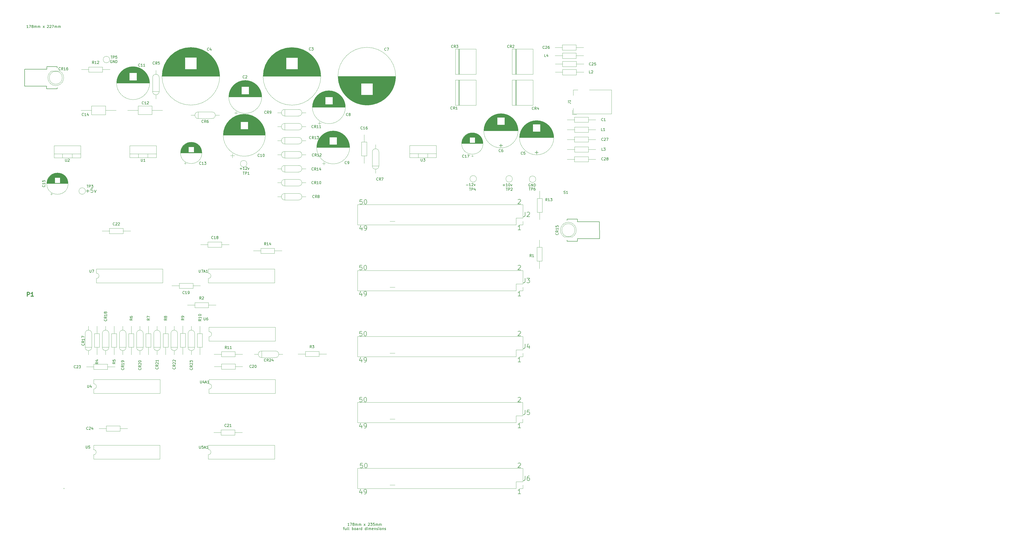
<source format=gbr>
G04 #@! TF.GenerationSoftware,KiCad,Pcbnew,5.1.8-5.1.8*
G04 #@! TF.CreationDate,2021-09-17T16:24:19-07:00*
G04 #@! TF.ProjectId,1090,31303930-2e6b-4696-9361-645f70636258,rev?*
G04 #@! TF.SameCoordinates,Original*
G04 #@! TF.FileFunction,Legend,Top*
G04 #@! TF.FilePolarity,Positive*
%FSLAX46Y46*%
G04 Gerber Fmt 4.6, Leading zero omitted, Abs format (unit mm)*
G04 Created by KiCad (PCBNEW 5.1.8-5.1.8) date 2021-09-17 16:24:19*
%MOMM*%
%LPD*%
G01*
G04 APERTURE LIST*
%ADD10C,0.150000*%
%ADD11C,0.200000*%
%ADD12C,0.120000*%
%ADD13C,0.127000*%
%ADD14C,0.304800*%
G04 APERTURE END LIST*
D10*
X342668095Y-132290000D02*
X342572857Y-132242380D01*
X342430000Y-132242380D01*
X342287142Y-132290000D01*
X342191904Y-132385238D01*
X342144285Y-132480476D01*
X342096666Y-132670952D01*
X342096666Y-132813809D01*
X342144285Y-133004285D01*
X342191904Y-133099523D01*
X342287142Y-133194761D01*
X342430000Y-133242380D01*
X342525238Y-133242380D01*
X342668095Y-133194761D01*
X342715714Y-133147142D01*
X342715714Y-132813809D01*
X342525238Y-132813809D01*
X343144285Y-133242380D02*
X343144285Y-132242380D01*
X343715714Y-133242380D01*
X343715714Y-132242380D01*
X344191904Y-133242380D02*
X344191904Y-132242380D01*
X344430000Y-132242380D01*
X344572857Y-132290000D01*
X344668095Y-132385238D01*
X344715714Y-132480476D01*
X344763333Y-132670952D01*
X344763333Y-132813809D01*
X344715714Y-133004285D01*
X344668095Y-133099523D01*
X344572857Y-133194761D01*
X344430000Y-133242380D01*
X344191904Y-133242380D01*
X503760835Y-179860320D02*
X503665597Y-179812700D01*
X503522740Y-179812700D01*
X503379882Y-179860320D01*
X503284644Y-179955558D01*
X503237025Y-180050796D01*
X503189406Y-180241272D01*
X503189406Y-180384129D01*
X503237025Y-180574605D01*
X503284644Y-180669843D01*
X503379882Y-180765081D01*
X503522740Y-180812700D01*
X503617978Y-180812700D01*
X503760835Y-180765081D01*
X503808454Y-180717462D01*
X503808454Y-180384129D01*
X503617978Y-180384129D01*
X504237025Y-180812700D02*
X504237025Y-179812700D01*
X504808454Y-180812700D01*
X504808454Y-179812700D01*
X505284644Y-180812700D02*
X505284644Y-179812700D01*
X505522740Y-179812700D01*
X505665597Y-179860320D01*
X505760835Y-179955558D01*
X505808454Y-180050796D01*
X505856073Y-180241272D01*
X505856073Y-180384129D01*
X505808454Y-180574605D01*
X505760835Y-180669843D01*
X505665597Y-180765081D01*
X505522740Y-180812700D01*
X505284644Y-180812700D01*
X493283454Y-180337768D02*
X494045359Y-180337768D01*
X493664406Y-180718720D02*
X493664406Y-179956816D01*
X495045359Y-180718720D02*
X494473930Y-180718720D01*
X494759644Y-180718720D02*
X494759644Y-179718720D01*
X494664406Y-179861578D01*
X494569168Y-179956816D01*
X494473930Y-180004435D01*
X495664406Y-179718720D02*
X495759644Y-179718720D01*
X495854882Y-179766340D01*
X495902501Y-179813959D01*
X495950120Y-179909197D01*
X495997740Y-180099673D01*
X495997740Y-180337768D01*
X495950120Y-180528244D01*
X495902501Y-180623482D01*
X495854882Y-180671101D01*
X495759644Y-180718720D01*
X495664406Y-180718720D01*
X495569168Y-180671101D01*
X495521549Y-180623482D01*
X495473930Y-180528244D01*
X495426311Y-180337768D01*
X495426311Y-180099673D01*
X495473930Y-179909197D01*
X495521549Y-179813959D01*
X495569168Y-179766340D01*
X495664406Y-179718720D01*
X496331073Y-180052054D02*
X496569168Y-180718720D01*
X496807263Y-180052054D01*
X479112794Y-180289508D02*
X479874699Y-180289508D01*
X480874699Y-180670460D02*
X480303270Y-180670460D01*
X480588984Y-180670460D02*
X480588984Y-179670460D01*
X480493746Y-179813318D01*
X480398508Y-179908556D01*
X480303270Y-179956175D01*
X481255651Y-179765699D02*
X481303270Y-179718080D01*
X481398508Y-179670460D01*
X481636603Y-179670460D01*
X481731841Y-179718080D01*
X481779460Y-179765699D01*
X481827080Y-179860937D01*
X481827080Y-179956175D01*
X481779460Y-180099032D01*
X481208032Y-180670460D01*
X481827080Y-180670460D01*
X482160413Y-180003794D02*
X482398508Y-180670460D01*
X482636603Y-180003794D01*
X392049214Y-174003008D02*
X392811119Y-174003008D01*
X392430166Y-174383960D02*
X392430166Y-173622056D01*
X393811119Y-174383960D02*
X393239690Y-174383960D01*
X393525404Y-174383960D02*
X393525404Y-173383960D01*
X393430166Y-173526818D01*
X393334928Y-173622056D01*
X393239690Y-173669675D01*
X394192071Y-173479199D02*
X394239690Y-173431580D01*
X394334928Y-173383960D01*
X394573023Y-173383960D01*
X394668261Y-173431580D01*
X394715880Y-173479199D01*
X394763500Y-173574437D01*
X394763500Y-173669675D01*
X394715880Y-173812532D01*
X394144452Y-174383960D01*
X394763500Y-174383960D01*
X395096833Y-173717294D02*
X395334928Y-174383960D01*
X395573023Y-173717294D01*
D11*
X332832857Y-182597142D02*
X333975714Y-182597142D01*
X333404285Y-183168571D02*
X333404285Y-182025714D01*
X335404285Y-181668571D02*
X334690000Y-181668571D01*
X334618571Y-182382857D01*
X334690000Y-182311428D01*
X334832857Y-182240000D01*
X335190000Y-182240000D01*
X335332857Y-182311428D01*
X335404285Y-182382857D01*
X335475714Y-182525714D01*
X335475714Y-182882857D01*
X335404285Y-183025714D01*
X335332857Y-183097142D01*
X335190000Y-183168571D01*
X334832857Y-183168571D01*
X334690000Y-183097142D01*
X334618571Y-183025714D01*
X335975714Y-182168571D02*
X336332857Y-183168571D01*
X336690000Y-182168571D01*
D10*
X310527488Y-119718080D02*
X309956060Y-119718080D01*
X310241774Y-119718080D02*
X310241774Y-118718080D01*
X310146536Y-118860938D01*
X310051298Y-118956176D01*
X309956060Y-119003795D01*
X310860821Y-118718080D02*
X311527488Y-118718080D01*
X311098917Y-119718080D01*
X312051298Y-119146652D02*
X311956060Y-119099033D01*
X311908440Y-119051414D01*
X311860821Y-118956176D01*
X311860821Y-118908557D01*
X311908440Y-118813319D01*
X311956060Y-118765700D01*
X312051298Y-118718080D01*
X312241774Y-118718080D01*
X312337012Y-118765700D01*
X312384631Y-118813319D01*
X312432250Y-118908557D01*
X312432250Y-118956176D01*
X312384631Y-119051414D01*
X312337012Y-119099033D01*
X312241774Y-119146652D01*
X312051298Y-119146652D01*
X311956060Y-119194271D01*
X311908440Y-119241890D01*
X311860821Y-119337128D01*
X311860821Y-119527604D01*
X311908440Y-119622842D01*
X311956060Y-119670461D01*
X312051298Y-119718080D01*
X312241774Y-119718080D01*
X312337012Y-119670461D01*
X312384631Y-119622842D01*
X312432250Y-119527604D01*
X312432250Y-119337128D01*
X312384631Y-119241890D01*
X312337012Y-119194271D01*
X312241774Y-119146652D01*
X312860821Y-119718080D02*
X312860821Y-119051414D01*
X312860821Y-119146652D02*
X312908440Y-119099033D01*
X313003679Y-119051414D01*
X313146536Y-119051414D01*
X313241774Y-119099033D01*
X313289393Y-119194271D01*
X313289393Y-119718080D01*
X313289393Y-119194271D02*
X313337012Y-119099033D01*
X313432250Y-119051414D01*
X313575107Y-119051414D01*
X313670345Y-119099033D01*
X313717964Y-119194271D01*
X313717964Y-119718080D01*
X314194155Y-119718080D02*
X314194155Y-119051414D01*
X314194155Y-119146652D02*
X314241774Y-119099033D01*
X314337012Y-119051414D01*
X314479869Y-119051414D01*
X314575107Y-119099033D01*
X314622726Y-119194271D01*
X314622726Y-119718080D01*
X314622726Y-119194271D02*
X314670345Y-119099033D01*
X314765583Y-119051414D01*
X314908440Y-119051414D01*
X315003679Y-119099033D01*
X315051298Y-119194271D01*
X315051298Y-119718080D01*
X316194155Y-119718080D02*
X316717964Y-119051414D01*
X316194155Y-119051414D02*
X316717964Y-119718080D01*
X317813202Y-118813319D02*
X317860821Y-118765700D01*
X317956060Y-118718080D01*
X318194155Y-118718080D01*
X318289393Y-118765700D01*
X318337012Y-118813319D01*
X318384631Y-118908557D01*
X318384631Y-119003795D01*
X318337012Y-119146652D01*
X317765583Y-119718080D01*
X318384631Y-119718080D01*
X318765583Y-118813319D02*
X318813202Y-118765700D01*
X318908440Y-118718080D01*
X319146536Y-118718080D01*
X319241774Y-118765700D01*
X319289393Y-118813319D01*
X319337012Y-118908557D01*
X319337012Y-119003795D01*
X319289393Y-119146652D01*
X318717964Y-119718080D01*
X319337012Y-119718080D01*
X319670345Y-118718080D02*
X320337012Y-118718080D01*
X319908440Y-119718080D01*
X320717964Y-119718080D02*
X320717964Y-119051414D01*
X320717964Y-119146652D02*
X320765583Y-119099033D01*
X320860821Y-119051414D01*
X321003679Y-119051414D01*
X321098917Y-119099033D01*
X321146536Y-119194271D01*
X321146536Y-119718080D01*
X321146536Y-119194271D02*
X321194155Y-119099033D01*
X321289393Y-119051414D01*
X321432250Y-119051414D01*
X321527488Y-119099033D01*
X321575107Y-119194271D01*
X321575107Y-119718080D01*
X322051298Y-119718080D02*
X322051298Y-119051414D01*
X322051298Y-119146652D02*
X322098917Y-119099033D01*
X322194155Y-119051414D01*
X322337012Y-119051414D01*
X322432250Y-119099033D01*
X322479869Y-119194271D01*
X322479869Y-119718080D01*
X322479869Y-119194271D02*
X322527488Y-119099033D01*
X322622726Y-119051414D01*
X322765583Y-119051414D01*
X322860821Y-119099033D01*
X322908440Y-119194271D01*
X322908440Y-119718080D01*
X434111428Y-311527380D02*
X433540000Y-311527380D01*
X433825714Y-311527380D02*
X433825714Y-310527380D01*
X433730476Y-310670238D01*
X433635238Y-310765476D01*
X433540000Y-310813095D01*
X434444761Y-310527380D02*
X435111428Y-310527380D01*
X434682857Y-311527380D01*
X435635238Y-310955952D02*
X435540000Y-310908333D01*
X435492380Y-310860714D01*
X435444761Y-310765476D01*
X435444761Y-310717857D01*
X435492380Y-310622619D01*
X435540000Y-310575000D01*
X435635238Y-310527380D01*
X435825714Y-310527380D01*
X435920952Y-310575000D01*
X435968571Y-310622619D01*
X436016190Y-310717857D01*
X436016190Y-310765476D01*
X435968571Y-310860714D01*
X435920952Y-310908333D01*
X435825714Y-310955952D01*
X435635238Y-310955952D01*
X435540000Y-311003571D01*
X435492380Y-311051190D01*
X435444761Y-311146428D01*
X435444761Y-311336904D01*
X435492380Y-311432142D01*
X435540000Y-311479761D01*
X435635238Y-311527380D01*
X435825714Y-311527380D01*
X435920952Y-311479761D01*
X435968571Y-311432142D01*
X436016190Y-311336904D01*
X436016190Y-311146428D01*
X435968571Y-311051190D01*
X435920952Y-311003571D01*
X435825714Y-310955952D01*
X436444761Y-311527380D02*
X436444761Y-310860714D01*
X436444761Y-310955952D02*
X436492380Y-310908333D01*
X436587619Y-310860714D01*
X436730476Y-310860714D01*
X436825714Y-310908333D01*
X436873333Y-311003571D01*
X436873333Y-311527380D01*
X436873333Y-311003571D02*
X436920952Y-310908333D01*
X437016190Y-310860714D01*
X437159047Y-310860714D01*
X437254285Y-310908333D01*
X437301904Y-311003571D01*
X437301904Y-311527380D01*
X437778095Y-311527380D02*
X437778095Y-310860714D01*
X437778095Y-310955952D02*
X437825714Y-310908333D01*
X437920952Y-310860714D01*
X438063809Y-310860714D01*
X438159047Y-310908333D01*
X438206666Y-311003571D01*
X438206666Y-311527380D01*
X438206666Y-311003571D02*
X438254285Y-310908333D01*
X438349523Y-310860714D01*
X438492380Y-310860714D01*
X438587619Y-310908333D01*
X438635238Y-311003571D01*
X438635238Y-311527380D01*
X439778095Y-311527380D02*
X440301904Y-310860714D01*
X439778095Y-310860714D02*
X440301904Y-311527380D01*
X441397142Y-310622619D02*
X441444761Y-310575000D01*
X441540000Y-310527380D01*
X441778095Y-310527380D01*
X441873333Y-310575000D01*
X441920952Y-310622619D01*
X441968571Y-310717857D01*
X441968571Y-310813095D01*
X441920952Y-310955952D01*
X441349523Y-311527380D01*
X441968571Y-311527380D01*
X442301904Y-310527380D02*
X442920952Y-310527380D01*
X442587619Y-310908333D01*
X442730476Y-310908333D01*
X442825714Y-310955952D01*
X442873333Y-311003571D01*
X442920952Y-311098809D01*
X442920952Y-311336904D01*
X442873333Y-311432142D01*
X442825714Y-311479761D01*
X442730476Y-311527380D01*
X442444761Y-311527380D01*
X442349523Y-311479761D01*
X442301904Y-311432142D01*
X443825714Y-310527380D02*
X443349523Y-310527380D01*
X443301904Y-311003571D01*
X443349523Y-310955952D01*
X443444761Y-310908333D01*
X443682857Y-310908333D01*
X443778095Y-310955952D01*
X443825714Y-311003571D01*
X443873333Y-311098809D01*
X443873333Y-311336904D01*
X443825714Y-311432142D01*
X443778095Y-311479761D01*
X443682857Y-311527380D01*
X443444761Y-311527380D01*
X443349523Y-311479761D01*
X443301904Y-311432142D01*
X444301904Y-311527380D02*
X444301904Y-310860714D01*
X444301904Y-310955952D02*
X444349523Y-310908333D01*
X444444761Y-310860714D01*
X444587619Y-310860714D01*
X444682857Y-310908333D01*
X444730476Y-311003571D01*
X444730476Y-311527380D01*
X444730476Y-311003571D02*
X444778095Y-310908333D01*
X444873333Y-310860714D01*
X445016190Y-310860714D01*
X445111428Y-310908333D01*
X445159047Y-311003571D01*
X445159047Y-311527380D01*
X445635238Y-311527380D02*
X445635238Y-310860714D01*
X445635238Y-310955952D02*
X445682857Y-310908333D01*
X445778095Y-310860714D01*
X445920952Y-310860714D01*
X446016190Y-310908333D01*
X446063809Y-311003571D01*
X446063809Y-311527380D01*
X446063809Y-311003571D02*
X446111428Y-310908333D01*
X446206666Y-310860714D01*
X446349523Y-310860714D01*
X446444761Y-310908333D01*
X446492380Y-311003571D01*
X446492380Y-311527380D01*
X431801904Y-312510714D02*
X432182857Y-312510714D01*
X431944761Y-313177380D02*
X431944761Y-312320238D01*
X431992380Y-312225000D01*
X432087619Y-312177380D01*
X432182857Y-312177380D01*
X432944761Y-312510714D02*
X432944761Y-313177380D01*
X432516190Y-312510714D02*
X432516190Y-313034523D01*
X432563809Y-313129761D01*
X432659047Y-313177380D01*
X432801904Y-313177380D01*
X432897142Y-313129761D01*
X432944761Y-313082142D01*
X433563809Y-313177380D02*
X433468571Y-313129761D01*
X433420952Y-313034523D01*
X433420952Y-312177380D01*
X434087619Y-313177380D02*
X433992380Y-313129761D01*
X433944761Y-313034523D01*
X433944761Y-312177380D01*
X435230476Y-313177380D02*
X435230476Y-312177380D01*
X435230476Y-312558333D02*
X435325714Y-312510714D01*
X435516190Y-312510714D01*
X435611428Y-312558333D01*
X435659047Y-312605952D01*
X435706666Y-312701190D01*
X435706666Y-312986904D01*
X435659047Y-313082142D01*
X435611428Y-313129761D01*
X435516190Y-313177380D01*
X435325714Y-313177380D01*
X435230476Y-313129761D01*
X436278095Y-313177380D02*
X436182857Y-313129761D01*
X436135238Y-313082142D01*
X436087619Y-312986904D01*
X436087619Y-312701190D01*
X436135238Y-312605952D01*
X436182857Y-312558333D01*
X436278095Y-312510714D01*
X436420952Y-312510714D01*
X436516190Y-312558333D01*
X436563809Y-312605952D01*
X436611428Y-312701190D01*
X436611428Y-312986904D01*
X436563809Y-313082142D01*
X436516190Y-313129761D01*
X436420952Y-313177380D01*
X436278095Y-313177380D01*
X437468571Y-313177380D02*
X437468571Y-312653571D01*
X437420952Y-312558333D01*
X437325714Y-312510714D01*
X437135238Y-312510714D01*
X437040000Y-312558333D01*
X437468571Y-313129761D02*
X437373333Y-313177380D01*
X437135238Y-313177380D01*
X437040000Y-313129761D01*
X436992380Y-313034523D01*
X436992380Y-312939285D01*
X437040000Y-312844047D01*
X437135238Y-312796428D01*
X437373333Y-312796428D01*
X437468571Y-312748809D01*
X437944761Y-313177380D02*
X437944761Y-312510714D01*
X437944761Y-312701190D02*
X437992380Y-312605952D01*
X438040000Y-312558333D01*
X438135238Y-312510714D01*
X438230476Y-312510714D01*
X438992380Y-313177380D02*
X438992380Y-312177380D01*
X438992380Y-313129761D02*
X438897142Y-313177380D01*
X438706666Y-313177380D01*
X438611428Y-313129761D01*
X438563809Y-313082142D01*
X438516190Y-312986904D01*
X438516190Y-312701190D01*
X438563809Y-312605952D01*
X438611428Y-312558333D01*
X438706666Y-312510714D01*
X438897142Y-312510714D01*
X438992380Y-312558333D01*
X440659047Y-313177380D02*
X440659047Y-312177380D01*
X440659047Y-313129761D02*
X440563809Y-313177380D01*
X440373333Y-313177380D01*
X440278095Y-313129761D01*
X440230476Y-313082142D01*
X440182857Y-312986904D01*
X440182857Y-312701190D01*
X440230476Y-312605952D01*
X440278095Y-312558333D01*
X440373333Y-312510714D01*
X440563809Y-312510714D01*
X440659047Y-312558333D01*
X441135238Y-313177380D02*
X441135238Y-312510714D01*
X441135238Y-312177380D02*
X441087619Y-312225000D01*
X441135238Y-312272619D01*
X441182857Y-312225000D01*
X441135238Y-312177380D01*
X441135238Y-312272619D01*
X441611428Y-313177380D02*
X441611428Y-312510714D01*
X441611428Y-312605952D02*
X441659047Y-312558333D01*
X441754285Y-312510714D01*
X441897142Y-312510714D01*
X441992380Y-312558333D01*
X442040000Y-312653571D01*
X442040000Y-313177380D01*
X442040000Y-312653571D02*
X442087619Y-312558333D01*
X442182857Y-312510714D01*
X442325714Y-312510714D01*
X442420952Y-312558333D01*
X442468571Y-312653571D01*
X442468571Y-313177380D01*
X443325714Y-313129761D02*
X443230476Y-313177380D01*
X443040000Y-313177380D01*
X442944761Y-313129761D01*
X442897142Y-313034523D01*
X442897142Y-312653571D01*
X442944761Y-312558333D01*
X443040000Y-312510714D01*
X443230476Y-312510714D01*
X443325714Y-312558333D01*
X443373333Y-312653571D01*
X443373333Y-312748809D01*
X442897142Y-312844047D01*
X443801904Y-312510714D02*
X443801904Y-313177380D01*
X443801904Y-312605952D02*
X443849523Y-312558333D01*
X443944761Y-312510714D01*
X444087619Y-312510714D01*
X444182857Y-312558333D01*
X444230476Y-312653571D01*
X444230476Y-313177380D01*
X444659047Y-313129761D02*
X444754285Y-313177380D01*
X444944761Y-313177380D01*
X445040000Y-313129761D01*
X445087619Y-313034523D01*
X445087619Y-312986904D01*
X445040000Y-312891666D01*
X444944761Y-312844047D01*
X444801904Y-312844047D01*
X444706666Y-312796428D01*
X444659047Y-312701190D01*
X444659047Y-312653571D01*
X444706666Y-312558333D01*
X444801904Y-312510714D01*
X444944761Y-312510714D01*
X445040000Y-312558333D01*
X445516190Y-313177380D02*
X445516190Y-312510714D01*
X445516190Y-312177380D02*
X445468571Y-312225000D01*
X445516190Y-312272619D01*
X445563809Y-312225000D01*
X445516190Y-312177380D01*
X445516190Y-312272619D01*
X446135238Y-313177380D02*
X446040000Y-313129761D01*
X445992380Y-313082142D01*
X445944761Y-312986904D01*
X445944761Y-312701190D01*
X445992380Y-312605952D01*
X446040000Y-312558333D01*
X446135238Y-312510714D01*
X446278095Y-312510714D01*
X446373333Y-312558333D01*
X446420952Y-312605952D01*
X446468571Y-312701190D01*
X446468571Y-312986904D01*
X446420952Y-313082142D01*
X446373333Y-313129761D01*
X446278095Y-313177380D01*
X446135238Y-313177380D01*
X446897142Y-312510714D02*
X446897142Y-313177380D01*
X446897142Y-312605952D02*
X446944761Y-312558333D01*
X447040000Y-312510714D01*
X447182857Y-312510714D01*
X447278095Y-312558333D01*
X447325714Y-312653571D01*
X447325714Y-313177380D01*
X447754285Y-313129761D02*
X447849523Y-313177380D01*
X448040000Y-313177380D01*
X448135238Y-313129761D01*
X448182857Y-313034523D01*
X448182857Y-312986904D01*
X448135238Y-312891666D01*
X448040000Y-312844047D01*
X447897142Y-312844047D01*
X447801904Y-312796428D01*
X447754285Y-312701190D01*
X447754285Y-312653571D01*
X447801904Y-312558333D01*
X447897142Y-312510714D01*
X448040000Y-312510714D01*
X448135238Y-312558333D01*
X682859000Y-114070000D02*
X684510000Y-114070000D01*
X324290000Y-297340000D02*
X324290000Y-297086000D01*
D12*
X449730000Y-295890000D02*
X451680000Y-295890000D01*
X500940000Y-295890000D02*
X500940000Y-297220000D01*
X500940000Y-297220000D02*
X499610000Y-297220000D01*
X500940000Y-294620000D02*
X498340000Y-294620000D01*
X498340000Y-294620000D02*
X498340000Y-297220000D01*
X498340000Y-297220000D02*
X437320000Y-297220000D01*
X437320000Y-289480000D02*
X437320000Y-297220000D01*
X500940000Y-289480000D02*
X437320000Y-289480000D01*
X500940000Y-289480000D02*
X500940000Y-294620000D01*
X449730000Y-194280000D02*
X451680000Y-194280000D01*
X500940000Y-194280000D02*
X500940000Y-195610000D01*
X500940000Y-195610000D02*
X499610000Y-195610000D01*
X500940000Y-193010000D02*
X498340000Y-193010000D01*
X498340000Y-193010000D02*
X498340000Y-195610000D01*
X498340000Y-195610000D02*
X437320000Y-195610000D01*
X437320000Y-187870000D02*
X437320000Y-195610000D01*
X500940000Y-187870000D02*
X437320000Y-187870000D01*
X500940000Y-187870000D02*
X500940000Y-193010000D01*
X449740000Y-219690000D02*
X451690000Y-219690000D01*
X500950000Y-219690000D02*
X500950000Y-221020000D01*
X500950000Y-221020000D02*
X499620000Y-221020000D01*
X500950000Y-218420000D02*
X498350000Y-218420000D01*
X498350000Y-218420000D02*
X498350000Y-221020000D01*
X498350000Y-221020000D02*
X437330000Y-221020000D01*
X437330000Y-213280000D02*
X437330000Y-221020000D01*
X500950000Y-213280000D02*
X437330000Y-213280000D01*
X500950000Y-213280000D02*
X500950000Y-218420000D01*
X449740000Y-245080000D02*
X451690000Y-245080000D01*
X500950000Y-245080000D02*
X500950000Y-246410000D01*
X500950000Y-246410000D02*
X499620000Y-246410000D01*
X500950000Y-243810000D02*
X498350000Y-243810000D01*
X498350000Y-243810000D02*
X498350000Y-246410000D01*
X498350000Y-246410000D02*
X437330000Y-246410000D01*
X437330000Y-238670000D02*
X437330000Y-246410000D01*
X500950000Y-238670000D02*
X437330000Y-238670000D01*
X500950000Y-238670000D02*
X500950000Y-243810000D01*
X449720000Y-270490000D02*
X451670000Y-270490000D01*
X500930000Y-270490000D02*
X500930000Y-271820000D01*
X500930000Y-271820000D02*
X499600000Y-271820000D01*
X500930000Y-269220000D02*
X498330000Y-269220000D01*
X498330000Y-269220000D02*
X498330000Y-271820000D01*
X498330000Y-271820000D02*
X437310000Y-271820000D01*
X437310000Y-264080000D02*
X437310000Y-271820000D01*
X500930000Y-264080000D02*
X437310000Y-264080000D01*
X500930000Y-264080000D02*
X500930000Y-269220000D01*
X526557000Y-143669000D02*
X535057000Y-143669000D01*
X535057000Y-143669000D02*
X535057000Y-152869000D01*
X535057000Y-152869000D02*
X520357000Y-152869000D01*
X520357000Y-145769000D02*
X520357000Y-143669000D01*
X520357000Y-143669000D02*
X522157000Y-143669000D01*
X520057000Y-151469000D02*
X520057000Y-153169000D01*
X520057000Y-153169000D02*
X521657000Y-153169000D01*
X520357000Y-152869000D02*
X520357000Y-150769000D01*
X390180000Y-246420000D02*
X390180000Y-244470000D01*
X390180000Y-244470000D02*
X384880000Y-244470000D01*
X384880000Y-244470000D02*
X384880000Y-246420000D01*
X384880000Y-246420000D02*
X390180000Y-246420000D01*
X393030000Y-245470000D02*
X390200000Y-245470000D01*
X382030000Y-245470000D02*
X384860000Y-245470000D01*
X322755000Y-136411000D02*
X319475000Y-136411000D01*
X323615000Y-138971000D02*
G75*
G03*
X323615000Y-138971000I-2500000J0D01*
G01*
D10*
X321665800Y-135167600D02*
X321665800Y-134667600D01*
X321665800Y-134667600D02*
X317665800Y-134667600D01*
X317665800Y-134667600D02*
X317665800Y-135667600D01*
X317665800Y-135667600D02*
X309126200Y-135669000D01*
X309126200Y-135669000D02*
X309100800Y-142196800D01*
X321615000Y-142709000D02*
X321615000Y-143209000D01*
X321615000Y-143209000D02*
X317615000Y-143209000D01*
X317615000Y-143209000D02*
X317615000Y-142209000D01*
X317615000Y-142209000D02*
X309100800Y-142196800D01*
D12*
X321116958Y-142010999D02*
G75*
G02*
X319475488Y-136411000I-1958J3039999D01*
G01*
X321113042Y-142010999D02*
G75*
G03*
X322754512Y-136411000I1958J3039999D01*
G01*
X516843000Y-200255000D02*
X520123000Y-200255000D01*
X520983000Y-197695000D02*
G75*
G03*
X520983000Y-197695000I-2500000J0D01*
G01*
D10*
X517983000Y-201473000D02*
X517983000Y-201973000D01*
X517983000Y-201973000D02*
X521983000Y-201973000D01*
X521983000Y-201973000D02*
X521983000Y-200973000D01*
X521983000Y-200973000D02*
X530483000Y-200973000D01*
X530497200Y-200971600D02*
X530471800Y-194469200D01*
X517983000Y-193957000D02*
X517983000Y-193457000D01*
X517983000Y-193457000D02*
X521983000Y-193457000D01*
X521983000Y-193457000D02*
X521983000Y-194457000D01*
X521983000Y-194457000D02*
X530471800Y-194469200D01*
D12*
X518481042Y-194655001D02*
G75*
G02*
X520122512Y-200255000I1958J-3039999D01*
G01*
X518484958Y-194655001D02*
G75*
G03*
X516843488Y-200255000I-1958J-3039999D01*
G01*
X498157000Y-127892000D02*
X498157000Y-137662000D01*
X498397000Y-127892000D02*
X498397000Y-137662000D01*
X498277000Y-127892000D02*
X498277000Y-137662000D01*
X504874000Y-137662000D02*
X504864000Y-131027000D01*
X496864000Y-137667000D02*
X504874000Y-137662000D01*
X496864000Y-134007000D02*
X496864000Y-137667000D01*
X504874000Y-127892000D02*
X504874000Y-131137000D01*
X496864000Y-127897000D02*
X504874000Y-127892000D01*
X496864000Y-134027000D02*
X496864000Y-127897000D01*
X476233000Y-127892000D02*
X476233000Y-137662000D01*
X476473000Y-127892000D02*
X476473000Y-137662000D01*
X476353000Y-127892000D02*
X476353000Y-137662000D01*
X482950000Y-137662000D02*
X482940000Y-131027000D01*
X474940000Y-137667000D02*
X482950000Y-137662000D01*
X474940000Y-134007000D02*
X474940000Y-137667000D01*
X482950000Y-127892000D02*
X482950000Y-131137000D01*
X474940000Y-127897000D02*
X482950000Y-127892000D01*
X474940000Y-134027000D02*
X474940000Y-127897000D01*
X498157000Y-139830000D02*
X498157000Y-149600000D01*
X498397000Y-139830000D02*
X498397000Y-149600000D01*
X498277000Y-139830000D02*
X498277000Y-149600000D01*
X504874000Y-149600000D02*
X504864000Y-142965000D01*
X496864000Y-149605000D02*
X504874000Y-149600000D01*
X496864000Y-145945000D02*
X496864000Y-149605000D01*
X504874000Y-139830000D02*
X504874000Y-143075000D01*
X496864000Y-139835000D02*
X504874000Y-139830000D01*
X496864000Y-145965000D02*
X496864000Y-139835000D01*
X440830000Y-163695000D02*
X438830000Y-163695000D01*
X438830000Y-163695000D02*
X438830000Y-169045000D01*
X438830000Y-169045000D02*
X440830000Y-169045000D01*
X440830000Y-169045000D02*
X440830000Y-163695000D01*
X439830000Y-160895000D02*
X439830000Y-163725000D01*
X439830000Y-171895000D02*
X439830000Y-169065000D01*
X516198000Y-132664000D02*
X516198000Y-134664000D01*
X516198000Y-134664000D02*
X521548000Y-134664000D01*
X521548000Y-134664000D02*
X521548000Y-132664000D01*
X521548000Y-132664000D02*
X516198000Y-132664000D01*
X513398000Y-133664000D02*
X516228000Y-133664000D01*
X524398000Y-133664000D02*
X521568000Y-133664000D01*
X520825000Y-161747000D02*
X520825000Y-163747000D01*
X520825000Y-163747000D02*
X526175000Y-163747000D01*
X526175000Y-163747000D02*
X526175000Y-161747000D01*
X526175000Y-161747000D02*
X520825000Y-161747000D01*
X518025000Y-162747000D02*
X520855000Y-162747000D01*
X529025000Y-162747000D02*
X526195000Y-162747000D01*
X516123000Y-126304000D02*
X516123000Y-128304000D01*
X516123000Y-128304000D02*
X521473000Y-128304000D01*
X521473000Y-128304000D02*
X521473000Y-126304000D01*
X521473000Y-126304000D02*
X516123000Y-126304000D01*
X513323000Y-127304000D02*
X516153000Y-127304000D01*
X524323000Y-127304000D02*
X521493000Y-127304000D01*
X340540000Y-273099000D02*
X340540000Y-275099000D01*
X340540000Y-275099000D02*
X345890000Y-275099000D01*
X345890000Y-275099000D02*
X345890000Y-273099000D01*
X345890000Y-273099000D02*
X340540000Y-273099000D01*
X337740000Y-274099000D02*
X340570000Y-274099000D01*
X348740000Y-274099000D02*
X345910000Y-274099000D01*
X341080000Y-251350000D02*
X341080000Y-249350000D01*
X341080000Y-249350000D02*
X335730000Y-249350000D01*
X335730000Y-249350000D02*
X335730000Y-251350000D01*
X335730000Y-251350000D02*
X341080000Y-251350000D01*
X343880000Y-250350000D02*
X341050000Y-250350000D01*
X332880000Y-250350000D02*
X335710000Y-250350000D01*
X341730000Y-197020000D02*
X341730000Y-199020000D01*
X341730000Y-199020000D02*
X347080000Y-199020000D01*
X347080000Y-199020000D02*
X347080000Y-197020000D01*
X347080000Y-197020000D02*
X341730000Y-197020000D01*
X338930000Y-198020000D02*
X341760000Y-198020000D01*
X349930000Y-198020000D02*
X347100000Y-198020000D01*
X384863000Y-249238999D02*
X384863000Y-251238999D01*
X384863000Y-251238999D02*
X390213000Y-251238999D01*
X390213000Y-251238999D02*
X390213000Y-249238999D01*
X390213000Y-249238999D02*
X384863000Y-249238999D01*
X382063000Y-250238999D02*
X384893000Y-250238999D01*
X393063000Y-250238999D02*
X390233000Y-250238999D01*
X373980000Y-220120000D02*
X373980000Y-218120000D01*
X373980000Y-218120000D02*
X368630000Y-218120000D01*
X368630000Y-218120000D02*
X368630000Y-220120000D01*
X368630000Y-220120000D02*
X373980000Y-220120000D01*
X376780000Y-219120000D02*
X373950000Y-219120000D01*
X365780000Y-219120000D02*
X368610000Y-219120000D01*
X520825000Y-169367000D02*
X520825000Y-171367000D01*
X520825000Y-171367000D02*
X526175000Y-171367000D01*
X526175000Y-171367000D02*
X526175000Y-169367000D01*
X526175000Y-169367000D02*
X520825000Y-169367000D01*
X518025000Y-170367000D02*
X520855000Y-170367000D01*
X529025000Y-170367000D02*
X526195000Y-170367000D01*
X520825000Y-154127000D02*
X520825000Y-156127000D01*
X520825000Y-156127000D02*
X526175000Y-156127000D01*
X526175000Y-156127000D02*
X526175000Y-154127000D01*
X526175000Y-154127000D02*
X520825000Y-154127000D01*
X518025000Y-155127000D02*
X520855000Y-155127000D01*
X529025000Y-155127000D02*
X526195000Y-155127000D01*
X379656000Y-202233000D02*
X379656000Y-204233000D01*
X379656000Y-204233000D02*
X385006000Y-204233000D01*
X385006000Y-204233000D02*
X385006000Y-202233000D01*
X385006000Y-202233000D02*
X379656000Y-202233000D01*
X376856000Y-203233000D02*
X379686000Y-203233000D01*
X387856000Y-203233000D02*
X385026000Y-203233000D01*
X384736000Y-274623000D02*
X384736000Y-276623000D01*
X384736000Y-276623000D02*
X390086000Y-276623000D01*
X390086000Y-276623000D02*
X390086000Y-274623000D01*
X390086000Y-274623000D02*
X384736000Y-274623000D01*
X381936000Y-275623000D02*
X384766000Y-275623000D01*
X392936000Y-275623000D02*
X390106000Y-275623000D01*
X380110000Y-258910000D02*
X380110000Y-260560000D01*
X380110000Y-260560000D02*
X405630000Y-260560000D01*
X405630000Y-260560000D02*
X405630000Y-255260000D01*
X405630000Y-255260000D02*
X380110000Y-255260000D01*
X380110000Y-255260000D02*
X380110000Y-256910000D01*
X380110000Y-256910000D02*
G75*
G02*
X380110000Y-258910000I0J-1000000D01*
G01*
X379856000Y-216298000D02*
X379856000Y-217948000D01*
X379856000Y-217948000D02*
X405376000Y-217948000D01*
X405376000Y-217948000D02*
X405376000Y-212648000D01*
X405376000Y-212648000D02*
X379856000Y-212648000D01*
X379856000Y-212648000D02*
X379856000Y-214298000D01*
X379856000Y-214298000D02*
G75*
G02*
X379856000Y-216298000I0J-1000000D01*
G01*
X485625000Y-164295000D02*
G75*
G03*
X485625000Y-164295000I-4120000J0D01*
G01*
X477425000Y-164295000D02*
X485585000Y-164295000D01*
X477425000Y-164255000D02*
X485585000Y-164255000D01*
X477425000Y-164215000D02*
X485585000Y-164215000D01*
X477426000Y-164175000D02*
X485584000Y-164175000D01*
X477428000Y-164135000D02*
X485582000Y-164135000D01*
X477429000Y-164095000D02*
X485581000Y-164095000D01*
X477431000Y-164055000D02*
X480465000Y-164055000D01*
X482545000Y-164055000D02*
X485579000Y-164055000D01*
X477434000Y-164015000D02*
X480465000Y-164015000D01*
X482545000Y-164015000D02*
X485576000Y-164015000D01*
X477437000Y-163975000D02*
X480465000Y-163975000D01*
X482545000Y-163975000D02*
X485573000Y-163975000D01*
X477440000Y-163935000D02*
X480465000Y-163935000D01*
X482545000Y-163935000D02*
X485570000Y-163935000D01*
X477444000Y-163895000D02*
X480465000Y-163895000D01*
X482545000Y-163895000D02*
X485566000Y-163895000D01*
X477448000Y-163855000D02*
X480465000Y-163855000D01*
X482545000Y-163855000D02*
X485562000Y-163855000D01*
X477453000Y-163815000D02*
X480465000Y-163815000D01*
X482545000Y-163815000D02*
X485557000Y-163815000D01*
X477457000Y-163775000D02*
X480465000Y-163775000D01*
X482545000Y-163775000D02*
X485553000Y-163775000D01*
X477463000Y-163735000D02*
X480465000Y-163735000D01*
X482545000Y-163735000D02*
X485547000Y-163735000D01*
X477468000Y-163695000D02*
X480465000Y-163695000D01*
X482545000Y-163695000D02*
X485542000Y-163695000D01*
X477475000Y-163655000D02*
X480465000Y-163655000D01*
X482545000Y-163655000D02*
X485535000Y-163655000D01*
X477481000Y-163615000D02*
X480465000Y-163615000D01*
X482545000Y-163615000D02*
X485529000Y-163615000D01*
X477488000Y-163574000D02*
X480465000Y-163574000D01*
X482545000Y-163574000D02*
X485522000Y-163574000D01*
X477495000Y-163534000D02*
X480465000Y-163534000D01*
X482545000Y-163534000D02*
X485515000Y-163534000D01*
X477503000Y-163494000D02*
X480465000Y-163494000D01*
X482545000Y-163494000D02*
X485507000Y-163494000D01*
X477511000Y-163454000D02*
X480465000Y-163454000D01*
X482545000Y-163454000D02*
X485499000Y-163454000D01*
X477520000Y-163414000D02*
X480465000Y-163414000D01*
X482545000Y-163414000D02*
X485490000Y-163414000D01*
X477529000Y-163374000D02*
X480465000Y-163374000D01*
X482545000Y-163374000D02*
X485481000Y-163374000D01*
X477538000Y-163334000D02*
X480465000Y-163334000D01*
X482545000Y-163334000D02*
X485472000Y-163334000D01*
X477548000Y-163294000D02*
X480465000Y-163294000D01*
X482545000Y-163294000D02*
X485462000Y-163294000D01*
X477558000Y-163254000D02*
X480465000Y-163254000D01*
X482545000Y-163254000D02*
X485452000Y-163254000D01*
X477569000Y-163214000D02*
X480465000Y-163214000D01*
X482545000Y-163214000D02*
X485441000Y-163214000D01*
X477580000Y-163174000D02*
X480465000Y-163174000D01*
X482545000Y-163174000D02*
X485430000Y-163174000D01*
X477591000Y-163134000D02*
X480465000Y-163134000D01*
X482545000Y-163134000D02*
X485419000Y-163134000D01*
X477603000Y-163094000D02*
X480465000Y-163094000D01*
X482545000Y-163094000D02*
X485407000Y-163094000D01*
X477616000Y-163054000D02*
X480465000Y-163054000D01*
X482545000Y-163054000D02*
X485394000Y-163054000D01*
X477628000Y-163014000D02*
X480465000Y-163014000D01*
X482545000Y-163014000D02*
X485382000Y-163014000D01*
X477642000Y-162974000D02*
X480465000Y-162974000D01*
X482545000Y-162974000D02*
X485368000Y-162974000D01*
X477655000Y-162934000D02*
X480465000Y-162934000D01*
X482545000Y-162934000D02*
X485355000Y-162934000D01*
X477670000Y-162894000D02*
X480465000Y-162894000D01*
X482545000Y-162894000D02*
X485340000Y-162894000D01*
X477684000Y-162854000D02*
X480465000Y-162854000D01*
X482545000Y-162854000D02*
X485326000Y-162854000D01*
X477700000Y-162814000D02*
X480465000Y-162814000D01*
X482545000Y-162814000D02*
X485310000Y-162814000D01*
X477715000Y-162774000D02*
X480465000Y-162774000D01*
X482545000Y-162774000D02*
X485295000Y-162774000D01*
X477731000Y-162734000D02*
X480465000Y-162734000D01*
X482545000Y-162734000D02*
X485279000Y-162734000D01*
X477748000Y-162694000D02*
X480465000Y-162694000D01*
X482545000Y-162694000D02*
X485262000Y-162694000D01*
X477765000Y-162654000D02*
X480465000Y-162654000D01*
X482545000Y-162654000D02*
X485245000Y-162654000D01*
X477783000Y-162614000D02*
X480465000Y-162614000D01*
X482545000Y-162614000D02*
X485227000Y-162614000D01*
X477801000Y-162574000D02*
X480465000Y-162574000D01*
X482545000Y-162574000D02*
X485209000Y-162574000D01*
X477819000Y-162534000D02*
X480465000Y-162534000D01*
X482545000Y-162534000D02*
X485191000Y-162534000D01*
X477839000Y-162494000D02*
X480465000Y-162494000D01*
X482545000Y-162494000D02*
X485171000Y-162494000D01*
X477858000Y-162454000D02*
X480465000Y-162454000D01*
X482545000Y-162454000D02*
X485152000Y-162454000D01*
X477878000Y-162414000D02*
X480465000Y-162414000D01*
X482545000Y-162414000D02*
X485132000Y-162414000D01*
X477899000Y-162374000D02*
X480465000Y-162374000D01*
X482545000Y-162374000D02*
X485111000Y-162374000D01*
X477921000Y-162334000D02*
X480465000Y-162334000D01*
X482545000Y-162334000D02*
X485089000Y-162334000D01*
X477943000Y-162294000D02*
X480465000Y-162294000D01*
X482545000Y-162294000D02*
X485067000Y-162294000D01*
X477965000Y-162254000D02*
X480465000Y-162254000D01*
X482545000Y-162254000D02*
X485045000Y-162254000D01*
X477988000Y-162214000D02*
X480465000Y-162214000D01*
X482545000Y-162214000D02*
X485022000Y-162214000D01*
X478012000Y-162174000D02*
X480465000Y-162174000D01*
X482545000Y-162174000D02*
X484998000Y-162174000D01*
X478036000Y-162134000D02*
X480465000Y-162134000D01*
X482545000Y-162134000D02*
X484974000Y-162134000D01*
X478061000Y-162094000D02*
X480465000Y-162094000D01*
X482545000Y-162094000D02*
X484949000Y-162094000D01*
X478087000Y-162054000D02*
X480465000Y-162054000D01*
X482545000Y-162054000D02*
X484923000Y-162054000D01*
X478113000Y-162014000D02*
X480465000Y-162014000D01*
X482545000Y-162014000D02*
X484897000Y-162014000D01*
X478140000Y-161974000D02*
X484870000Y-161974000D01*
X478167000Y-161934000D02*
X484843000Y-161934000D01*
X478196000Y-161894000D02*
X484814000Y-161894000D01*
X478225000Y-161854000D02*
X484785000Y-161854000D01*
X478255000Y-161814000D02*
X484755000Y-161814000D01*
X478285000Y-161774000D02*
X484725000Y-161774000D01*
X478316000Y-161734000D02*
X484694000Y-161734000D01*
X478349000Y-161694000D02*
X484661000Y-161694000D01*
X478381000Y-161654000D02*
X484629000Y-161654000D01*
X478415000Y-161614000D02*
X484595000Y-161614000D01*
X478450000Y-161574000D02*
X484560000Y-161574000D01*
X478486000Y-161534000D02*
X484524000Y-161534000D01*
X478522000Y-161494000D02*
X484488000Y-161494000D01*
X478560000Y-161454000D02*
X484450000Y-161454000D01*
X478598000Y-161414000D02*
X484412000Y-161414000D01*
X478638000Y-161374000D02*
X484372000Y-161374000D01*
X478679000Y-161334000D02*
X484331000Y-161334000D01*
X478721000Y-161294000D02*
X484289000Y-161294000D01*
X478764000Y-161254000D02*
X484246000Y-161254000D01*
X478808000Y-161214000D02*
X484202000Y-161214000D01*
X478854000Y-161174000D02*
X484156000Y-161174000D01*
X478901000Y-161134000D02*
X484109000Y-161134000D01*
X478949000Y-161094000D02*
X484061000Y-161094000D01*
X479000000Y-161054000D02*
X484010000Y-161054000D01*
X479051000Y-161014000D02*
X483959000Y-161014000D01*
X479105000Y-160974000D02*
X483905000Y-160974000D01*
X479160000Y-160934000D02*
X483850000Y-160934000D01*
X479218000Y-160894000D02*
X483792000Y-160894000D01*
X479277000Y-160854000D02*
X483733000Y-160854000D01*
X479339000Y-160814000D02*
X483671000Y-160814000D01*
X479403000Y-160774000D02*
X483607000Y-160774000D01*
X479471000Y-160734000D02*
X483539000Y-160734000D01*
X479541000Y-160694000D02*
X483469000Y-160694000D01*
X479615000Y-160654000D02*
X483395000Y-160654000D01*
X479692000Y-160614000D02*
X483318000Y-160614000D01*
X479774000Y-160574000D02*
X483236000Y-160574000D01*
X479860000Y-160534000D02*
X483150000Y-160534000D01*
X479953000Y-160494000D02*
X483057000Y-160494000D01*
X480052000Y-160454000D02*
X482958000Y-160454000D01*
X480159000Y-160414000D02*
X482851000Y-160414000D01*
X480276000Y-160374000D02*
X482734000Y-160374000D01*
X480407000Y-160334000D02*
X482603000Y-160334000D01*
X480557000Y-160294000D02*
X482453000Y-160294000D01*
X480737000Y-160254000D02*
X482273000Y-160254000D01*
X480972000Y-160214000D02*
X482038000Y-160214000D01*
X481526800Y-169507338D02*
X481526800Y-168707338D01*
X481126800Y-169107338D02*
X481926800Y-169107338D01*
X357250000Y-141040000D02*
G75*
G03*
X357250000Y-141040000I-6370000J0D01*
G01*
X344550000Y-141040000D02*
X357210000Y-141040000D01*
X344550000Y-141000000D02*
X357210000Y-141000000D01*
X344550000Y-140960000D02*
X357210000Y-140960000D01*
X344551000Y-140920000D02*
X357209000Y-140920000D01*
X344552000Y-140880000D02*
X357208000Y-140880000D01*
X344553000Y-140840000D02*
X357207000Y-140840000D01*
X344554000Y-140800000D02*
X357206000Y-140800000D01*
X344556000Y-140760000D02*
X357204000Y-140760000D01*
X344558000Y-140720000D02*
X357202000Y-140720000D01*
X344560000Y-140680000D02*
X357200000Y-140680000D01*
X344562000Y-140640000D02*
X357198000Y-140640000D01*
X344565000Y-140600000D02*
X357195000Y-140600000D01*
X344568000Y-140560000D02*
X357192000Y-140560000D01*
X344571000Y-140520000D02*
X357189000Y-140520000D01*
X344574000Y-140480000D02*
X357186000Y-140480000D01*
X344578000Y-140440000D02*
X357182000Y-140440000D01*
X344582000Y-140400000D02*
X357178000Y-140400000D01*
X344586000Y-140360000D02*
X357174000Y-140360000D01*
X344590000Y-140319000D02*
X357170000Y-140319000D01*
X344595000Y-140279000D02*
X357165000Y-140279000D01*
X344600000Y-140239000D02*
X357160000Y-140239000D01*
X344605000Y-140199000D02*
X357155000Y-140199000D01*
X344611000Y-140159000D02*
X357149000Y-140159000D01*
X344616000Y-140119000D02*
X357144000Y-140119000D01*
X344622000Y-140079000D02*
X357138000Y-140079000D01*
X344628000Y-140039000D02*
X357132000Y-140039000D01*
X344635000Y-139999000D02*
X357125000Y-139999000D01*
X344642000Y-139959000D02*
X349440000Y-139959000D01*
X352320000Y-139959000D02*
X357118000Y-139959000D01*
X344649000Y-139919000D02*
X349440000Y-139919000D01*
X352320000Y-139919000D02*
X357111000Y-139919000D01*
X344656000Y-139879000D02*
X349440000Y-139879000D01*
X352320000Y-139879000D02*
X357104000Y-139879000D01*
X344664000Y-139839000D02*
X349440000Y-139839000D01*
X352320000Y-139839000D02*
X357096000Y-139839000D01*
X344671000Y-139799000D02*
X349440000Y-139799000D01*
X352320000Y-139799000D02*
X357089000Y-139799000D01*
X344679000Y-139759000D02*
X349440000Y-139759000D01*
X352320000Y-139759000D02*
X357081000Y-139759000D01*
X344688000Y-139719000D02*
X349440000Y-139719000D01*
X352320000Y-139719000D02*
X357072000Y-139719000D01*
X344696000Y-139679000D02*
X349440000Y-139679000D01*
X352320000Y-139679000D02*
X357064000Y-139679000D01*
X344705000Y-139639000D02*
X349440000Y-139639000D01*
X352320000Y-139639000D02*
X357055000Y-139639000D01*
X344714000Y-139599000D02*
X349440000Y-139599000D01*
X352320000Y-139599000D02*
X357046000Y-139599000D01*
X344724000Y-139559000D02*
X349440000Y-139559000D01*
X352320000Y-139559000D02*
X357036000Y-139559000D01*
X344734000Y-139519000D02*
X349440000Y-139519000D01*
X352320000Y-139519000D02*
X357026000Y-139519000D01*
X344743000Y-139479000D02*
X349440000Y-139479000D01*
X352320000Y-139479000D02*
X357017000Y-139479000D01*
X344754000Y-139439000D02*
X349440000Y-139439000D01*
X352320000Y-139439000D02*
X357006000Y-139439000D01*
X344764000Y-139399000D02*
X349440000Y-139399000D01*
X352320000Y-139399000D02*
X356996000Y-139399000D01*
X344775000Y-139359000D02*
X349440000Y-139359000D01*
X352320000Y-139359000D02*
X356985000Y-139359000D01*
X344786000Y-139319000D02*
X349440000Y-139319000D01*
X352320000Y-139319000D02*
X356974000Y-139319000D01*
X344797000Y-139279000D02*
X349440000Y-139279000D01*
X352320000Y-139279000D02*
X356963000Y-139279000D01*
X344809000Y-139239000D02*
X349440000Y-139239000D01*
X352320000Y-139239000D02*
X356951000Y-139239000D01*
X344821000Y-139199000D02*
X349440000Y-139199000D01*
X352320000Y-139199000D02*
X356939000Y-139199000D01*
X344833000Y-139159000D02*
X349440000Y-139159000D01*
X352320000Y-139159000D02*
X356927000Y-139159000D01*
X344846000Y-139119000D02*
X349440000Y-139119000D01*
X352320000Y-139119000D02*
X356914000Y-139119000D01*
X344859000Y-139079000D02*
X349440000Y-139079000D01*
X352320000Y-139079000D02*
X356901000Y-139079000D01*
X344872000Y-139039000D02*
X349440000Y-139039000D01*
X352320000Y-139039000D02*
X356888000Y-139039000D01*
X344885000Y-138999000D02*
X349440000Y-138999000D01*
X352320000Y-138999000D02*
X356875000Y-138999000D01*
X344899000Y-138959000D02*
X349440000Y-138959000D01*
X352320000Y-138959000D02*
X356861000Y-138959000D01*
X344913000Y-138919000D02*
X349440000Y-138919000D01*
X352320000Y-138919000D02*
X356847000Y-138919000D01*
X344927000Y-138879000D02*
X349440000Y-138879000D01*
X352320000Y-138879000D02*
X356833000Y-138879000D01*
X344941000Y-138839000D02*
X349440000Y-138839000D01*
X352320000Y-138839000D02*
X356819000Y-138839000D01*
X344956000Y-138799000D02*
X349440000Y-138799000D01*
X352320000Y-138799000D02*
X356804000Y-138799000D01*
X344972000Y-138759000D02*
X349440000Y-138759000D01*
X352320000Y-138759000D02*
X356788000Y-138759000D01*
X344987000Y-138719000D02*
X349440000Y-138719000D01*
X352320000Y-138719000D02*
X356773000Y-138719000D01*
X345003000Y-138679000D02*
X349440000Y-138679000D01*
X352320000Y-138679000D02*
X356757000Y-138679000D01*
X345019000Y-138639000D02*
X349440000Y-138639000D01*
X352320000Y-138639000D02*
X356741000Y-138639000D01*
X345035000Y-138599000D02*
X349440000Y-138599000D01*
X352320000Y-138599000D02*
X356725000Y-138599000D01*
X345052000Y-138559000D02*
X349440000Y-138559000D01*
X352320000Y-138559000D02*
X356708000Y-138559000D01*
X345069000Y-138519000D02*
X349440000Y-138519000D01*
X352320000Y-138519000D02*
X356691000Y-138519000D01*
X345087000Y-138479000D02*
X349440000Y-138479000D01*
X352320000Y-138479000D02*
X356673000Y-138479000D01*
X345104000Y-138439000D02*
X349440000Y-138439000D01*
X352320000Y-138439000D02*
X356656000Y-138439000D01*
X345122000Y-138399000D02*
X349440000Y-138399000D01*
X352320000Y-138399000D02*
X356638000Y-138399000D01*
X345141000Y-138359000D02*
X349440000Y-138359000D01*
X352320000Y-138359000D02*
X356619000Y-138359000D01*
X345159000Y-138319000D02*
X349440000Y-138319000D01*
X352320000Y-138319000D02*
X356601000Y-138319000D01*
X345178000Y-138279000D02*
X349440000Y-138279000D01*
X352320000Y-138279000D02*
X356582000Y-138279000D01*
X345198000Y-138239000D02*
X349440000Y-138239000D01*
X352320000Y-138239000D02*
X356562000Y-138239000D01*
X345218000Y-138199000D02*
X349440000Y-138199000D01*
X352320000Y-138199000D02*
X356542000Y-138199000D01*
X345238000Y-138159000D02*
X349440000Y-138159000D01*
X352320000Y-138159000D02*
X356522000Y-138159000D01*
X345258000Y-138119000D02*
X349440000Y-138119000D01*
X352320000Y-138119000D02*
X356502000Y-138119000D01*
X345279000Y-138079000D02*
X349440000Y-138079000D01*
X352320000Y-138079000D02*
X356481000Y-138079000D01*
X345300000Y-138039000D02*
X349440000Y-138039000D01*
X352320000Y-138039000D02*
X356460000Y-138039000D01*
X345322000Y-137999000D02*
X349440000Y-137999000D01*
X352320000Y-137999000D02*
X356438000Y-137999000D01*
X345344000Y-137959000D02*
X349440000Y-137959000D01*
X352320000Y-137959000D02*
X356416000Y-137959000D01*
X345366000Y-137919000D02*
X349440000Y-137919000D01*
X352320000Y-137919000D02*
X356394000Y-137919000D01*
X345389000Y-137879000D02*
X349440000Y-137879000D01*
X352320000Y-137879000D02*
X356371000Y-137879000D01*
X345412000Y-137839000D02*
X349440000Y-137839000D01*
X352320000Y-137839000D02*
X356348000Y-137839000D01*
X345435000Y-137799000D02*
X349440000Y-137799000D01*
X352320000Y-137799000D02*
X356325000Y-137799000D01*
X345459000Y-137759000D02*
X349440000Y-137759000D01*
X352320000Y-137759000D02*
X356301000Y-137759000D01*
X345483000Y-137719000D02*
X349440000Y-137719000D01*
X352320000Y-137719000D02*
X356277000Y-137719000D01*
X345508000Y-137679000D02*
X349440000Y-137679000D01*
X352320000Y-137679000D02*
X356252000Y-137679000D01*
X345533000Y-137639000D02*
X349440000Y-137639000D01*
X352320000Y-137639000D02*
X356227000Y-137639000D01*
X345558000Y-137599000D02*
X349440000Y-137599000D01*
X352320000Y-137599000D02*
X356202000Y-137599000D01*
X345584000Y-137559000D02*
X349440000Y-137559000D01*
X352320000Y-137559000D02*
X356176000Y-137559000D01*
X345610000Y-137519000D02*
X349440000Y-137519000D01*
X352320000Y-137519000D02*
X356150000Y-137519000D01*
X345637000Y-137479000D02*
X349440000Y-137479000D01*
X352320000Y-137479000D02*
X356123000Y-137479000D01*
X345664000Y-137439000D02*
X349440000Y-137439000D01*
X352320000Y-137439000D02*
X356096000Y-137439000D01*
X345692000Y-137399000D02*
X349440000Y-137399000D01*
X352320000Y-137399000D02*
X356068000Y-137399000D01*
X345720000Y-137359000D02*
X349440000Y-137359000D01*
X352320000Y-137359000D02*
X356040000Y-137359000D01*
X345749000Y-137319000D02*
X349440000Y-137319000D01*
X352320000Y-137319000D02*
X356011000Y-137319000D01*
X345778000Y-137279000D02*
X349440000Y-137279000D01*
X352320000Y-137279000D02*
X355982000Y-137279000D01*
X345807000Y-137239000D02*
X349440000Y-137239000D01*
X352320000Y-137239000D02*
X355953000Y-137239000D01*
X345837000Y-137199000D02*
X349440000Y-137199000D01*
X352320000Y-137199000D02*
X355923000Y-137199000D01*
X345868000Y-137159000D02*
X349440000Y-137159000D01*
X352320000Y-137159000D02*
X355892000Y-137159000D01*
X345898000Y-137119000D02*
X349440000Y-137119000D01*
X352320000Y-137119000D02*
X355862000Y-137119000D01*
X345930000Y-137079000D02*
X355830000Y-137079000D01*
X345962000Y-137039000D02*
X355798000Y-137039000D01*
X345995000Y-136999000D02*
X355765000Y-136999000D01*
X346028000Y-136959000D02*
X355732000Y-136959000D01*
X346061000Y-136919000D02*
X355699000Y-136919000D01*
X346095000Y-136879000D02*
X355665000Y-136879000D01*
X346130000Y-136839000D02*
X355630000Y-136839000D01*
X346166000Y-136799000D02*
X355594000Y-136799000D01*
X346202000Y-136759000D02*
X355558000Y-136759000D01*
X346238000Y-136719000D02*
X355522000Y-136719000D01*
X346275000Y-136679000D02*
X355485000Y-136679000D01*
X346313000Y-136639000D02*
X355447000Y-136639000D01*
X346352000Y-136599000D02*
X355408000Y-136599000D01*
X346391000Y-136559000D02*
X355369000Y-136559000D01*
X346431000Y-136519000D02*
X355329000Y-136519000D01*
X346472000Y-136479000D02*
X355288000Y-136479000D01*
X346513000Y-136439000D02*
X355247000Y-136439000D01*
X346555000Y-136399000D02*
X355205000Y-136399000D01*
X346598000Y-136359000D02*
X355162000Y-136359000D01*
X346642000Y-136319000D02*
X355118000Y-136319000D01*
X346686000Y-136279000D02*
X355074000Y-136279000D01*
X346732000Y-136239000D02*
X355028000Y-136239000D01*
X346778000Y-136199000D02*
X354982000Y-136199000D01*
X346825000Y-136159000D02*
X354935000Y-136159000D01*
X346873000Y-136119000D02*
X354887000Y-136119000D01*
X346923000Y-136079000D02*
X354837000Y-136079000D01*
X346973000Y-136039000D02*
X354787000Y-136039000D01*
X347024000Y-135999000D02*
X354736000Y-135999000D01*
X347076000Y-135959000D02*
X354684000Y-135959000D01*
X347130000Y-135919000D02*
X354630000Y-135919000D01*
X347184000Y-135879000D02*
X354576000Y-135879000D01*
X347240000Y-135839000D02*
X354520000Y-135839000D01*
X347297000Y-135799000D02*
X354463000Y-135799000D01*
X347356000Y-135759000D02*
X354404000Y-135759000D01*
X347416000Y-135719000D02*
X354344000Y-135719000D01*
X347478000Y-135679000D02*
X354282000Y-135679000D01*
X347541000Y-135639000D02*
X354219000Y-135639000D01*
X347605000Y-135599000D02*
X354155000Y-135599000D01*
X347672000Y-135559000D02*
X354088000Y-135559000D01*
X347740000Y-135519000D02*
X354020000Y-135519000D01*
X347811000Y-135479000D02*
X353949000Y-135479000D01*
X347884000Y-135439000D02*
X353876000Y-135439000D01*
X347959000Y-135399000D02*
X353801000Y-135399000D01*
X348036000Y-135359000D02*
X353724000Y-135359000D01*
X348116000Y-135319000D02*
X353644000Y-135319000D01*
X348199000Y-135279000D02*
X353561000Y-135279000D01*
X348286000Y-135239000D02*
X353474000Y-135239000D01*
X348376000Y-135199000D02*
X353384000Y-135199000D01*
X348470000Y-135159000D02*
X353290000Y-135159000D01*
X348568000Y-135119000D02*
X353192000Y-135119000D01*
X348671000Y-135079000D02*
X353089000Y-135079000D01*
X348780000Y-135039000D02*
X352980000Y-135039000D01*
X348896000Y-134999000D02*
X352864000Y-134999000D01*
X349019000Y-134959000D02*
X352741000Y-134959000D01*
X349152000Y-134919000D02*
X352608000Y-134919000D01*
X349297000Y-134879000D02*
X352463000Y-134879000D01*
X349458000Y-134839000D02*
X352302000Y-134839000D01*
X349639000Y-134799000D02*
X352121000Y-134799000D01*
X349852000Y-134759000D02*
X351908000Y-134759000D01*
X350123000Y-134719000D02*
X351637000Y-134719000D01*
X350563000Y-134679000D02*
X351197000Y-134679000D01*
X506455000Y-190770000D02*
X508405000Y-190770000D01*
X508405000Y-190770000D02*
X508405000Y-185470000D01*
X508405000Y-185470000D02*
X506455000Y-185470000D01*
X506455000Y-185470000D02*
X506455000Y-190770000D01*
X507405000Y-193620000D02*
X507405000Y-190790000D01*
X507405000Y-182620000D02*
X507405000Y-185450000D01*
X508305000Y-204295000D02*
X506355000Y-204295000D01*
X506355000Y-204295000D02*
X506355000Y-209595000D01*
X506355000Y-209595000D02*
X508305000Y-209595000D01*
X508305000Y-209595000D02*
X508305000Y-204295000D01*
X507355000Y-201445000D02*
X507355000Y-204275000D01*
X507355000Y-212445000D02*
X507355000Y-209615000D01*
X333794000Y-134819000D02*
X333794000Y-136769000D01*
X333794000Y-136769000D02*
X339094000Y-136769000D01*
X339094000Y-136769000D02*
X339094000Y-134819000D01*
X339094000Y-134819000D02*
X333794000Y-134819000D01*
X330944000Y-135769000D02*
X333774000Y-135769000D01*
X341944000Y-135769000D02*
X339114000Y-135769000D01*
X400026000Y-204696000D02*
X400026000Y-206646000D01*
X400026000Y-206646000D02*
X405326000Y-206646000D01*
X405326000Y-206646000D02*
X405326000Y-204696000D01*
X405326000Y-204696000D02*
X400026000Y-204696000D01*
X397176000Y-205646000D02*
X400006000Y-205646000D01*
X408176000Y-205646000D02*
X405346000Y-205646000D01*
X374626000Y-225587500D02*
X374626000Y-227537500D01*
X374626000Y-227537500D02*
X379926000Y-227537500D01*
X379926000Y-227537500D02*
X379926000Y-225587500D01*
X379926000Y-225587500D02*
X374626000Y-225587500D01*
X371776000Y-226537500D02*
X374606000Y-226537500D01*
X382776000Y-226537500D02*
X379946000Y-226537500D01*
X337930000Y-237520000D02*
X335980000Y-237520000D01*
X335980000Y-237520000D02*
X335980000Y-242820000D01*
X335980000Y-242820000D02*
X337930000Y-242820000D01*
X337930000Y-242820000D02*
X337930000Y-237520000D01*
X336980000Y-234670000D02*
X336980000Y-237500000D01*
X336980000Y-245670000D02*
X336980000Y-242840000D01*
X344530000Y-237520000D02*
X342580000Y-237520000D01*
X342580000Y-237520000D02*
X342580000Y-242820000D01*
X342580000Y-242820000D02*
X344530000Y-242820000D01*
X344530000Y-242820000D02*
X344530000Y-237520000D01*
X343580000Y-234670000D02*
X343580000Y-237500000D01*
X343580000Y-245670000D02*
X343580000Y-242840000D01*
X351130000Y-237520000D02*
X349180000Y-237520000D01*
X349180000Y-237520000D02*
X349180000Y-242820000D01*
X349180000Y-242820000D02*
X351130000Y-242820000D01*
X351130000Y-242820000D02*
X351130000Y-237520000D01*
X350180000Y-234670000D02*
X350180000Y-237500000D01*
X350180000Y-245670000D02*
X350180000Y-242840000D01*
X357752000Y-237520000D02*
X355802000Y-237520000D01*
X355802000Y-237520000D02*
X355802000Y-242820000D01*
X355802000Y-242820000D02*
X357752000Y-242820000D01*
X357752000Y-242820000D02*
X357752000Y-237520000D01*
X356802000Y-234670000D02*
X356802000Y-237500000D01*
X356802000Y-245670000D02*
X356802000Y-242840000D01*
X364380000Y-237520000D02*
X362430000Y-237520000D01*
X362430000Y-237520000D02*
X362430000Y-242820000D01*
X362430000Y-242820000D02*
X364380000Y-242820000D01*
X364380000Y-242820000D02*
X364380000Y-237520000D01*
X363430000Y-234670000D02*
X363430000Y-237500000D01*
X363430000Y-245670000D02*
X363430000Y-242840000D01*
X370980000Y-237470000D02*
X369030000Y-237470000D01*
X369030000Y-237470000D02*
X369030000Y-242770000D01*
X369030000Y-242770000D02*
X370980000Y-242770000D01*
X370980000Y-242770000D02*
X370980000Y-237470000D01*
X370030000Y-234620000D02*
X370030000Y-237450000D01*
X370030000Y-245620000D02*
X370030000Y-242790000D01*
X377564000Y-237520000D02*
X375614000Y-237520000D01*
X375614000Y-237520000D02*
X375614000Y-242820000D01*
X375614000Y-242820000D02*
X377564000Y-242820000D01*
X377564000Y-242820000D02*
X377564000Y-237520000D01*
X376614000Y-234670000D02*
X376614000Y-237500000D01*
X376614000Y-245670000D02*
X376614000Y-242840000D01*
X422510000Y-246380000D02*
X422510000Y-244430000D01*
X422510000Y-244430000D02*
X417210000Y-244430000D01*
X417210000Y-244430000D02*
X417210000Y-246380000D01*
X417210000Y-246380000D02*
X422510000Y-246380000D01*
X425360000Y-245430000D02*
X422530000Y-245430000D01*
X414360000Y-245430000D02*
X417190000Y-245430000D01*
X348705000Y-151495000D02*
X352785000Y-151495000D01*
X362205000Y-151495000D02*
X358125000Y-151495000D01*
X352785000Y-153165000D02*
X358125000Y-153165000D01*
X352785000Y-149825000D02*
X352785000Y-153165000D01*
X358125000Y-149825000D02*
X352785000Y-149825000D01*
X358125000Y-153165000D02*
X358125000Y-149825000D01*
X516173000Y-129459000D02*
X516173000Y-131509000D01*
X516173000Y-131509000D02*
X521473000Y-131509000D01*
X521473000Y-131509000D02*
X521473000Y-129459000D01*
X521473000Y-129459000D02*
X516173000Y-129459000D01*
X513323000Y-130459000D02*
X516153000Y-130459000D01*
X524323000Y-130459000D02*
X521493000Y-130459000D01*
X516248000Y-135819000D02*
X516248000Y-137869000D01*
X516248000Y-137869000D02*
X521548000Y-137869000D01*
X521548000Y-137869000D02*
X521548000Y-135819000D01*
X521548000Y-135819000D02*
X516248000Y-135819000D01*
X513398000Y-136819000D02*
X516228000Y-136819000D01*
X524398000Y-136819000D02*
X521568000Y-136819000D01*
X520875000Y-165557000D02*
X520875000Y-167607000D01*
X520875000Y-167607000D02*
X526175000Y-167607000D01*
X526175000Y-167607000D02*
X526175000Y-165557000D01*
X526175000Y-165557000D02*
X520875000Y-165557000D01*
X518025000Y-166557000D02*
X520855000Y-166557000D01*
X529025000Y-166557000D02*
X526195000Y-166557000D01*
X520875000Y-157937000D02*
X520875000Y-159987000D01*
X520875000Y-159987000D02*
X526175000Y-159987000D01*
X526175000Y-159987000D02*
X526175000Y-157937000D01*
X526175000Y-157937000D02*
X520875000Y-157937000D01*
X518025000Y-158937000D02*
X520855000Y-158937000D01*
X529025000Y-158937000D02*
X526195000Y-158937000D01*
X335745000Y-255242000D02*
X335745000Y-256892000D01*
X361265000Y-255242000D02*
X335745000Y-255242000D01*
X361265000Y-260542000D02*
X361265000Y-255242000D01*
X335745000Y-260542000D02*
X361265000Y-260542000D01*
X335745000Y-258892000D02*
X335745000Y-260542000D01*
X335745000Y-256892000D02*
G75*
G02*
X335745000Y-258892000I0J-1000000D01*
G01*
X379856000Y-280552001D02*
X379856000Y-282202001D01*
X405376000Y-280552001D02*
X379856000Y-280552001D01*
X405376000Y-285852001D02*
X405376000Y-280552001D01*
X379856000Y-285852001D02*
X405376000Y-285852001D01*
X379856000Y-284202001D02*
X379856000Y-285852001D01*
X379856000Y-282202001D02*
G75*
G02*
X379856000Y-284202001I0J-1000000D01*
G01*
X380110000Y-235127000D02*
X380110000Y-236777000D01*
X405630000Y-235127000D02*
X380110000Y-235127000D01*
X405630000Y-240427000D02*
X405630000Y-235127000D01*
X380110000Y-240427000D02*
X405630000Y-240427000D01*
X380110000Y-238777000D02*
X380110000Y-240427000D01*
X380110000Y-236777000D02*
G75*
G02*
X380110000Y-238777000I0J-1000000D01*
G01*
X336761000Y-216298000D02*
X336761000Y-217948000D01*
X336761000Y-217948000D02*
X362281000Y-217948000D01*
X362281000Y-217948000D02*
X362281000Y-212648000D01*
X362281000Y-212648000D02*
X336761000Y-212648000D01*
X336761000Y-212648000D02*
X336761000Y-214298000D01*
X336761000Y-214298000D02*
G75*
G02*
X336761000Y-216298000I0J-1000000D01*
G01*
X467610000Y-169690000D02*
X457370000Y-169690000D01*
X467610000Y-165049000D02*
X457370000Y-165049000D01*
X467610000Y-169690000D02*
X467610000Y-165049000D01*
X457370000Y-169690000D02*
X457370000Y-165049000D01*
X467610000Y-168180000D02*
X457370000Y-168180000D01*
X464340000Y-169690000D02*
X464340000Y-168180000D01*
X460639000Y-169690000D02*
X460639000Y-168180000D01*
X330680000Y-169800000D02*
X320440000Y-169800000D01*
X330680000Y-165159000D02*
X320440000Y-165159000D01*
X330680000Y-169800000D02*
X330680000Y-165159000D01*
X320440000Y-169800000D02*
X320440000Y-165159000D01*
X330680000Y-168290000D02*
X320440000Y-168290000D01*
X327410000Y-169800000D02*
X327410000Y-168290000D01*
X323709000Y-169800000D02*
X323709000Y-168290000D01*
X352869000Y-169770000D02*
X352869000Y-168260000D01*
X356570000Y-169770000D02*
X356570000Y-168260000D01*
X359840000Y-168260000D02*
X349600000Y-168260000D01*
X349600000Y-169770000D02*
X349600000Y-165129000D01*
X359840000Y-169770000D02*
X359840000Y-165129000D01*
X359840000Y-165129000D02*
X349600000Y-165129000D01*
X359840000Y-169770000D02*
X349600000Y-169770000D01*
X334897000Y-149847000D02*
X334897000Y-153187000D01*
X334897000Y-153187000D02*
X340237000Y-153187000D01*
X340237000Y-153187000D02*
X340237000Y-149847000D01*
X340237000Y-149847000D02*
X334897000Y-149847000D01*
X330817000Y-151517000D02*
X334897000Y-151517000D01*
X344317000Y-151517000D02*
X340237000Y-151517000D01*
X359658000Y-136084000D02*
X359658000Y-137584000D01*
X359658000Y-147084000D02*
X359658000Y-145584000D01*
X358388000Y-138944000D02*
X358388000Y-144254000D01*
X360928000Y-144254000D02*
X360928000Y-138944000D01*
X358388000Y-144254000D02*
X360928000Y-144254000D01*
X358388000Y-138914000D02*
G75*
G02*
X360928000Y-138914000I1270000J0D01*
G01*
X360928000Y-144254000D02*
G75*
G02*
X358388000Y-144254000I-1270000J0D01*
G01*
X335666000Y-280593000D02*
X335666000Y-282243000D01*
X361186000Y-280593000D02*
X335666000Y-280593000D01*
X361186000Y-285893000D02*
X361186000Y-280593000D01*
X335666000Y-285893000D02*
X361186000Y-285893000D01*
X335666000Y-284243000D02*
X335666000Y-285893000D01*
X335666000Y-282243000D02*
G75*
G02*
X335666000Y-284243000I0J-1000000D01*
G01*
X389875000Y-152542082D02*
X391125000Y-152542082D01*
X390500000Y-153167082D02*
X390500000Y-151917082D01*
X393758000Y-139989000D02*
X394392000Y-139989000D01*
X393318000Y-140029000D02*
X394832000Y-140029000D01*
X393047000Y-140069000D02*
X395103000Y-140069000D01*
X392834000Y-140109000D02*
X395316000Y-140109000D01*
X392653000Y-140149000D02*
X395497000Y-140149000D01*
X392492000Y-140189000D02*
X395658000Y-140189000D01*
X392347000Y-140229000D02*
X395803000Y-140229000D01*
X392214000Y-140269000D02*
X395936000Y-140269000D01*
X392091000Y-140309000D02*
X396059000Y-140309000D01*
X391975000Y-140349000D02*
X396175000Y-140349000D01*
X391866000Y-140389000D02*
X396284000Y-140389000D01*
X391763000Y-140429000D02*
X396387000Y-140429000D01*
X391665000Y-140469000D02*
X396485000Y-140469000D01*
X391571000Y-140509000D02*
X396579000Y-140509000D01*
X391481000Y-140549000D02*
X396669000Y-140549000D01*
X391394000Y-140589000D02*
X396756000Y-140589000D01*
X391311000Y-140629000D02*
X396839000Y-140629000D01*
X391231000Y-140669000D02*
X396919000Y-140669000D01*
X391154000Y-140709000D02*
X396996000Y-140709000D01*
X391079000Y-140749000D02*
X397071000Y-140749000D01*
X391006000Y-140789000D02*
X397144000Y-140789000D01*
X390935000Y-140829000D02*
X397215000Y-140829000D01*
X390867000Y-140869000D02*
X397283000Y-140869000D01*
X390800000Y-140909000D02*
X397350000Y-140909000D01*
X390736000Y-140949000D02*
X397414000Y-140949000D01*
X390673000Y-140989000D02*
X397477000Y-140989000D01*
X390611000Y-141029000D02*
X397539000Y-141029000D01*
X390551000Y-141069000D02*
X397599000Y-141069000D01*
X390492000Y-141109000D02*
X397658000Y-141109000D01*
X390435000Y-141149000D02*
X397715000Y-141149000D01*
X390379000Y-141189000D02*
X397771000Y-141189000D01*
X390325000Y-141229000D02*
X397825000Y-141229000D01*
X390271000Y-141269000D02*
X397879000Y-141269000D01*
X390219000Y-141309000D02*
X397931000Y-141309000D01*
X390168000Y-141349000D02*
X397982000Y-141349000D01*
X390118000Y-141389000D02*
X398032000Y-141389000D01*
X390068000Y-141429000D02*
X398082000Y-141429000D01*
X390020000Y-141469000D02*
X398130000Y-141469000D01*
X389973000Y-141509000D02*
X398177000Y-141509000D01*
X389927000Y-141549000D02*
X398223000Y-141549000D01*
X389881000Y-141589000D02*
X398269000Y-141589000D01*
X389837000Y-141629000D02*
X398313000Y-141629000D01*
X389793000Y-141669000D02*
X398357000Y-141669000D01*
X389750000Y-141709000D02*
X398400000Y-141709000D01*
X389708000Y-141749000D02*
X398442000Y-141749000D01*
X389667000Y-141789000D02*
X398483000Y-141789000D01*
X389626000Y-141829000D02*
X398524000Y-141829000D01*
X389586000Y-141869000D02*
X398564000Y-141869000D01*
X389547000Y-141909000D02*
X398603000Y-141909000D01*
X389508000Y-141949000D02*
X398642000Y-141949000D01*
X389470000Y-141989000D02*
X398680000Y-141989000D01*
X389433000Y-142029000D02*
X398717000Y-142029000D01*
X389397000Y-142069000D02*
X398753000Y-142069000D01*
X389361000Y-142109000D02*
X398789000Y-142109000D01*
X389325000Y-142149000D02*
X398825000Y-142149000D01*
X389290000Y-142189000D02*
X398860000Y-142189000D01*
X389256000Y-142229000D02*
X398894000Y-142229000D01*
X389223000Y-142269000D02*
X398927000Y-142269000D01*
X389190000Y-142309000D02*
X398960000Y-142309000D01*
X389157000Y-142349000D02*
X398993000Y-142349000D01*
X389125000Y-142389000D02*
X399025000Y-142389000D01*
X395515000Y-142429000D02*
X399057000Y-142429000D01*
X389093000Y-142429000D02*
X392635000Y-142429000D01*
X395515000Y-142469000D02*
X399087000Y-142469000D01*
X389063000Y-142469000D02*
X392635000Y-142469000D01*
X395515000Y-142509000D02*
X399118000Y-142509000D01*
X389032000Y-142509000D02*
X392635000Y-142509000D01*
X395515000Y-142549000D02*
X399148000Y-142549000D01*
X389002000Y-142549000D02*
X392635000Y-142549000D01*
X395515000Y-142589000D02*
X399177000Y-142589000D01*
X388973000Y-142589000D02*
X392635000Y-142589000D01*
X395515000Y-142629000D02*
X399206000Y-142629000D01*
X388944000Y-142629000D02*
X392635000Y-142629000D01*
X395515000Y-142669000D02*
X399235000Y-142669000D01*
X388915000Y-142669000D02*
X392635000Y-142669000D01*
X395515000Y-142709000D02*
X399263000Y-142709000D01*
X388887000Y-142709000D02*
X392635000Y-142709000D01*
X395515000Y-142749000D02*
X399291000Y-142749000D01*
X388859000Y-142749000D02*
X392635000Y-142749000D01*
X395515000Y-142789000D02*
X399318000Y-142789000D01*
X388832000Y-142789000D02*
X392635000Y-142789000D01*
X395515000Y-142829000D02*
X399345000Y-142829000D01*
X388805000Y-142829000D02*
X392635000Y-142829000D01*
X395515000Y-142869000D02*
X399371000Y-142869000D01*
X388779000Y-142869000D02*
X392635000Y-142869000D01*
X395515000Y-142909000D02*
X399397000Y-142909000D01*
X388753000Y-142909000D02*
X392635000Y-142909000D01*
X395515000Y-142949000D02*
X399422000Y-142949000D01*
X388728000Y-142949000D02*
X392635000Y-142949000D01*
X395515000Y-142989000D02*
X399447000Y-142989000D01*
X388703000Y-142989000D02*
X392635000Y-142989000D01*
X395515000Y-143029000D02*
X399472000Y-143029000D01*
X388678000Y-143029000D02*
X392635000Y-143029000D01*
X395515000Y-143069000D02*
X399496000Y-143069000D01*
X388654000Y-143069000D02*
X392635000Y-143069000D01*
X395515000Y-143109000D02*
X399520000Y-143109000D01*
X388630000Y-143109000D02*
X392635000Y-143109000D01*
X395515000Y-143149000D02*
X399543000Y-143149000D01*
X388607000Y-143149000D02*
X392635000Y-143149000D01*
X395515000Y-143189000D02*
X399566000Y-143189000D01*
X388584000Y-143189000D02*
X392635000Y-143189000D01*
X395515000Y-143229000D02*
X399589000Y-143229000D01*
X388561000Y-143229000D02*
X392635000Y-143229000D01*
X395515000Y-143269000D02*
X399611000Y-143269000D01*
X388539000Y-143269000D02*
X392635000Y-143269000D01*
X395515000Y-143309000D02*
X399633000Y-143309000D01*
X388517000Y-143309000D02*
X392635000Y-143309000D01*
X395515000Y-143349000D02*
X399655000Y-143349000D01*
X388495000Y-143349000D02*
X392635000Y-143349000D01*
X395515000Y-143389000D02*
X399676000Y-143389000D01*
X388474000Y-143389000D02*
X392635000Y-143389000D01*
X395515000Y-143429000D02*
X399697000Y-143429000D01*
X388453000Y-143429000D02*
X392635000Y-143429000D01*
X395515000Y-143469000D02*
X399717000Y-143469000D01*
X388433000Y-143469000D02*
X392635000Y-143469000D01*
X395515000Y-143509000D02*
X399737000Y-143509000D01*
X388413000Y-143509000D02*
X392635000Y-143509000D01*
X395515000Y-143549000D02*
X399757000Y-143549000D01*
X388393000Y-143549000D02*
X392635000Y-143549000D01*
X395515000Y-143589000D02*
X399777000Y-143589000D01*
X388373000Y-143589000D02*
X392635000Y-143589000D01*
X395515000Y-143629000D02*
X399796000Y-143629000D01*
X388354000Y-143629000D02*
X392635000Y-143629000D01*
X395515000Y-143669000D02*
X399814000Y-143669000D01*
X388336000Y-143669000D02*
X392635000Y-143669000D01*
X395515000Y-143709000D02*
X399833000Y-143709000D01*
X388317000Y-143709000D02*
X392635000Y-143709000D01*
X395515000Y-143749000D02*
X399851000Y-143749000D01*
X388299000Y-143749000D02*
X392635000Y-143749000D01*
X395515000Y-143789000D02*
X399868000Y-143789000D01*
X388282000Y-143789000D02*
X392635000Y-143789000D01*
X395515000Y-143829000D02*
X399886000Y-143829000D01*
X388264000Y-143829000D02*
X392635000Y-143829000D01*
X395515000Y-143869000D02*
X399903000Y-143869000D01*
X388247000Y-143869000D02*
X392635000Y-143869000D01*
X395515000Y-143909000D02*
X399920000Y-143909000D01*
X388230000Y-143909000D02*
X392635000Y-143909000D01*
X395515000Y-143949000D02*
X399936000Y-143949000D01*
X388214000Y-143949000D02*
X392635000Y-143949000D01*
X395515000Y-143989000D02*
X399952000Y-143989000D01*
X388198000Y-143989000D02*
X392635000Y-143989000D01*
X395515000Y-144029000D02*
X399968000Y-144029000D01*
X388182000Y-144029000D02*
X392635000Y-144029000D01*
X395515000Y-144069000D02*
X399983000Y-144069000D01*
X388167000Y-144069000D02*
X392635000Y-144069000D01*
X395515000Y-144109000D02*
X399999000Y-144109000D01*
X388151000Y-144109000D02*
X392635000Y-144109000D01*
X395515000Y-144149000D02*
X400014000Y-144149000D01*
X388136000Y-144149000D02*
X392635000Y-144149000D01*
X395515000Y-144189000D02*
X400028000Y-144189000D01*
X388122000Y-144189000D02*
X392635000Y-144189000D01*
X395515000Y-144229000D02*
X400042000Y-144229000D01*
X388108000Y-144229000D02*
X392635000Y-144229000D01*
X395515000Y-144269000D02*
X400056000Y-144269000D01*
X388094000Y-144269000D02*
X392635000Y-144269000D01*
X395515000Y-144309000D02*
X400070000Y-144309000D01*
X388080000Y-144309000D02*
X392635000Y-144309000D01*
X395515000Y-144349000D02*
X400083000Y-144349000D01*
X388067000Y-144349000D02*
X392635000Y-144349000D01*
X395515000Y-144389000D02*
X400096000Y-144389000D01*
X388054000Y-144389000D02*
X392635000Y-144389000D01*
X395515000Y-144429000D02*
X400109000Y-144429000D01*
X388041000Y-144429000D02*
X392635000Y-144429000D01*
X395515000Y-144469000D02*
X400122000Y-144469000D01*
X388028000Y-144469000D02*
X392635000Y-144469000D01*
X395515000Y-144509000D02*
X400134000Y-144509000D01*
X388016000Y-144509000D02*
X392635000Y-144509000D01*
X395515000Y-144549000D02*
X400146000Y-144549000D01*
X388004000Y-144549000D02*
X392635000Y-144549000D01*
X395515000Y-144589000D02*
X400158000Y-144589000D01*
X387992000Y-144589000D02*
X392635000Y-144589000D01*
X395515000Y-144629000D02*
X400169000Y-144629000D01*
X387981000Y-144629000D02*
X392635000Y-144629000D01*
X395515000Y-144669000D02*
X400180000Y-144669000D01*
X387970000Y-144669000D02*
X392635000Y-144669000D01*
X395515000Y-144709000D02*
X400191000Y-144709000D01*
X387959000Y-144709000D02*
X392635000Y-144709000D01*
X395515000Y-144749000D02*
X400201000Y-144749000D01*
X387949000Y-144749000D02*
X392635000Y-144749000D01*
X395515000Y-144789000D02*
X400212000Y-144789000D01*
X387938000Y-144789000D02*
X392635000Y-144789000D01*
X395515000Y-144829000D02*
X400221000Y-144829000D01*
X387929000Y-144829000D02*
X392635000Y-144829000D01*
X395515000Y-144869000D02*
X400231000Y-144869000D01*
X387919000Y-144869000D02*
X392635000Y-144869000D01*
X395515000Y-144909000D02*
X400241000Y-144909000D01*
X387909000Y-144909000D02*
X392635000Y-144909000D01*
X395515000Y-144949000D02*
X400250000Y-144949000D01*
X387900000Y-144949000D02*
X392635000Y-144949000D01*
X395515000Y-144989000D02*
X400259000Y-144989000D01*
X387891000Y-144989000D02*
X392635000Y-144989000D01*
X395515000Y-145029000D02*
X400267000Y-145029000D01*
X387883000Y-145029000D02*
X392635000Y-145029000D01*
X395515000Y-145069000D02*
X400276000Y-145069000D01*
X387874000Y-145069000D02*
X392635000Y-145069000D01*
X395515000Y-145109000D02*
X400284000Y-145109000D01*
X387866000Y-145109000D02*
X392635000Y-145109000D01*
X395515000Y-145149000D02*
X400291000Y-145149000D01*
X387859000Y-145149000D02*
X392635000Y-145149000D01*
X395515000Y-145189000D02*
X400299000Y-145189000D01*
X387851000Y-145189000D02*
X392635000Y-145189000D01*
X395515000Y-145229000D02*
X400306000Y-145229000D01*
X387844000Y-145229000D02*
X392635000Y-145229000D01*
X395515000Y-145269000D02*
X400313000Y-145269000D01*
X387837000Y-145269000D02*
X392635000Y-145269000D01*
X387830000Y-145309000D02*
X400320000Y-145309000D01*
X387823000Y-145349000D02*
X400327000Y-145349000D01*
X387817000Y-145389000D02*
X400333000Y-145389000D01*
X387811000Y-145429000D02*
X400339000Y-145429000D01*
X387806000Y-145469000D02*
X400344000Y-145469000D01*
X387800000Y-145509000D02*
X400350000Y-145509000D01*
X387795000Y-145549000D02*
X400355000Y-145549000D01*
X387790000Y-145589000D02*
X400360000Y-145589000D01*
X387785000Y-145629000D02*
X400365000Y-145629000D01*
X387781000Y-145670000D02*
X400369000Y-145670000D01*
X387777000Y-145710000D02*
X400373000Y-145710000D01*
X387773000Y-145750000D02*
X400377000Y-145750000D01*
X387769000Y-145790000D02*
X400381000Y-145790000D01*
X387766000Y-145830000D02*
X400384000Y-145830000D01*
X387763000Y-145870000D02*
X400387000Y-145870000D01*
X387760000Y-145910000D02*
X400390000Y-145910000D01*
X387757000Y-145950000D02*
X400393000Y-145950000D01*
X387755000Y-145990000D02*
X400395000Y-145990000D01*
X387753000Y-146030000D02*
X400397000Y-146030000D01*
X387751000Y-146070000D02*
X400399000Y-146070000D01*
X387749000Y-146110000D02*
X400401000Y-146110000D01*
X387748000Y-146150000D02*
X400402000Y-146150000D01*
X387747000Y-146190000D02*
X400403000Y-146190000D01*
X387746000Y-146230000D02*
X400404000Y-146230000D01*
X387745000Y-146270000D02*
X400405000Y-146270000D01*
X387745000Y-146310000D02*
X400405000Y-146310000D01*
X387745000Y-146350000D02*
X400405000Y-146350000D01*
X400445000Y-146350000D02*
G75*
G03*
X400445000Y-146350000I-6370000J0D01*
G01*
X432641000Y-150314000D02*
G75*
G03*
X432641000Y-150314000I-6370000J0D01*
G01*
X419941000Y-150314000D02*
X432601000Y-150314000D01*
X419941000Y-150274000D02*
X432601000Y-150274000D01*
X419941000Y-150234000D02*
X432601000Y-150234000D01*
X419942000Y-150194000D02*
X432600000Y-150194000D01*
X419943000Y-150154000D02*
X432599000Y-150154000D01*
X419944000Y-150114000D02*
X432598000Y-150114000D01*
X419945000Y-150074000D02*
X432597000Y-150074000D01*
X419947000Y-150034000D02*
X432595000Y-150034000D01*
X419949000Y-149994000D02*
X432593000Y-149994000D01*
X419951000Y-149954000D02*
X432591000Y-149954000D01*
X419953000Y-149914000D02*
X432589000Y-149914000D01*
X419956000Y-149874000D02*
X432586000Y-149874000D01*
X419959000Y-149834000D02*
X432583000Y-149834000D01*
X419962000Y-149794000D02*
X432580000Y-149794000D01*
X419965000Y-149754000D02*
X432577000Y-149754000D01*
X419969000Y-149714000D02*
X432573000Y-149714000D01*
X419973000Y-149674000D02*
X432569000Y-149674000D01*
X419977000Y-149634000D02*
X432565000Y-149634000D01*
X419981000Y-149593000D02*
X432561000Y-149593000D01*
X419986000Y-149553000D02*
X432556000Y-149553000D01*
X419991000Y-149513000D02*
X432551000Y-149513000D01*
X419996000Y-149473000D02*
X432546000Y-149473000D01*
X420002000Y-149433000D02*
X432540000Y-149433000D01*
X420007000Y-149393000D02*
X432535000Y-149393000D01*
X420013000Y-149353000D02*
X432529000Y-149353000D01*
X420019000Y-149313000D02*
X432523000Y-149313000D01*
X420026000Y-149273000D02*
X432516000Y-149273000D01*
X420033000Y-149233000D02*
X424831000Y-149233000D01*
X427711000Y-149233000D02*
X432509000Y-149233000D01*
X420040000Y-149193000D02*
X424831000Y-149193000D01*
X427711000Y-149193000D02*
X432502000Y-149193000D01*
X420047000Y-149153000D02*
X424831000Y-149153000D01*
X427711000Y-149153000D02*
X432495000Y-149153000D01*
X420055000Y-149113000D02*
X424831000Y-149113000D01*
X427711000Y-149113000D02*
X432487000Y-149113000D01*
X420062000Y-149073000D02*
X424831000Y-149073000D01*
X427711000Y-149073000D02*
X432480000Y-149073000D01*
X420070000Y-149033000D02*
X424831000Y-149033000D01*
X427711000Y-149033000D02*
X432472000Y-149033000D01*
X420079000Y-148993000D02*
X424831000Y-148993000D01*
X427711000Y-148993000D02*
X432463000Y-148993000D01*
X420087000Y-148953000D02*
X424831000Y-148953000D01*
X427711000Y-148953000D02*
X432455000Y-148953000D01*
X420096000Y-148913000D02*
X424831000Y-148913000D01*
X427711000Y-148913000D02*
X432446000Y-148913000D01*
X420105000Y-148873000D02*
X424831000Y-148873000D01*
X427711000Y-148873000D02*
X432437000Y-148873000D01*
X420115000Y-148833000D02*
X424831000Y-148833000D01*
X427711000Y-148833000D02*
X432427000Y-148833000D01*
X420125000Y-148793000D02*
X424831000Y-148793000D01*
X427711000Y-148793000D02*
X432417000Y-148793000D01*
X420134000Y-148753000D02*
X424831000Y-148753000D01*
X427711000Y-148753000D02*
X432408000Y-148753000D01*
X420145000Y-148713000D02*
X424831000Y-148713000D01*
X427711000Y-148713000D02*
X432397000Y-148713000D01*
X420155000Y-148673000D02*
X424831000Y-148673000D01*
X427711000Y-148673000D02*
X432387000Y-148673000D01*
X420166000Y-148633000D02*
X424831000Y-148633000D01*
X427711000Y-148633000D02*
X432376000Y-148633000D01*
X420177000Y-148593000D02*
X424831000Y-148593000D01*
X427711000Y-148593000D02*
X432365000Y-148593000D01*
X420188000Y-148553000D02*
X424831000Y-148553000D01*
X427711000Y-148553000D02*
X432354000Y-148553000D01*
X420200000Y-148513000D02*
X424831000Y-148513000D01*
X427711000Y-148513000D02*
X432342000Y-148513000D01*
X420212000Y-148473000D02*
X424831000Y-148473000D01*
X427711000Y-148473000D02*
X432330000Y-148473000D01*
X420224000Y-148433000D02*
X424831000Y-148433000D01*
X427711000Y-148433000D02*
X432318000Y-148433000D01*
X420237000Y-148393000D02*
X424831000Y-148393000D01*
X427711000Y-148393000D02*
X432305000Y-148393000D01*
X420250000Y-148353000D02*
X424831000Y-148353000D01*
X427711000Y-148353000D02*
X432292000Y-148353000D01*
X420263000Y-148313000D02*
X424831000Y-148313000D01*
X427711000Y-148313000D02*
X432279000Y-148313000D01*
X420276000Y-148273000D02*
X424831000Y-148273000D01*
X427711000Y-148273000D02*
X432266000Y-148273000D01*
X420290000Y-148233000D02*
X424831000Y-148233000D01*
X427711000Y-148233000D02*
X432252000Y-148233000D01*
X420304000Y-148193000D02*
X424831000Y-148193000D01*
X427711000Y-148193000D02*
X432238000Y-148193000D01*
X420318000Y-148153000D02*
X424831000Y-148153000D01*
X427711000Y-148153000D02*
X432224000Y-148153000D01*
X420332000Y-148113000D02*
X424831000Y-148113000D01*
X427711000Y-148113000D02*
X432210000Y-148113000D01*
X420347000Y-148073000D02*
X424831000Y-148073000D01*
X427711000Y-148073000D02*
X432195000Y-148073000D01*
X420363000Y-148033000D02*
X424831000Y-148033000D01*
X427711000Y-148033000D02*
X432179000Y-148033000D01*
X420378000Y-147993000D02*
X424831000Y-147993000D01*
X427711000Y-147993000D02*
X432164000Y-147993000D01*
X420394000Y-147953000D02*
X424831000Y-147953000D01*
X427711000Y-147953000D02*
X432148000Y-147953000D01*
X420410000Y-147913000D02*
X424831000Y-147913000D01*
X427711000Y-147913000D02*
X432132000Y-147913000D01*
X420426000Y-147873000D02*
X424831000Y-147873000D01*
X427711000Y-147873000D02*
X432116000Y-147873000D01*
X420443000Y-147833000D02*
X424831000Y-147833000D01*
X427711000Y-147833000D02*
X432099000Y-147833000D01*
X420460000Y-147793000D02*
X424831000Y-147793000D01*
X427711000Y-147793000D02*
X432082000Y-147793000D01*
X420478000Y-147753000D02*
X424831000Y-147753000D01*
X427711000Y-147753000D02*
X432064000Y-147753000D01*
X420495000Y-147713000D02*
X424831000Y-147713000D01*
X427711000Y-147713000D02*
X432047000Y-147713000D01*
X420513000Y-147673000D02*
X424831000Y-147673000D01*
X427711000Y-147673000D02*
X432029000Y-147673000D01*
X420532000Y-147633000D02*
X424831000Y-147633000D01*
X427711000Y-147633000D02*
X432010000Y-147633000D01*
X420550000Y-147593000D02*
X424831000Y-147593000D01*
X427711000Y-147593000D02*
X431992000Y-147593000D01*
X420569000Y-147553000D02*
X424831000Y-147553000D01*
X427711000Y-147553000D02*
X431973000Y-147553000D01*
X420589000Y-147513000D02*
X424831000Y-147513000D01*
X427711000Y-147513000D02*
X431953000Y-147513000D01*
X420609000Y-147473000D02*
X424831000Y-147473000D01*
X427711000Y-147473000D02*
X431933000Y-147473000D01*
X420629000Y-147433000D02*
X424831000Y-147433000D01*
X427711000Y-147433000D02*
X431913000Y-147433000D01*
X420649000Y-147393000D02*
X424831000Y-147393000D01*
X427711000Y-147393000D02*
X431893000Y-147393000D01*
X420670000Y-147353000D02*
X424831000Y-147353000D01*
X427711000Y-147353000D02*
X431872000Y-147353000D01*
X420691000Y-147313000D02*
X424831000Y-147313000D01*
X427711000Y-147313000D02*
X431851000Y-147313000D01*
X420713000Y-147273000D02*
X424831000Y-147273000D01*
X427711000Y-147273000D02*
X431829000Y-147273000D01*
X420735000Y-147233000D02*
X424831000Y-147233000D01*
X427711000Y-147233000D02*
X431807000Y-147233000D01*
X420757000Y-147193000D02*
X424831000Y-147193000D01*
X427711000Y-147193000D02*
X431785000Y-147193000D01*
X420780000Y-147153000D02*
X424831000Y-147153000D01*
X427711000Y-147153000D02*
X431762000Y-147153000D01*
X420803000Y-147113000D02*
X424831000Y-147113000D01*
X427711000Y-147113000D02*
X431739000Y-147113000D01*
X420826000Y-147073000D02*
X424831000Y-147073000D01*
X427711000Y-147073000D02*
X431716000Y-147073000D01*
X420850000Y-147033000D02*
X424831000Y-147033000D01*
X427711000Y-147033000D02*
X431692000Y-147033000D01*
X420874000Y-146993000D02*
X424831000Y-146993000D01*
X427711000Y-146993000D02*
X431668000Y-146993000D01*
X420899000Y-146953000D02*
X424831000Y-146953000D01*
X427711000Y-146953000D02*
X431643000Y-146953000D01*
X420924000Y-146913000D02*
X424831000Y-146913000D01*
X427711000Y-146913000D02*
X431618000Y-146913000D01*
X420949000Y-146873000D02*
X424831000Y-146873000D01*
X427711000Y-146873000D02*
X431593000Y-146873000D01*
X420975000Y-146833000D02*
X424831000Y-146833000D01*
X427711000Y-146833000D02*
X431567000Y-146833000D01*
X421001000Y-146793000D02*
X424831000Y-146793000D01*
X427711000Y-146793000D02*
X431541000Y-146793000D01*
X421028000Y-146753000D02*
X424831000Y-146753000D01*
X427711000Y-146753000D02*
X431514000Y-146753000D01*
X421055000Y-146713000D02*
X424831000Y-146713000D01*
X427711000Y-146713000D02*
X431487000Y-146713000D01*
X421083000Y-146673000D02*
X424831000Y-146673000D01*
X427711000Y-146673000D02*
X431459000Y-146673000D01*
X421111000Y-146633000D02*
X424831000Y-146633000D01*
X427711000Y-146633000D02*
X431431000Y-146633000D01*
X421140000Y-146593000D02*
X424831000Y-146593000D01*
X427711000Y-146593000D02*
X431402000Y-146593000D01*
X421169000Y-146553000D02*
X424831000Y-146553000D01*
X427711000Y-146553000D02*
X431373000Y-146553000D01*
X421198000Y-146513000D02*
X424831000Y-146513000D01*
X427711000Y-146513000D02*
X431344000Y-146513000D01*
X421228000Y-146473000D02*
X424831000Y-146473000D01*
X427711000Y-146473000D02*
X431314000Y-146473000D01*
X421259000Y-146433000D02*
X424831000Y-146433000D01*
X427711000Y-146433000D02*
X431283000Y-146433000D01*
X421289000Y-146393000D02*
X424831000Y-146393000D01*
X427711000Y-146393000D02*
X431253000Y-146393000D01*
X421321000Y-146353000D02*
X431221000Y-146353000D01*
X421353000Y-146313000D02*
X431189000Y-146313000D01*
X421386000Y-146273000D02*
X431156000Y-146273000D01*
X421419000Y-146233000D02*
X431123000Y-146233000D01*
X421452000Y-146193000D02*
X431090000Y-146193000D01*
X421486000Y-146153000D02*
X431056000Y-146153000D01*
X421521000Y-146113000D02*
X431021000Y-146113000D01*
X421557000Y-146073000D02*
X430985000Y-146073000D01*
X421593000Y-146033000D02*
X430949000Y-146033000D01*
X421629000Y-145993000D02*
X430913000Y-145993000D01*
X421666000Y-145953000D02*
X430876000Y-145953000D01*
X421704000Y-145913000D02*
X430838000Y-145913000D01*
X421743000Y-145873000D02*
X430799000Y-145873000D01*
X421782000Y-145833000D02*
X430760000Y-145833000D01*
X421822000Y-145793000D02*
X430720000Y-145793000D01*
X421863000Y-145753000D02*
X430679000Y-145753000D01*
X421904000Y-145713000D02*
X430638000Y-145713000D01*
X421946000Y-145673000D02*
X430596000Y-145673000D01*
X421989000Y-145633000D02*
X430553000Y-145633000D01*
X422033000Y-145593000D02*
X430509000Y-145593000D01*
X422077000Y-145553000D02*
X430465000Y-145553000D01*
X422123000Y-145513000D02*
X430419000Y-145513000D01*
X422169000Y-145473000D02*
X430373000Y-145473000D01*
X422216000Y-145433000D02*
X430326000Y-145433000D01*
X422264000Y-145393000D02*
X430278000Y-145393000D01*
X422314000Y-145353000D02*
X430228000Y-145353000D01*
X422364000Y-145313000D02*
X430178000Y-145313000D01*
X422415000Y-145273000D02*
X430127000Y-145273000D01*
X422467000Y-145233000D02*
X430075000Y-145233000D01*
X422521000Y-145193000D02*
X430021000Y-145193000D01*
X422575000Y-145153000D02*
X429967000Y-145153000D01*
X422631000Y-145113000D02*
X429911000Y-145113000D01*
X422688000Y-145073000D02*
X429854000Y-145073000D01*
X422747000Y-145033000D02*
X429795000Y-145033000D01*
X422807000Y-144993000D02*
X429735000Y-144993000D01*
X422869000Y-144953000D02*
X429673000Y-144953000D01*
X422932000Y-144913000D02*
X429610000Y-144913000D01*
X422996000Y-144873000D02*
X429546000Y-144873000D01*
X423063000Y-144833000D02*
X429479000Y-144833000D01*
X423131000Y-144793000D02*
X429411000Y-144793000D01*
X423202000Y-144753000D02*
X429340000Y-144753000D01*
X423275000Y-144713000D02*
X429267000Y-144713000D01*
X423350000Y-144673000D02*
X429192000Y-144673000D01*
X423427000Y-144633000D02*
X429115000Y-144633000D01*
X423507000Y-144593000D02*
X429035000Y-144593000D01*
X423590000Y-144553000D02*
X428952000Y-144553000D01*
X423677000Y-144513000D02*
X428865000Y-144513000D01*
X423767000Y-144473000D02*
X428775000Y-144473000D01*
X423861000Y-144433000D02*
X428681000Y-144433000D01*
X423959000Y-144393000D02*
X428583000Y-144393000D01*
X424062000Y-144353000D02*
X428480000Y-144353000D01*
X424171000Y-144313000D02*
X428371000Y-144313000D01*
X424287000Y-144273000D02*
X428255000Y-144273000D01*
X424410000Y-144233000D02*
X428132000Y-144233000D01*
X424543000Y-144193000D02*
X427999000Y-144193000D01*
X424688000Y-144153000D02*
X427854000Y-144153000D01*
X424849000Y-144113000D02*
X427693000Y-144113000D01*
X425030000Y-144073000D02*
X427512000Y-144073000D01*
X425243000Y-144033000D02*
X427299000Y-144033000D01*
X425514000Y-143993000D02*
X427028000Y-143993000D01*
X425954000Y-143953000D02*
X426588000Y-143953000D01*
X422696000Y-157131082D02*
X422696000Y-155881082D01*
X422071000Y-156506082D02*
X423321000Y-156506082D01*
X423722000Y-172000082D02*
X424972000Y-172000082D01*
X424347000Y-172625082D02*
X424347000Y-171375082D01*
X427605000Y-159447000D02*
X428239000Y-159447000D01*
X427165000Y-159487000D02*
X428679000Y-159487000D01*
X426894000Y-159527000D02*
X428950000Y-159527000D01*
X426681000Y-159567000D02*
X429163000Y-159567000D01*
X426500000Y-159607000D02*
X429344000Y-159607000D01*
X426339000Y-159647000D02*
X429505000Y-159647000D01*
X426194000Y-159687000D02*
X429650000Y-159687000D01*
X426061000Y-159727000D02*
X429783000Y-159727000D01*
X425938000Y-159767000D02*
X429906000Y-159767000D01*
X425822000Y-159807000D02*
X430022000Y-159807000D01*
X425713000Y-159847000D02*
X430131000Y-159847000D01*
X425610000Y-159887000D02*
X430234000Y-159887000D01*
X425512000Y-159927000D02*
X430332000Y-159927000D01*
X425418000Y-159967000D02*
X430426000Y-159967000D01*
X425328000Y-160007000D02*
X430516000Y-160007000D01*
X425241000Y-160047000D02*
X430603000Y-160047000D01*
X425158000Y-160087000D02*
X430686000Y-160087000D01*
X425078000Y-160127000D02*
X430766000Y-160127000D01*
X425001000Y-160167000D02*
X430843000Y-160167000D01*
X424926000Y-160207000D02*
X430918000Y-160207000D01*
X424853000Y-160247000D02*
X430991000Y-160247000D01*
X424782000Y-160287000D02*
X431062000Y-160287000D01*
X424714000Y-160327000D02*
X431130000Y-160327000D01*
X424647000Y-160367000D02*
X431197000Y-160367000D01*
X424583000Y-160407000D02*
X431261000Y-160407000D01*
X424520000Y-160447000D02*
X431324000Y-160447000D01*
X424458000Y-160487000D02*
X431386000Y-160487000D01*
X424398000Y-160527000D02*
X431446000Y-160527000D01*
X424339000Y-160567000D02*
X431505000Y-160567000D01*
X424282000Y-160607000D02*
X431562000Y-160607000D01*
X424226000Y-160647000D02*
X431618000Y-160647000D01*
X424172000Y-160687000D02*
X431672000Y-160687000D01*
X424118000Y-160727000D02*
X431726000Y-160727000D01*
X424066000Y-160767000D02*
X431778000Y-160767000D01*
X424015000Y-160807000D02*
X431829000Y-160807000D01*
X423965000Y-160847000D02*
X431879000Y-160847000D01*
X423915000Y-160887000D02*
X431929000Y-160887000D01*
X423867000Y-160927000D02*
X431977000Y-160927000D01*
X423820000Y-160967000D02*
X432024000Y-160967000D01*
X423774000Y-161007000D02*
X432070000Y-161007000D01*
X423728000Y-161047000D02*
X432116000Y-161047000D01*
X423684000Y-161087000D02*
X432160000Y-161087000D01*
X423640000Y-161127000D02*
X432204000Y-161127000D01*
X423597000Y-161167000D02*
X432247000Y-161167000D01*
X423555000Y-161207000D02*
X432289000Y-161207000D01*
X423514000Y-161247000D02*
X432330000Y-161247000D01*
X423473000Y-161287000D02*
X432371000Y-161287000D01*
X423433000Y-161327000D02*
X432411000Y-161327000D01*
X423394000Y-161367000D02*
X432450000Y-161367000D01*
X423355000Y-161407000D02*
X432489000Y-161407000D01*
X423317000Y-161447000D02*
X432527000Y-161447000D01*
X423280000Y-161487000D02*
X432564000Y-161487000D01*
X423244000Y-161527000D02*
X432600000Y-161527000D01*
X423208000Y-161567000D02*
X432636000Y-161567000D01*
X423172000Y-161607000D02*
X432672000Y-161607000D01*
X423137000Y-161647000D02*
X432707000Y-161647000D01*
X423103000Y-161687000D02*
X432741000Y-161687000D01*
X423070000Y-161727000D02*
X432774000Y-161727000D01*
X423037000Y-161767000D02*
X432807000Y-161767000D01*
X423004000Y-161807000D02*
X432840000Y-161807000D01*
X422972000Y-161847000D02*
X432872000Y-161847000D01*
X429362000Y-161887000D02*
X432904000Y-161887000D01*
X422940000Y-161887000D02*
X426482000Y-161887000D01*
X429362000Y-161927000D02*
X432934000Y-161927000D01*
X422910000Y-161927000D02*
X426482000Y-161927000D01*
X429362000Y-161967000D02*
X432965000Y-161967000D01*
X422879000Y-161967000D02*
X426482000Y-161967000D01*
X429362000Y-162007000D02*
X432995000Y-162007000D01*
X422849000Y-162007000D02*
X426482000Y-162007000D01*
X429362000Y-162047000D02*
X433024000Y-162047000D01*
X422820000Y-162047000D02*
X426482000Y-162047000D01*
X429362000Y-162087000D02*
X433053000Y-162087000D01*
X422791000Y-162087000D02*
X426482000Y-162087000D01*
X429362000Y-162127000D02*
X433082000Y-162127000D01*
X422762000Y-162127000D02*
X426482000Y-162127000D01*
X429362000Y-162167000D02*
X433110000Y-162167000D01*
X422734000Y-162167000D02*
X426482000Y-162167000D01*
X429362000Y-162207000D02*
X433138000Y-162207000D01*
X422706000Y-162207000D02*
X426482000Y-162207000D01*
X429362000Y-162247000D02*
X433165000Y-162247000D01*
X422679000Y-162247000D02*
X426482000Y-162247000D01*
X429362000Y-162287000D02*
X433192000Y-162287000D01*
X422652000Y-162287000D02*
X426482000Y-162287000D01*
X429362000Y-162327000D02*
X433218000Y-162327000D01*
X422626000Y-162327000D02*
X426482000Y-162327000D01*
X429362000Y-162367000D02*
X433244000Y-162367000D01*
X422600000Y-162367000D02*
X426482000Y-162367000D01*
X429362000Y-162407000D02*
X433269000Y-162407000D01*
X422575000Y-162407000D02*
X426482000Y-162407000D01*
X429362000Y-162447000D02*
X433294000Y-162447000D01*
X422550000Y-162447000D02*
X426482000Y-162447000D01*
X429362000Y-162487000D02*
X433319000Y-162487000D01*
X422525000Y-162487000D02*
X426482000Y-162487000D01*
X429362000Y-162527000D02*
X433343000Y-162527000D01*
X422501000Y-162527000D02*
X426482000Y-162527000D01*
X429362000Y-162567000D02*
X433367000Y-162567000D01*
X422477000Y-162567000D02*
X426482000Y-162567000D01*
X429362000Y-162607000D02*
X433390000Y-162607000D01*
X422454000Y-162607000D02*
X426482000Y-162607000D01*
X429362000Y-162647000D02*
X433413000Y-162647000D01*
X422431000Y-162647000D02*
X426482000Y-162647000D01*
X429362000Y-162687000D02*
X433436000Y-162687000D01*
X422408000Y-162687000D02*
X426482000Y-162687000D01*
X429362000Y-162727000D02*
X433458000Y-162727000D01*
X422386000Y-162727000D02*
X426482000Y-162727000D01*
X429362000Y-162767000D02*
X433480000Y-162767000D01*
X422364000Y-162767000D02*
X426482000Y-162767000D01*
X429362000Y-162807000D02*
X433502000Y-162807000D01*
X422342000Y-162807000D02*
X426482000Y-162807000D01*
X429362000Y-162847000D02*
X433523000Y-162847000D01*
X422321000Y-162847000D02*
X426482000Y-162847000D01*
X429362000Y-162887000D02*
X433544000Y-162887000D01*
X422300000Y-162887000D02*
X426482000Y-162887000D01*
X429362000Y-162927000D02*
X433564000Y-162927000D01*
X422280000Y-162927000D02*
X426482000Y-162927000D01*
X429362000Y-162967000D02*
X433584000Y-162967000D01*
X422260000Y-162967000D02*
X426482000Y-162967000D01*
X429362000Y-163007000D02*
X433604000Y-163007000D01*
X422240000Y-163007000D02*
X426482000Y-163007000D01*
X429362000Y-163047000D02*
X433624000Y-163047000D01*
X422220000Y-163047000D02*
X426482000Y-163047000D01*
X429362000Y-163087000D02*
X433643000Y-163087000D01*
X422201000Y-163087000D02*
X426482000Y-163087000D01*
X429362000Y-163127000D02*
X433661000Y-163127000D01*
X422183000Y-163127000D02*
X426482000Y-163127000D01*
X429362000Y-163167000D02*
X433680000Y-163167000D01*
X422164000Y-163167000D02*
X426482000Y-163167000D01*
X429362000Y-163207000D02*
X433698000Y-163207000D01*
X422146000Y-163207000D02*
X426482000Y-163207000D01*
X429362000Y-163247000D02*
X433715000Y-163247000D01*
X422129000Y-163247000D02*
X426482000Y-163247000D01*
X429362000Y-163287000D02*
X433733000Y-163287000D01*
X422111000Y-163287000D02*
X426482000Y-163287000D01*
X429362000Y-163327000D02*
X433750000Y-163327000D01*
X422094000Y-163327000D02*
X426482000Y-163327000D01*
X429362000Y-163367000D02*
X433767000Y-163367000D01*
X422077000Y-163367000D02*
X426482000Y-163367000D01*
X429362000Y-163407000D02*
X433783000Y-163407000D01*
X422061000Y-163407000D02*
X426482000Y-163407000D01*
X429362000Y-163447000D02*
X433799000Y-163447000D01*
X422045000Y-163447000D02*
X426482000Y-163447000D01*
X429362000Y-163487000D02*
X433815000Y-163487000D01*
X422029000Y-163487000D02*
X426482000Y-163487000D01*
X429362000Y-163527000D02*
X433830000Y-163527000D01*
X422014000Y-163527000D02*
X426482000Y-163527000D01*
X429362000Y-163567000D02*
X433846000Y-163567000D01*
X421998000Y-163567000D02*
X426482000Y-163567000D01*
X429362000Y-163607000D02*
X433861000Y-163607000D01*
X421983000Y-163607000D02*
X426482000Y-163607000D01*
X429362000Y-163647000D02*
X433875000Y-163647000D01*
X421969000Y-163647000D02*
X426482000Y-163647000D01*
X429362000Y-163687000D02*
X433889000Y-163687000D01*
X421955000Y-163687000D02*
X426482000Y-163687000D01*
X429362000Y-163727000D02*
X433903000Y-163727000D01*
X421941000Y-163727000D02*
X426482000Y-163727000D01*
X429362000Y-163767000D02*
X433917000Y-163767000D01*
X421927000Y-163767000D02*
X426482000Y-163767000D01*
X429362000Y-163807000D02*
X433930000Y-163807000D01*
X421914000Y-163807000D02*
X426482000Y-163807000D01*
X429362000Y-163847000D02*
X433943000Y-163847000D01*
X421901000Y-163847000D02*
X426482000Y-163847000D01*
X429362000Y-163887000D02*
X433956000Y-163887000D01*
X421888000Y-163887000D02*
X426482000Y-163887000D01*
X429362000Y-163927000D02*
X433969000Y-163927000D01*
X421875000Y-163927000D02*
X426482000Y-163927000D01*
X429362000Y-163967000D02*
X433981000Y-163967000D01*
X421863000Y-163967000D02*
X426482000Y-163967000D01*
X429362000Y-164007000D02*
X433993000Y-164007000D01*
X421851000Y-164007000D02*
X426482000Y-164007000D01*
X429362000Y-164047000D02*
X434005000Y-164047000D01*
X421839000Y-164047000D02*
X426482000Y-164047000D01*
X429362000Y-164087000D02*
X434016000Y-164087000D01*
X421828000Y-164087000D02*
X426482000Y-164087000D01*
X429362000Y-164127000D02*
X434027000Y-164127000D01*
X421817000Y-164127000D02*
X426482000Y-164127000D01*
X429362000Y-164167000D02*
X434038000Y-164167000D01*
X421806000Y-164167000D02*
X426482000Y-164167000D01*
X429362000Y-164207000D02*
X434048000Y-164207000D01*
X421796000Y-164207000D02*
X426482000Y-164207000D01*
X429362000Y-164247000D02*
X434059000Y-164247000D01*
X421785000Y-164247000D02*
X426482000Y-164247000D01*
X429362000Y-164287000D02*
X434068000Y-164287000D01*
X421776000Y-164287000D02*
X426482000Y-164287000D01*
X429362000Y-164327000D02*
X434078000Y-164327000D01*
X421766000Y-164327000D02*
X426482000Y-164327000D01*
X429362000Y-164367000D02*
X434088000Y-164367000D01*
X421756000Y-164367000D02*
X426482000Y-164367000D01*
X429362000Y-164407000D02*
X434097000Y-164407000D01*
X421747000Y-164407000D02*
X426482000Y-164407000D01*
X429362000Y-164447000D02*
X434106000Y-164447000D01*
X421738000Y-164447000D02*
X426482000Y-164447000D01*
X429362000Y-164487000D02*
X434114000Y-164487000D01*
X421730000Y-164487000D02*
X426482000Y-164487000D01*
X429362000Y-164527000D02*
X434123000Y-164527000D01*
X421721000Y-164527000D02*
X426482000Y-164527000D01*
X429362000Y-164567000D02*
X434131000Y-164567000D01*
X421713000Y-164567000D02*
X426482000Y-164567000D01*
X429362000Y-164607000D02*
X434138000Y-164607000D01*
X421706000Y-164607000D02*
X426482000Y-164607000D01*
X429362000Y-164647000D02*
X434146000Y-164647000D01*
X421698000Y-164647000D02*
X426482000Y-164647000D01*
X429362000Y-164687000D02*
X434153000Y-164687000D01*
X421691000Y-164687000D02*
X426482000Y-164687000D01*
X429362000Y-164727000D02*
X434160000Y-164727000D01*
X421684000Y-164727000D02*
X426482000Y-164727000D01*
X421677000Y-164767000D02*
X434167000Y-164767000D01*
X421670000Y-164807000D02*
X434174000Y-164807000D01*
X421664000Y-164847000D02*
X434180000Y-164847000D01*
X421658000Y-164887000D02*
X434186000Y-164887000D01*
X421653000Y-164927000D02*
X434191000Y-164927000D01*
X421647000Y-164967000D02*
X434197000Y-164967000D01*
X421642000Y-165007000D02*
X434202000Y-165007000D01*
X421637000Y-165047000D02*
X434207000Y-165047000D01*
X421632000Y-165087000D02*
X434212000Y-165087000D01*
X421628000Y-165128000D02*
X434216000Y-165128000D01*
X421624000Y-165168000D02*
X434220000Y-165168000D01*
X421620000Y-165208000D02*
X434224000Y-165208000D01*
X421616000Y-165248000D02*
X434228000Y-165248000D01*
X421613000Y-165288000D02*
X434231000Y-165288000D01*
X421610000Y-165328000D02*
X434234000Y-165328000D01*
X421607000Y-165368000D02*
X434237000Y-165368000D01*
X421604000Y-165408000D02*
X434240000Y-165408000D01*
X421602000Y-165448000D02*
X434242000Y-165448000D01*
X421600000Y-165488000D02*
X434244000Y-165488000D01*
X421598000Y-165528000D02*
X434246000Y-165528000D01*
X421596000Y-165568000D02*
X434248000Y-165568000D01*
X421595000Y-165608000D02*
X434249000Y-165608000D01*
X421594000Y-165648000D02*
X434250000Y-165648000D01*
X421593000Y-165688000D02*
X434251000Y-165688000D01*
X421592000Y-165728000D02*
X434252000Y-165728000D01*
X421592000Y-165768000D02*
X434252000Y-165768000D01*
X421592000Y-165808000D02*
X434252000Y-165808000D01*
X434292000Y-165808000D02*
G75*
G03*
X434292000Y-165808000I-6370000J0D01*
G01*
X401814000Y-161102000D02*
G75*
G03*
X401814000Y-161102000I-8120000J0D01*
G01*
X385613000Y-161102000D02*
X401775000Y-161102000D01*
X385614000Y-161062000D02*
X401774000Y-161062000D01*
X385614000Y-161022000D02*
X401774000Y-161022000D01*
X385614000Y-160982000D02*
X401774000Y-160982000D01*
X385615000Y-160942000D02*
X401773000Y-160942000D01*
X385616000Y-160902000D02*
X401772000Y-160902000D01*
X385617000Y-160862000D02*
X401771000Y-160862000D01*
X385618000Y-160822000D02*
X401770000Y-160822000D01*
X385620000Y-160782000D02*
X401768000Y-160782000D01*
X385621000Y-160742000D02*
X401767000Y-160742000D01*
X385623000Y-160702000D02*
X401765000Y-160702000D01*
X385625000Y-160662000D02*
X401763000Y-160662000D01*
X385628000Y-160622000D02*
X401760000Y-160622000D01*
X385630000Y-160582000D02*
X401758000Y-160582000D01*
X385633000Y-160542000D02*
X401755000Y-160542000D01*
X385636000Y-160502000D02*
X401752000Y-160502000D01*
X385639000Y-160462000D02*
X401749000Y-160462000D01*
X385642000Y-160422000D02*
X401746000Y-160422000D01*
X385645000Y-160381000D02*
X401743000Y-160381000D01*
X385649000Y-160341000D02*
X401739000Y-160341000D01*
X385653000Y-160301000D02*
X401735000Y-160301000D01*
X385657000Y-160261000D02*
X401731000Y-160261000D01*
X385661000Y-160221000D02*
X401727000Y-160221000D01*
X385666000Y-160181000D02*
X401722000Y-160181000D01*
X385670000Y-160141000D02*
X401718000Y-160141000D01*
X385675000Y-160101000D02*
X401713000Y-160101000D01*
X385680000Y-160061000D02*
X401708000Y-160061000D01*
X385686000Y-160021000D02*
X401702000Y-160021000D01*
X385691000Y-159981000D02*
X401697000Y-159981000D01*
X385697000Y-159941000D02*
X401691000Y-159941000D01*
X385703000Y-159901000D02*
X401685000Y-159901000D01*
X385709000Y-159861000D02*
X401679000Y-159861000D01*
X385715000Y-159821000D02*
X401673000Y-159821000D01*
X385722000Y-159781000D02*
X401666000Y-159781000D01*
X385728000Y-159741000D02*
X401660000Y-159741000D01*
X385735000Y-159701000D02*
X401653000Y-159701000D01*
X385742000Y-159661000D02*
X401646000Y-159661000D01*
X385750000Y-159621000D02*
X401638000Y-159621000D01*
X385757000Y-159581000D02*
X401631000Y-159581000D01*
X385765000Y-159541000D02*
X401623000Y-159541000D01*
X385773000Y-159501000D02*
X401615000Y-159501000D01*
X385781000Y-159461000D02*
X401607000Y-159461000D01*
X385789000Y-159421000D02*
X401599000Y-159421000D01*
X385798000Y-159381000D02*
X401590000Y-159381000D01*
X385807000Y-159341000D02*
X401581000Y-159341000D01*
X385816000Y-159301000D02*
X401572000Y-159301000D01*
X385825000Y-159261000D02*
X401563000Y-159261000D01*
X385834000Y-159221000D02*
X401554000Y-159221000D01*
X385844000Y-159181000D02*
X401544000Y-159181000D01*
X385854000Y-159141000D02*
X401534000Y-159141000D01*
X385864000Y-159101000D02*
X401524000Y-159101000D01*
X385874000Y-159061000D02*
X401514000Y-159061000D01*
X385884000Y-159021000D02*
X401504000Y-159021000D01*
X385895000Y-158981000D02*
X401493000Y-158981000D01*
X385906000Y-158941000D02*
X401482000Y-158941000D01*
X385917000Y-158901000D02*
X401471000Y-158901000D01*
X385929000Y-158861000D02*
X401459000Y-158861000D01*
X385940000Y-158821000D02*
X401448000Y-158821000D01*
X385952000Y-158781000D02*
X392254000Y-158781000D01*
X395134000Y-158781000D02*
X401436000Y-158781000D01*
X385964000Y-158741000D02*
X392254000Y-158741000D01*
X395134000Y-158741000D02*
X401424000Y-158741000D01*
X385976000Y-158701000D02*
X392254000Y-158701000D01*
X395134000Y-158701000D02*
X401412000Y-158701000D01*
X385989000Y-158661000D02*
X392254000Y-158661000D01*
X395134000Y-158661000D02*
X401399000Y-158661000D01*
X386001000Y-158621000D02*
X392254000Y-158621000D01*
X395134000Y-158621000D02*
X401387000Y-158621000D01*
X386014000Y-158581000D02*
X392254000Y-158581000D01*
X395134000Y-158581000D02*
X401374000Y-158581000D01*
X386028000Y-158541000D02*
X392254000Y-158541000D01*
X395134000Y-158541000D02*
X401360000Y-158541000D01*
X386041000Y-158501000D02*
X392254000Y-158501000D01*
X395134000Y-158501000D02*
X401347000Y-158501000D01*
X386055000Y-158461000D02*
X392254000Y-158461000D01*
X395134000Y-158461000D02*
X401333000Y-158461000D01*
X386069000Y-158421000D02*
X392254000Y-158421000D01*
X395134000Y-158421000D02*
X401319000Y-158421000D01*
X386083000Y-158381000D02*
X392254000Y-158381000D01*
X395134000Y-158381000D02*
X401305000Y-158381000D01*
X386097000Y-158341000D02*
X392254000Y-158341000D01*
X395134000Y-158341000D02*
X401291000Y-158341000D01*
X386112000Y-158301000D02*
X392254000Y-158301000D01*
X395134000Y-158301000D02*
X401276000Y-158301000D01*
X386126000Y-158261000D02*
X392254000Y-158261000D01*
X395134000Y-158261000D02*
X401262000Y-158261000D01*
X386141000Y-158221000D02*
X392254000Y-158221000D01*
X395134000Y-158221000D02*
X401247000Y-158221000D01*
X386157000Y-158181000D02*
X392254000Y-158181000D01*
X395134000Y-158181000D02*
X401231000Y-158181000D01*
X386172000Y-158141000D02*
X392254000Y-158141000D01*
X395134000Y-158141000D02*
X401216000Y-158141000D01*
X386188000Y-158101000D02*
X392254000Y-158101000D01*
X395134000Y-158101000D02*
X401200000Y-158101000D01*
X386204000Y-158061000D02*
X392254000Y-158061000D01*
X395134000Y-158061000D02*
X401184000Y-158061000D01*
X386220000Y-158021000D02*
X392254000Y-158021000D01*
X395134000Y-158021000D02*
X401168000Y-158021000D01*
X386237000Y-157981000D02*
X392254000Y-157981000D01*
X395134000Y-157981000D02*
X401151000Y-157981000D01*
X386254000Y-157941000D02*
X392254000Y-157941000D01*
X395134000Y-157941000D02*
X401134000Y-157941000D01*
X386271000Y-157901000D02*
X392254000Y-157901000D01*
X395134000Y-157901000D02*
X401117000Y-157901000D01*
X386288000Y-157861000D02*
X392254000Y-157861000D01*
X395134000Y-157861000D02*
X401100000Y-157861000D01*
X386305000Y-157821000D02*
X392254000Y-157821000D01*
X395134000Y-157821000D02*
X401083000Y-157821000D01*
X386323000Y-157781000D02*
X392254000Y-157781000D01*
X395134000Y-157781000D02*
X401065000Y-157781000D01*
X386341000Y-157741000D02*
X392254000Y-157741000D01*
X395134000Y-157741000D02*
X401047000Y-157741000D01*
X386360000Y-157701000D02*
X392254000Y-157701000D01*
X395134000Y-157701000D02*
X401028000Y-157701000D01*
X386378000Y-157661000D02*
X392254000Y-157661000D01*
X395134000Y-157661000D02*
X401010000Y-157661000D01*
X386397000Y-157621000D02*
X392254000Y-157621000D01*
X395134000Y-157621000D02*
X400991000Y-157621000D01*
X386416000Y-157581000D02*
X392254000Y-157581000D01*
X395134000Y-157581000D02*
X400972000Y-157581000D01*
X386436000Y-157541000D02*
X392254000Y-157541000D01*
X395134000Y-157541000D02*
X400952000Y-157541000D01*
X386455000Y-157501000D02*
X392254000Y-157501000D01*
X395134000Y-157501000D02*
X400933000Y-157501000D01*
X386475000Y-157461000D02*
X392254000Y-157461000D01*
X395134000Y-157461000D02*
X400913000Y-157461000D01*
X386495000Y-157421000D02*
X392254000Y-157421000D01*
X395134000Y-157421000D02*
X400893000Y-157421000D01*
X386516000Y-157381000D02*
X392254000Y-157381000D01*
X395134000Y-157381000D02*
X400872000Y-157381000D01*
X386537000Y-157341000D02*
X392254000Y-157341000D01*
X395134000Y-157341000D02*
X400851000Y-157341000D01*
X386558000Y-157301000D02*
X392254000Y-157301000D01*
X395134000Y-157301000D02*
X400830000Y-157301000D01*
X386579000Y-157261000D02*
X392254000Y-157261000D01*
X395134000Y-157261000D02*
X400809000Y-157261000D01*
X386600000Y-157221000D02*
X392254000Y-157221000D01*
X395134000Y-157221000D02*
X400788000Y-157221000D01*
X386622000Y-157181000D02*
X392254000Y-157181000D01*
X395134000Y-157181000D02*
X400766000Y-157181000D01*
X386645000Y-157141000D02*
X392254000Y-157141000D01*
X395134000Y-157141000D02*
X400743000Y-157141000D01*
X386667000Y-157101000D02*
X392254000Y-157101000D01*
X395134000Y-157101000D02*
X400721000Y-157101000D01*
X386690000Y-157061000D02*
X392254000Y-157061000D01*
X395134000Y-157061000D02*
X400698000Y-157061000D01*
X386713000Y-157021000D02*
X392254000Y-157021000D01*
X395134000Y-157021000D02*
X400675000Y-157021000D01*
X386736000Y-156981000D02*
X392254000Y-156981000D01*
X395134000Y-156981000D02*
X400652000Y-156981000D01*
X386760000Y-156941000D02*
X392254000Y-156941000D01*
X395134000Y-156941000D02*
X400628000Y-156941000D01*
X386784000Y-156901000D02*
X392254000Y-156901000D01*
X395134000Y-156901000D02*
X400604000Y-156901000D01*
X386808000Y-156861000D02*
X392254000Y-156861000D01*
X395134000Y-156861000D02*
X400580000Y-156861000D01*
X386833000Y-156821000D02*
X392254000Y-156821000D01*
X395134000Y-156821000D02*
X400555000Y-156821000D01*
X386858000Y-156781000D02*
X392254000Y-156781000D01*
X395134000Y-156781000D02*
X400530000Y-156781000D01*
X386883000Y-156741000D02*
X392254000Y-156741000D01*
X395134000Y-156741000D02*
X400505000Y-156741000D01*
X386909000Y-156701000D02*
X392254000Y-156701000D01*
X395134000Y-156701000D02*
X400479000Y-156701000D01*
X386935000Y-156661000D02*
X392254000Y-156661000D01*
X395134000Y-156661000D02*
X400453000Y-156661000D01*
X386961000Y-156621000D02*
X392254000Y-156621000D01*
X395134000Y-156621000D02*
X400427000Y-156621000D01*
X386988000Y-156581000D02*
X392254000Y-156581000D01*
X395134000Y-156581000D02*
X400400000Y-156581000D01*
X387015000Y-156541000D02*
X392254000Y-156541000D01*
X395134000Y-156541000D02*
X400373000Y-156541000D01*
X387042000Y-156501000D02*
X392254000Y-156501000D01*
X395134000Y-156501000D02*
X400346000Y-156501000D01*
X387070000Y-156461000D02*
X392254000Y-156461000D01*
X395134000Y-156461000D02*
X400318000Y-156461000D01*
X387098000Y-156421000D02*
X392254000Y-156421000D01*
X395134000Y-156421000D02*
X400290000Y-156421000D01*
X387126000Y-156381000D02*
X392254000Y-156381000D01*
X395134000Y-156381000D02*
X400262000Y-156381000D01*
X387155000Y-156341000D02*
X392254000Y-156341000D01*
X395134000Y-156341000D02*
X400233000Y-156341000D01*
X387184000Y-156301000D02*
X392254000Y-156301000D01*
X395134000Y-156301000D02*
X400204000Y-156301000D01*
X387214000Y-156261000D02*
X392254000Y-156261000D01*
X395134000Y-156261000D02*
X400174000Y-156261000D01*
X387244000Y-156221000D02*
X392254000Y-156221000D01*
X395134000Y-156221000D02*
X400144000Y-156221000D01*
X387274000Y-156181000D02*
X392254000Y-156181000D01*
X395134000Y-156181000D02*
X400114000Y-156181000D01*
X387304000Y-156141000D02*
X392254000Y-156141000D01*
X395134000Y-156141000D02*
X400084000Y-156141000D01*
X387336000Y-156101000D02*
X392254000Y-156101000D01*
X395134000Y-156101000D02*
X400052000Y-156101000D01*
X387367000Y-156061000D02*
X392254000Y-156061000D01*
X395134000Y-156061000D02*
X400021000Y-156061000D01*
X387399000Y-156021000D02*
X392254000Y-156021000D01*
X395134000Y-156021000D02*
X399989000Y-156021000D01*
X387431000Y-155981000D02*
X392254000Y-155981000D01*
X395134000Y-155981000D02*
X399957000Y-155981000D01*
X387464000Y-155941000D02*
X392254000Y-155941000D01*
X395134000Y-155941000D02*
X399924000Y-155941000D01*
X387497000Y-155901000D02*
X399891000Y-155901000D01*
X387531000Y-155861000D02*
X399857000Y-155861000D01*
X387565000Y-155821000D02*
X399823000Y-155821000D01*
X387599000Y-155781000D02*
X399789000Y-155781000D01*
X387634000Y-155741000D02*
X399754000Y-155741000D01*
X387669000Y-155701000D02*
X399719000Y-155701000D01*
X387705000Y-155661000D02*
X399683000Y-155661000D01*
X387742000Y-155621000D02*
X399646000Y-155621000D01*
X387778000Y-155581000D02*
X399610000Y-155581000D01*
X387816000Y-155541000D02*
X399572000Y-155541000D01*
X387854000Y-155501000D02*
X399534000Y-155501000D01*
X387892000Y-155461000D02*
X399496000Y-155461000D01*
X387931000Y-155421000D02*
X399457000Y-155421000D01*
X387970000Y-155381000D02*
X399418000Y-155381000D01*
X388010000Y-155341000D02*
X399378000Y-155341000D01*
X388051000Y-155301000D02*
X399337000Y-155301000D01*
X388092000Y-155261000D02*
X399296000Y-155261000D01*
X388134000Y-155221000D02*
X399254000Y-155221000D01*
X388176000Y-155181000D02*
X399212000Y-155181000D01*
X388219000Y-155141000D02*
X399169000Y-155141000D01*
X388262000Y-155101000D02*
X399126000Y-155101000D01*
X388306000Y-155061000D02*
X399082000Y-155061000D01*
X388351000Y-155021000D02*
X399037000Y-155021000D01*
X388397000Y-154981000D02*
X398991000Y-154981000D01*
X388443000Y-154941000D02*
X398945000Y-154941000D01*
X388490000Y-154901000D02*
X398898000Y-154901000D01*
X388538000Y-154861000D02*
X398850000Y-154861000D01*
X388586000Y-154821000D02*
X398802000Y-154821000D01*
X388635000Y-154781000D02*
X398753000Y-154781000D01*
X388685000Y-154741000D02*
X398703000Y-154741000D01*
X388736000Y-154701000D02*
X398652000Y-154701000D01*
X388788000Y-154661000D02*
X398600000Y-154661000D01*
X388840000Y-154621000D02*
X398548000Y-154621000D01*
X388894000Y-154581000D02*
X398494000Y-154581000D01*
X388948000Y-154541000D02*
X398440000Y-154541000D01*
X389003000Y-154501000D02*
X398385000Y-154501000D01*
X389060000Y-154461000D02*
X398328000Y-154461000D01*
X389117000Y-154421000D02*
X398271000Y-154421000D01*
X389175000Y-154381000D02*
X398213000Y-154381000D01*
X389235000Y-154341000D02*
X398153000Y-154341000D01*
X389296000Y-154301000D02*
X398092000Y-154301000D01*
X389358000Y-154261000D02*
X398030000Y-154261000D01*
X389421000Y-154221000D02*
X397967000Y-154221000D01*
X389485000Y-154181000D02*
X397903000Y-154181000D01*
X389551000Y-154141000D02*
X397837000Y-154141000D01*
X389618000Y-154101000D02*
X397770000Y-154101000D01*
X389687000Y-154061000D02*
X397701000Y-154061000D01*
X389758000Y-154021000D02*
X397630000Y-154021000D01*
X389830000Y-153981000D02*
X397558000Y-153981000D01*
X389904000Y-153941000D02*
X397484000Y-153941000D01*
X389979000Y-153901000D02*
X397409000Y-153901000D01*
X390057000Y-153861000D02*
X397331000Y-153861000D01*
X390137000Y-153821000D02*
X397251000Y-153821000D01*
X390219000Y-153781000D02*
X397169000Y-153781000D01*
X390304000Y-153741000D02*
X397084000Y-153741000D01*
X390391000Y-153701000D02*
X396997000Y-153701000D01*
X390481000Y-153661000D02*
X396907000Y-153661000D01*
X390574000Y-153621000D02*
X396814000Y-153621000D01*
X390670000Y-153581000D02*
X396718000Y-153581000D01*
X390770000Y-153541000D02*
X396618000Y-153541000D01*
X390874000Y-153501000D02*
X396514000Y-153501000D01*
X390983000Y-153461000D02*
X396405000Y-153461000D01*
X391097000Y-153421000D02*
X396291000Y-153421000D01*
X391216000Y-153381000D02*
X396172000Y-153381000D01*
X391343000Y-153341000D02*
X396045000Y-153341000D01*
X391476000Y-153301000D02*
X395912000Y-153301000D01*
X391620000Y-153261000D02*
X395768000Y-153261000D01*
X391774000Y-153221000D02*
X395614000Y-153221000D01*
X391942000Y-153181000D02*
X395446000Y-153181000D01*
X392130000Y-153141000D02*
X395258000Y-153141000D01*
X392343000Y-153101000D02*
X395045000Y-153101000D01*
X392596000Y-153061000D02*
X394792000Y-153061000D01*
X392929000Y-153021000D02*
X394459000Y-153021000D01*
X389139000Y-169791491D02*
X389139000Y-168191491D01*
X388339000Y-168991491D02*
X389939000Y-168991491D01*
X377380000Y-167910000D02*
G75*
G03*
X377380000Y-167910000I-4120000J0D01*
G01*
X369180000Y-167910000D02*
X377340000Y-167910000D01*
X369180000Y-167870000D02*
X377340000Y-167870000D01*
X369180000Y-167830000D02*
X377340000Y-167830000D01*
X369181000Y-167790000D02*
X377339000Y-167790000D01*
X369183000Y-167750000D02*
X377337000Y-167750000D01*
X369184000Y-167710000D02*
X377336000Y-167710000D01*
X369186000Y-167670000D02*
X372220000Y-167670000D01*
X374300000Y-167670000D02*
X377334000Y-167670000D01*
X369189000Y-167630000D02*
X372220000Y-167630000D01*
X374300000Y-167630000D02*
X377331000Y-167630000D01*
X369192000Y-167590000D02*
X372220000Y-167590000D01*
X374300000Y-167590000D02*
X377328000Y-167590000D01*
X369195000Y-167550000D02*
X372220000Y-167550000D01*
X374300000Y-167550000D02*
X377325000Y-167550000D01*
X369199000Y-167510000D02*
X372220000Y-167510000D01*
X374300000Y-167510000D02*
X377321000Y-167510000D01*
X369203000Y-167470000D02*
X372220000Y-167470000D01*
X374300000Y-167470000D02*
X377317000Y-167470000D01*
X369208000Y-167430000D02*
X372220000Y-167430000D01*
X374300000Y-167430000D02*
X377312000Y-167430000D01*
X369212000Y-167390000D02*
X372220000Y-167390000D01*
X374300000Y-167390000D02*
X377308000Y-167390000D01*
X369218000Y-167350000D02*
X372220000Y-167350000D01*
X374300000Y-167350000D02*
X377302000Y-167350000D01*
X369223000Y-167310000D02*
X372220000Y-167310000D01*
X374300000Y-167310000D02*
X377297000Y-167310000D01*
X369230000Y-167270000D02*
X372220000Y-167270000D01*
X374300000Y-167270000D02*
X377290000Y-167270000D01*
X369236000Y-167230000D02*
X372220000Y-167230000D01*
X374300000Y-167230000D02*
X377284000Y-167230000D01*
X369243000Y-167189000D02*
X372220000Y-167189000D01*
X374300000Y-167189000D02*
X377277000Y-167189000D01*
X369250000Y-167149000D02*
X372220000Y-167149000D01*
X374300000Y-167149000D02*
X377270000Y-167149000D01*
X369258000Y-167109000D02*
X372220000Y-167109000D01*
X374300000Y-167109000D02*
X377262000Y-167109000D01*
X369266000Y-167069000D02*
X372220000Y-167069000D01*
X374300000Y-167069000D02*
X377254000Y-167069000D01*
X369275000Y-167029000D02*
X372220000Y-167029000D01*
X374300000Y-167029000D02*
X377245000Y-167029000D01*
X369284000Y-166989000D02*
X372220000Y-166989000D01*
X374300000Y-166989000D02*
X377236000Y-166989000D01*
X369293000Y-166949000D02*
X372220000Y-166949000D01*
X374300000Y-166949000D02*
X377227000Y-166949000D01*
X369303000Y-166909000D02*
X372220000Y-166909000D01*
X374300000Y-166909000D02*
X377217000Y-166909000D01*
X369313000Y-166869000D02*
X372220000Y-166869000D01*
X374300000Y-166869000D02*
X377207000Y-166869000D01*
X369324000Y-166829000D02*
X372220000Y-166829000D01*
X374300000Y-166829000D02*
X377196000Y-166829000D01*
X369335000Y-166789000D02*
X372220000Y-166789000D01*
X374300000Y-166789000D02*
X377185000Y-166789000D01*
X369346000Y-166749000D02*
X372220000Y-166749000D01*
X374300000Y-166749000D02*
X377174000Y-166749000D01*
X369358000Y-166709000D02*
X372220000Y-166709000D01*
X374300000Y-166709000D02*
X377162000Y-166709000D01*
X369371000Y-166669000D02*
X372220000Y-166669000D01*
X374300000Y-166669000D02*
X377149000Y-166669000D01*
X369383000Y-166629000D02*
X372220000Y-166629000D01*
X374300000Y-166629000D02*
X377137000Y-166629000D01*
X369397000Y-166589000D02*
X372220000Y-166589000D01*
X374300000Y-166589000D02*
X377123000Y-166589000D01*
X369410000Y-166549000D02*
X372220000Y-166549000D01*
X374300000Y-166549000D02*
X377110000Y-166549000D01*
X369425000Y-166509000D02*
X372220000Y-166509000D01*
X374300000Y-166509000D02*
X377095000Y-166509000D01*
X369439000Y-166469000D02*
X372220000Y-166469000D01*
X374300000Y-166469000D02*
X377081000Y-166469000D01*
X369455000Y-166429000D02*
X372220000Y-166429000D01*
X374300000Y-166429000D02*
X377065000Y-166429000D01*
X369470000Y-166389000D02*
X372220000Y-166389000D01*
X374300000Y-166389000D02*
X377050000Y-166389000D01*
X369486000Y-166349000D02*
X372220000Y-166349000D01*
X374300000Y-166349000D02*
X377034000Y-166349000D01*
X369503000Y-166309000D02*
X372220000Y-166309000D01*
X374300000Y-166309000D02*
X377017000Y-166309000D01*
X369520000Y-166269000D02*
X372220000Y-166269000D01*
X374300000Y-166269000D02*
X377000000Y-166269000D01*
X369538000Y-166229000D02*
X372220000Y-166229000D01*
X374300000Y-166229000D02*
X376982000Y-166229000D01*
X369556000Y-166189000D02*
X372220000Y-166189000D01*
X374300000Y-166189000D02*
X376964000Y-166189000D01*
X369574000Y-166149000D02*
X372220000Y-166149000D01*
X374300000Y-166149000D02*
X376946000Y-166149000D01*
X369594000Y-166109000D02*
X372220000Y-166109000D01*
X374300000Y-166109000D02*
X376926000Y-166109000D01*
X369613000Y-166069000D02*
X372220000Y-166069000D01*
X374300000Y-166069000D02*
X376907000Y-166069000D01*
X369633000Y-166029000D02*
X372220000Y-166029000D01*
X374300000Y-166029000D02*
X376887000Y-166029000D01*
X369654000Y-165989000D02*
X372220000Y-165989000D01*
X374300000Y-165989000D02*
X376866000Y-165989000D01*
X369676000Y-165949000D02*
X372220000Y-165949000D01*
X374300000Y-165949000D02*
X376844000Y-165949000D01*
X369698000Y-165909000D02*
X372220000Y-165909000D01*
X374300000Y-165909000D02*
X376822000Y-165909000D01*
X369720000Y-165869000D02*
X372220000Y-165869000D01*
X374300000Y-165869000D02*
X376800000Y-165869000D01*
X369743000Y-165829000D02*
X372220000Y-165829000D01*
X374300000Y-165829000D02*
X376777000Y-165829000D01*
X369767000Y-165789000D02*
X372220000Y-165789000D01*
X374300000Y-165789000D02*
X376753000Y-165789000D01*
X369791000Y-165749000D02*
X372220000Y-165749000D01*
X374300000Y-165749000D02*
X376729000Y-165749000D01*
X369816000Y-165709000D02*
X372220000Y-165709000D01*
X374300000Y-165709000D02*
X376704000Y-165709000D01*
X369842000Y-165669000D02*
X372220000Y-165669000D01*
X374300000Y-165669000D02*
X376678000Y-165669000D01*
X369868000Y-165629000D02*
X372220000Y-165629000D01*
X374300000Y-165629000D02*
X376652000Y-165629000D01*
X369895000Y-165589000D02*
X376625000Y-165589000D01*
X369922000Y-165549000D02*
X376598000Y-165549000D01*
X369951000Y-165509000D02*
X376569000Y-165509000D01*
X369980000Y-165469000D02*
X376540000Y-165469000D01*
X370010000Y-165429000D02*
X376510000Y-165429000D01*
X370040000Y-165389000D02*
X376480000Y-165389000D01*
X370071000Y-165349000D02*
X376449000Y-165349000D01*
X370104000Y-165309000D02*
X376416000Y-165309000D01*
X370136000Y-165269000D02*
X376384000Y-165269000D01*
X370170000Y-165229000D02*
X376350000Y-165229000D01*
X370205000Y-165189000D02*
X376315000Y-165189000D01*
X370241000Y-165149000D02*
X376279000Y-165149000D01*
X370277000Y-165109000D02*
X376243000Y-165109000D01*
X370315000Y-165069000D02*
X376205000Y-165069000D01*
X370353000Y-165029000D02*
X376167000Y-165029000D01*
X370393000Y-164989000D02*
X376127000Y-164989000D01*
X370434000Y-164949000D02*
X376086000Y-164949000D01*
X370476000Y-164909000D02*
X376044000Y-164909000D01*
X370519000Y-164869000D02*
X376001000Y-164869000D01*
X370563000Y-164829000D02*
X375957000Y-164829000D01*
X370609000Y-164789000D02*
X375911000Y-164789000D01*
X370656000Y-164749000D02*
X375864000Y-164749000D01*
X370704000Y-164709000D02*
X375816000Y-164709000D01*
X370755000Y-164669000D02*
X375765000Y-164669000D01*
X370806000Y-164629000D02*
X375714000Y-164629000D01*
X370860000Y-164589000D02*
X375660000Y-164589000D01*
X370915000Y-164549000D02*
X375605000Y-164549000D01*
X370973000Y-164509000D02*
X375547000Y-164509000D01*
X371032000Y-164469000D02*
X375488000Y-164469000D01*
X371094000Y-164429000D02*
X375426000Y-164429000D01*
X371158000Y-164389000D02*
X375362000Y-164389000D01*
X371226000Y-164349000D02*
X375294000Y-164349000D01*
X371296000Y-164309000D02*
X375224000Y-164309000D01*
X371370000Y-164269000D02*
X375150000Y-164269000D01*
X371447000Y-164229000D02*
X375073000Y-164229000D01*
X371529000Y-164189000D02*
X374991000Y-164189000D01*
X371615000Y-164149000D02*
X374905000Y-164149000D01*
X371708000Y-164109000D02*
X374812000Y-164109000D01*
X371807000Y-164069000D02*
X374713000Y-164069000D01*
X371914000Y-164029000D02*
X374606000Y-164029000D01*
X372031000Y-163989000D02*
X374489000Y-163989000D01*
X372162000Y-163949000D02*
X374358000Y-163949000D01*
X372312000Y-163909000D02*
X374208000Y-163909000D01*
X372492000Y-163869000D02*
X374028000Y-163869000D01*
X372727000Y-163829000D02*
X373793000Y-163829000D01*
X370945000Y-172319698D02*
X370945000Y-171519698D01*
X370545000Y-171919698D02*
X371345000Y-171919698D01*
X319035000Y-183767698D02*
X319835000Y-183767698D01*
X319435000Y-184167698D02*
X319435000Y-183367698D01*
X321217000Y-175677000D02*
X322283000Y-175677000D01*
X320982000Y-175717000D02*
X322518000Y-175717000D01*
X320802000Y-175757000D02*
X322698000Y-175757000D01*
X320652000Y-175797000D02*
X322848000Y-175797000D01*
X320521000Y-175837000D02*
X322979000Y-175837000D01*
X320404000Y-175877000D02*
X323096000Y-175877000D01*
X320297000Y-175917000D02*
X323203000Y-175917000D01*
X320198000Y-175957000D02*
X323302000Y-175957000D01*
X320105000Y-175997000D02*
X323395000Y-175997000D01*
X320019000Y-176037000D02*
X323481000Y-176037000D01*
X319937000Y-176077000D02*
X323563000Y-176077000D01*
X319860000Y-176117000D02*
X323640000Y-176117000D01*
X319786000Y-176157000D02*
X323714000Y-176157000D01*
X319716000Y-176197000D02*
X323784000Y-176197000D01*
X319648000Y-176237000D02*
X323852000Y-176237000D01*
X319584000Y-176277000D02*
X323916000Y-176277000D01*
X319522000Y-176317000D02*
X323978000Y-176317000D01*
X319463000Y-176357000D02*
X324037000Y-176357000D01*
X319405000Y-176397000D02*
X324095000Y-176397000D01*
X319350000Y-176437000D02*
X324150000Y-176437000D01*
X319296000Y-176477000D02*
X324204000Y-176477000D01*
X319245000Y-176517000D02*
X324255000Y-176517000D01*
X319194000Y-176557000D02*
X324306000Y-176557000D01*
X319146000Y-176597000D02*
X324354000Y-176597000D01*
X319099000Y-176637000D02*
X324401000Y-176637000D01*
X319053000Y-176677000D02*
X324447000Y-176677000D01*
X319009000Y-176717000D02*
X324491000Y-176717000D01*
X318966000Y-176757000D02*
X324534000Y-176757000D01*
X318924000Y-176797000D02*
X324576000Y-176797000D01*
X318883000Y-176837000D02*
X324617000Y-176837000D01*
X318843000Y-176877000D02*
X324657000Y-176877000D01*
X318805000Y-176917000D02*
X324695000Y-176917000D01*
X318767000Y-176957000D02*
X324733000Y-176957000D01*
X318731000Y-176997000D02*
X324769000Y-176997000D01*
X318695000Y-177037000D02*
X324805000Y-177037000D01*
X318660000Y-177077000D02*
X324840000Y-177077000D01*
X318626000Y-177117000D02*
X324874000Y-177117000D01*
X318594000Y-177157000D02*
X324906000Y-177157000D01*
X318561000Y-177197000D02*
X324939000Y-177197000D01*
X318530000Y-177237000D02*
X324970000Y-177237000D01*
X318500000Y-177277000D02*
X325000000Y-177277000D01*
X318470000Y-177317000D02*
X325030000Y-177317000D01*
X318441000Y-177357000D02*
X325059000Y-177357000D01*
X318412000Y-177397000D02*
X325088000Y-177397000D01*
X318385000Y-177437000D02*
X325115000Y-177437000D01*
X322790000Y-177477000D02*
X325142000Y-177477000D01*
X318358000Y-177477000D02*
X320710000Y-177477000D01*
X322790000Y-177517000D02*
X325168000Y-177517000D01*
X318332000Y-177517000D02*
X320710000Y-177517000D01*
X322790000Y-177557000D02*
X325194000Y-177557000D01*
X318306000Y-177557000D02*
X320710000Y-177557000D01*
X322790000Y-177597000D02*
X325219000Y-177597000D01*
X318281000Y-177597000D02*
X320710000Y-177597000D01*
X322790000Y-177637000D02*
X325243000Y-177637000D01*
X318257000Y-177637000D02*
X320710000Y-177637000D01*
X322790000Y-177677000D02*
X325267000Y-177677000D01*
X318233000Y-177677000D02*
X320710000Y-177677000D01*
X322790000Y-177717000D02*
X325290000Y-177717000D01*
X318210000Y-177717000D02*
X320710000Y-177717000D01*
X322790000Y-177757000D02*
X325312000Y-177757000D01*
X318188000Y-177757000D02*
X320710000Y-177757000D01*
X322790000Y-177797000D02*
X325334000Y-177797000D01*
X318166000Y-177797000D02*
X320710000Y-177797000D01*
X322790000Y-177837000D02*
X325356000Y-177837000D01*
X318144000Y-177837000D02*
X320710000Y-177837000D01*
X322790000Y-177877000D02*
X325377000Y-177877000D01*
X318123000Y-177877000D02*
X320710000Y-177877000D01*
X322790000Y-177917000D02*
X325397000Y-177917000D01*
X318103000Y-177917000D02*
X320710000Y-177917000D01*
X322790000Y-177957000D02*
X325416000Y-177957000D01*
X318084000Y-177957000D02*
X320710000Y-177957000D01*
X322790000Y-177997000D02*
X325436000Y-177997000D01*
X318064000Y-177997000D02*
X320710000Y-177997000D01*
X322790000Y-178037000D02*
X325454000Y-178037000D01*
X318046000Y-178037000D02*
X320710000Y-178037000D01*
X322790000Y-178077000D02*
X325472000Y-178077000D01*
X318028000Y-178077000D02*
X320710000Y-178077000D01*
X322790000Y-178117000D02*
X325490000Y-178117000D01*
X318010000Y-178117000D02*
X320710000Y-178117000D01*
X322790000Y-178157000D02*
X325507000Y-178157000D01*
X317993000Y-178157000D02*
X320710000Y-178157000D01*
X322790000Y-178197000D02*
X325524000Y-178197000D01*
X317976000Y-178197000D02*
X320710000Y-178197000D01*
X322790000Y-178237000D02*
X325540000Y-178237000D01*
X317960000Y-178237000D02*
X320710000Y-178237000D01*
X322790000Y-178277000D02*
X325555000Y-178277000D01*
X317945000Y-178277000D02*
X320710000Y-178277000D01*
X322790000Y-178317000D02*
X325571000Y-178317000D01*
X317929000Y-178317000D02*
X320710000Y-178317000D01*
X322790000Y-178357000D02*
X325585000Y-178357000D01*
X317915000Y-178357000D02*
X320710000Y-178357000D01*
X322790000Y-178397000D02*
X325600000Y-178397000D01*
X317900000Y-178397000D02*
X320710000Y-178397000D01*
X322790000Y-178437000D02*
X325613000Y-178437000D01*
X317887000Y-178437000D02*
X320710000Y-178437000D01*
X322790000Y-178477000D02*
X325627000Y-178477000D01*
X317873000Y-178477000D02*
X320710000Y-178477000D01*
X322790000Y-178517000D02*
X325639000Y-178517000D01*
X317861000Y-178517000D02*
X320710000Y-178517000D01*
X322790000Y-178557000D02*
X325652000Y-178557000D01*
X317848000Y-178557000D02*
X320710000Y-178557000D01*
X322790000Y-178597000D02*
X325664000Y-178597000D01*
X317836000Y-178597000D02*
X320710000Y-178597000D01*
X322790000Y-178637000D02*
X325675000Y-178637000D01*
X317825000Y-178637000D02*
X320710000Y-178637000D01*
X322790000Y-178677000D02*
X325686000Y-178677000D01*
X317814000Y-178677000D02*
X320710000Y-178677000D01*
X322790000Y-178717000D02*
X325697000Y-178717000D01*
X317803000Y-178717000D02*
X320710000Y-178717000D01*
X322790000Y-178757000D02*
X325707000Y-178757000D01*
X317793000Y-178757000D02*
X320710000Y-178757000D01*
X322790000Y-178797000D02*
X325717000Y-178797000D01*
X317783000Y-178797000D02*
X320710000Y-178797000D01*
X322790000Y-178837000D02*
X325726000Y-178837000D01*
X317774000Y-178837000D02*
X320710000Y-178837000D01*
X322790000Y-178877000D02*
X325735000Y-178877000D01*
X317765000Y-178877000D02*
X320710000Y-178877000D01*
X322790000Y-178917000D02*
X325744000Y-178917000D01*
X317756000Y-178917000D02*
X320710000Y-178917000D01*
X322790000Y-178957000D02*
X325752000Y-178957000D01*
X317748000Y-178957000D02*
X320710000Y-178957000D01*
X322790000Y-178997000D02*
X325760000Y-178997000D01*
X317740000Y-178997000D02*
X320710000Y-178997000D01*
X322790000Y-179037000D02*
X325767000Y-179037000D01*
X317733000Y-179037000D02*
X320710000Y-179037000D01*
X322790000Y-179078000D02*
X325774000Y-179078000D01*
X317726000Y-179078000D02*
X320710000Y-179078000D01*
X322790000Y-179118000D02*
X325780000Y-179118000D01*
X317720000Y-179118000D02*
X320710000Y-179118000D01*
X322790000Y-179158000D02*
X325787000Y-179158000D01*
X317713000Y-179158000D02*
X320710000Y-179158000D01*
X322790000Y-179198000D02*
X325792000Y-179198000D01*
X317708000Y-179198000D02*
X320710000Y-179198000D01*
X322790000Y-179238000D02*
X325798000Y-179238000D01*
X317702000Y-179238000D02*
X320710000Y-179238000D01*
X322790000Y-179278000D02*
X325802000Y-179278000D01*
X317698000Y-179278000D02*
X320710000Y-179278000D01*
X322790000Y-179318000D02*
X325807000Y-179318000D01*
X317693000Y-179318000D02*
X320710000Y-179318000D01*
X322790000Y-179358000D02*
X325811000Y-179358000D01*
X317689000Y-179358000D02*
X320710000Y-179358000D01*
X322790000Y-179398000D02*
X325815000Y-179398000D01*
X317685000Y-179398000D02*
X320710000Y-179398000D01*
X322790000Y-179438000D02*
X325818000Y-179438000D01*
X317682000Y-179438000D02*
X320710000Y-179438000D01*
X322790000Y-179478000D02*
X325821000Y-179478000D01*
X317679000Y-179478000D02*
X320710000Y-179478000D01*
X322790000Y-179518000D02*
X325824000Y-179518000D01*
X317676000Y-179518000D02*
X320710000Y-179518000D01*
X317674000Y-179558000D02*
X325826000Y-179558000D01*
X317673000Y-179598000D02*
X325827000Y-179598000D01*
X317671000Y-179638000D02*
X325829000Y-179638000D01*
X317670000Y-179678000D02*
X325830000Y-179678000D01*
X317670000Y-179718000D02*
X325830000Y-179718000D01*
X317670000Y-179758000D02*
X325830000Y-179758000D01*
X325870000Y-179758000D02*
G75*
G03*
X325870000Y-179758000I-4120000J0D01*
G01*
X384108000Y-153422000D02*
X382608000Y-153422000D01*
X373108000Y-153422000D02*
X374608000Y-153422000D01*
X381248000Y-152152000D02*
X375938000Y-152152000D01*
X375938000Y-154692000D02*
X381248000Y-154692000D01*
X375938000Y-152152000D02*
X375938000Y-154692000D01*
X381278000Y-152152000D02*
G75*
G02*
X381278000Y-154692000I0J-1270000D01*
G01*
X375938000Y-154692000D02*
G75*
G02*
X375938000Y-152152000I0J1270000D01*
G01*
X444255000Y-164770000D02*
X444255000Y-166270000D01*
X444255000Y-175770000D02*
X444255000Y-174270000D01*
X442985000Y-167630000D02*
X442985000Y-172940000D01*
X445525000Y-172940000D02*
X445525000Y-167630000D01*
X442985000Y-172940000D02*
X445525000Y-172940000D01*
X442985000Y-167600000D02*
G75*
G02*
X445525000Y-167600000I1270000J0D01*
G01*
X445525000Y-172940000D02*
G75*
G02*
X442985000Y-172940000I-1270000J0D01*
G01*
X417447000Y-184818000D02*
X415947000Y-184818000D01*
X406447000Y-184818000D02*
X407947000Y-184818000D01*
X414587000Y-183548000D02*
X409277000Y-183548000D01*
X409277000Y-186088000D02*
X414587000Y-186088000D01*
X409277000Y-183548000D02*
X409277000Y-186088000D01*
X414617000Y-183548000D02*
G75*
G02*
X414617000Y-186088000I0J-1270000D01*
G01*
X409277000Y-186088000D02*
G75*
G02*
X409277000Y-183548000I0J1270000D01*
G01*
X417447000Y-152433000D02*
X415947000Y-152433000D01*
X406447000Y-152433000D02*
X407947000Y-152433000D01*
X414587000Y-151163000D02*
X409277000Y-151163000D01*
X409277000Y-153703000D02*
X414587000Y-153703000D01*
X409277000Y-151163000D02*
X409277000Y-153703000D01*
X414617000Y-151163000D02*
G75*
G02*
X414617000Y-153703000I0J-1270000D01*
G01*
X409277000Y-153703000D02*
G75*
G02*
X409277000Y-151163000I0J1270000D01*
G01*
X409277000Y-178150500D02*
X409277000Y-180690500D01*
X409277000Y-180690500D02*
X414587000Y-180690500D01*
X414587000Y-178150500D02*
X409277000Y-178150500D01*
X406447000Y-179420500D02*
X407947000Y-179420500D01*
X417447000Y-179420500D02*
X415947000Y-179420500D01*
X409277000Y-180690500D02*
G75*
G02*
X409277000Y-178150500I0J1270000D01*
G01*
X414617000Y-178150500D02*
G75*
G02*
X414617000Y-180690500I0J-1270000D01*
G01*
X409277000Y-156560500D02*
X409277000Y-159100500D01*
X409277000Y-159100500D02*
X414587000Y-159100500D01*
X414587000Y-156560500D02*
X409277000Y-156560500D01*
X406447000Y-157830500D02*
X407947000Y-157830500D01*
X417447000Y-157830500D02*
X415947000Y-157830500D01*
X409277000Y-159100500D02*
G75*
G02*
X409277000Y-156560500I0J1270000D01*
G01*
X414617000Y-156560500D02*
G75*
G02*
X414617000Y-159100500I0J-1270000D01*
G01*
X409277000Y-167355500D02*
X409277000Y-169895500D01*
X409277000Y-169895500D02*
X414587000Y-169895500D01*
X414587000Y-167355500D02*
X409277000Y-167355500D01*
X406447000Y-168625500D02*
X407947000Y-168625500D01*
X417447000Y-168625500D02*
X415947000Y-168625500D01*
X409277000Y-169895500D02*
G75*
G02*
X409277000Y-167355500I0J1270000D01*
G01*
X414617000Y-167355500D02*
G75*
G02*
X414617000Y-169895500I0J-1270000D01*
G01*
X409277000Y-161958000D02*
X409277000Y-164498000D01*
X409277000Y-164498000D02*
X414587000Y-164498000D01*
X414587000Y-161958000D02*
X409277000Y-161958000D01*
X406447000Y-163228000D02*
X407947000Y-163228000D01*
X417447000Y-163228000D02*
X415947000Y-163228000D01*
X409277000Y-164498000D02*
G75*
G02*
X409277000Y-161958000I0J1270000D01*
G01*
X414617000Y-161958000D02*
G75*
G02*
X414617000Y-164498000I0J-1270000D01*
G01*
X409277000Y-172753000D02*
X409277000Y-175293000D01*
X409277000Y-175293000D02*
X414587000Y-175293000D01*
X414587000Y-172753000D02*
X409277000Y-172753000D01*
X406447000Y-174023000D02*
X407947000Y-174023000D01*
X417447000Y-174023000D02*
X415947000Y-174023000D01*
X409277000Y-175293000D02*
G75*
G02*
X409277000Y-172753000I0J1270000D01*
G01*
X414617000Y-172753000D02*
G75*
G02*
X414617000Y-175293000I0J-1270000D01*
G01*
X332418000Y-242833000D02*
X334958000Y-242833000D01*
X334958000Y-242833000D02*
X334958000Y-237523000D01*
X332418000Y-237523000D02*
X332418000Y-242833000D01*
X333688000Y-245663000D02*
X333688000Y-244163000D01*
X333688000Y-234663000D02*
X333688000Y-236163000D01*
X334958000Y-242833000D02*
G75*
G02*
X332418000Y-242833000I-1270000J0D01*
G01*
X332418000Y-237493000D02*
G75*
G02*
X334958000Y-237493000I1270000J0D01*
G01*
X340292000Y-234663000D02*
X340292000Y-236163000D01*
X340292000Y-245663000D02*
X340292000Y-244163000D01*
X339022000Y-237523000D02*
X339022000Y-242833000D01*
X341562000Y-242833000D02*
X341562000Y-237523000D01*
X339022000Y-242833000D02*
X341562000Y-242833000D01*
X339022000Y-237493000D02*
G75*
G02*
X341562000Y-237493000I1270000J0D01*
G01*
X341562000Y-242833000D02*
G75*
G02*
X339022000Y-242833000I-1270000J0D01*
G01*
X345626000Y-242833000D02*
X348166000Y-242833000D01*
X348166000Y-242833000D02*
X348166000Y-237523000D01*
X345626000Y-237523000D02*
X345626000Y-242833000D01*
X346896000Y-245663000D02*
X346896000Y-244163000D01*
X346896000Y-234663000D02*
X346896000Y-236163000D01*
X348166000Y-242833000D02*
G75*
G02*
X345626000Y-242833000I-1270000J0D01*
G01*
X345626000Y-237493000D02*
G75*
G02*
X348166000Y-237493000I1270000J0D01*
G01*
X353500000Y-234663000D02*
X353500000Y-236163000D01*
X353500000Y-245663000D02*
X353500000Y-244163000D01*
X352230000Y-237523000D02*
X352230000Y-242833000D01*
X354770000Y-242833000D02*
X354770000Y-237523000D01*
X352230000Y-242833000D02*
X354770000Y-242833000D01*
X352230000Y-237493000D02*
G75*
G02*
X354770000Y-237493000I1270000J0D01*
G01*
X354770000Y-242833000D02*
G75*
G02*
X352230000Y-242833000I-1270000J0D01*
G01*
X358834000Y-242833000D02*
X361374000Y-242833000D01*
X361374000Y-242833000D02*
X361374000Y-237523000D01*
X358834000Y-237523000D02*
X358834000Y-242833000D01*
X360104000Y-245663000D02*
X360104000Y-244163000D01*
X360104000Y-234663000D02*
X360104000Y-236163000D01*
X361374000Y-242833000D02*
G75*
G02*
X358834000Y-242833000I-1270000J0D01*
G01*
X358834000Y-237493000D02*
G75*
G02*
X361374000Y-237493000I1270000J0D01*
G01*
X366708000Y-234663000D02*
X366708000Y-236163000D01*
X366708000Y-245663000D02*
X366708000Y-244163000D01*
X365438000Y-237523000D02*
X365438000Y-242833000D01*
X367978000Y-242833000D02*
X367978000Y-237523000D01*
X365438000Y-242833000D02*
X367978000Y-242833000D01*
X365438000Y-237493000D02*
G75*
G02*
X367978000Y-237493000I1270000J0D01*
G01*
X367978000Y-242833000D02*
G75*
G02*
X365438000Y-242833000I-1270000J0D01*
G01*
X373312000Y-234663000D02*
X373312000Y-236163000D01*
X373312000Y-245663000D02*
X373312000Y-244163000D01*
X372042000Y-237523000D02*
X372042000Y-242833000D01*
X374582000Y-242833000D02*
X374582000Y-237523000D01*
X372042000Y-242833000D02*
X374582000Y-242833000D01*
X372042000Y-237493000D02*
G75*
G02*
X374582000Y-237493000I1270000J0D01*
G01*
X374582000Y-242833000D02*
G75*
G02*
X372042000Y-242833000I-1270000J0D01*
G01*
X408530000Y-245513000D02*
X407030000Y-245513000D01*
X397530000Y-245513000D02*
X399030000Y-245513000D01*
X405670000Y-244243000D02*
X400360000Y-244243000D01*
X400360000Y-246783000D02*
X405670000Y-246783000D01*
X400360000Y-244243000D02*
X400360000Y-246783000D01*
X405700000Y-244243000D02*
G75*
G02*
X405700000Y-246783000I0J-1270000D01*
G01*
X400360000Y-246783000D02*
G75*
G02*
X400360000Y-244243000I0J1270000D01*
G01*
X394691000Y-172091000D02*
G75*
G03*
X394691000Y-172091000I-1251000J0D01*
G01*
X496931000Y-177930000D02*
G75*
G03*
X496931000Y-177930000I-1251000J0D01*
G01*
X332526000Y-182620000D02*
G75*
G03*
X332526000Y-182620000I-1251000J0D01*
G01*
X483101000Y-177920000D02*
G75*
G03*
X483101000Y-177920000I-1251000J0D01*
G01*
X341859000Y-131959000D02*
G75*
G03*
X341859000Y-131959000I-1251000J0D01*
G01*
X505941000Y-178070000D02*
G75*
G03*
X505941000Y-178070000I-1251000J0D01*
G01*
X423167000Y-138416000D02*
G75*
G03*
X423167000Y-138416000I-11120000J0D01*
G01*
X400966000Y-138416000D02*
X423128000Y-138416000D01*
X400967000Y-138376000D02*
X423127000Y-138376000D01*
X400967000Y-138336000D02*
X423127000Y-138336000D01*
X400967000Y-138296000D02*
X423127000Y-138296000D01*
X400968000Y-138256000D02*
X423126000Y-138256000D01*
X400968000Y-138216000D02*
X423126000Y-138216000D01*
X400969000Y-138176000D02*
X423125000Y-138176000D01*
X400970000Y-138136000D02*
X423124000Y-138136000D01*
X400971000Y-138096000D02*
X423123000Y-138096000D01*
X400972000Y-138056000D02*
X423122000Y-138056000D01*
X400974000Y-138016000D02*
X423120000Y-138016000D01*
X400975000Y-137976000D02*
X423119000Y-137976000D01*
X400977000Y-137936000D02*
X423117000Y-137936000D01*
X400979000Y-137896000D02*
X423115000Y-137896000D01*
X400981000Y-137856000D02*
X423113000Y-137856000D01*
X400983000Y-137816000D02*
X423111000Y-137816000D01*
X400985000Y-137776000D02*
X423109000Y-137776000D01*
X400987000Y-137736000D02*
X423107000Y-137736000D01*
X400990000Y-137695000D02*
X423104000Y-137695000D01*
X400993000Y-137655000D02*
X423101000Y-137655000D01*
X400995000Y-137615000D02*
X423099000Y-137615000D01*
X400998000Y-137575000D02*
X423096000Y-137575000D01*
X401001000Y-137535000D02*
X423093000Y-137535000D01*
X401005000Y-137495000D02*
X423089000Y-137495000D01*
X401008000Y-137455000D02*
X423086000Y-137455000D01*
X401012000Y-137415000D02*
X423082000Y-137415000D01*
X401015000Y-137375000D02*
X423079000Y-137375000D01*
X401019000Y-137335000D02*
X423075000Y-137335000D01*
X401023000Y-137295000D02*
X423071000Y-137295000D01*
X401027000Y-137255000D02*
X423067000Y-137255000D01*
X401031000Y-137215000D02*
X423063000Y-137215000D01*
X401036000Y-137175000D02*
X423058000Y-137175000D01*
X401040000Y-137135000D02*
X423054000Y-137135000D01*
X401045000Y-137095000D02*
X423049000Y-137095000D01*
X401050000Y-137055000D02*
X423044000Y-137055000D01*
X401055000Y-137015000D02*
X423039000Y-137015000D01*
X401060000Y-136975000D02*
X423034000Y-136975000D01*
X401065000Y-136935000D02*
X423029000Y-136935000D01*
X401071000Y-136895000D02*
X423023000Y-136895000D01*
X401076000Y-136855000D02*
X423018000Y-136855000D01*
X401082000Y-136815000D02*
X423012000Y-136815000D01*
X401088000Y-136775000D02*
X423006000Y-136775000D01*
X401094000Y-136735000D02*
X423000000Y-136735000D01*
X401100000Y-136695000D02*
X422994000Y-136695000D01*
X401107000Y-136655000D02*
X422987000Y-136655000D01*
X401113000Y-136615000D02*
X422981000Y-136615000D01*
X401120000Y-136575000D02*
X422974000Y-136575000D01*
X401127000Y-136535000D02*
X422967000Y-136535000D01*
X401134000Y-136495000D02*
X422960000Y-136495000D01*
X401141000Y-136455000D02*
X422953000Y-136455000D01*
X401148000Y-136415000D02*
X422946000Y-136415000D01*
X401155000Y-136375000D02*
X422939000Y-136375000D01*
X401163000Y-136335000D02*
X422931000Y-136335000D01*
X401170000Y-136295000D02*
X422924000Y-136295000D01*
X401178000Y-136255000D02*
X422916000Y-136255000D01*
X401186000Y-136215000D02*
X422908000Y-136215000D01*
X401194000Y-136175000D02*
X422900000Y-136175000D01*
X401203000Y-136135000D02*
X422891000Y-136135000D01*
X401211000Y-136095000D02*
X422883000Y-136095000D01*
X401220000Y-136055000D02*
X422874000Y-136055000D01*
X401229000Y-136015000D02*
X422865000Y-136015000D01*
X401238000Y-135975000D02*
X422856000Y-135975000D01*
X401247000Y-135935000D02*
X422847000Y-135935000D01*
X401256000Y-135895000D02*
X422838000Y-135895000D01*
X401265000Y-135855000D02*
X422829000Y-135855000D01*
X401275000Y-135815000D02*
X422819000Y-135815000D01*
X401284000Y-135775000D02*
X422810000Y-135775000D01*
X401294000Y-135735000D02*
X422800000Y-135735000D01*
X401304000Y-135695000D02*
X422790000Y-135695000D01*
X401314000Y-135655000D02*
X409807000Y-135655000D01*
X414287000Y-135655000D02*
X422780000Y-135655000D01*
X401325000Y-135615000D02*
X409807000Y-135615000D01*
X414287000Y-135615000D02*
X422769000Y-135615000D01*
X401335000Y-135575000D02*
X409807000Y-135575000D01*
X414287000Y-135575000D02*
X422759000Y-135575000D01*
X401346000Y-135535000D02*
X409807000Y-135535000D01*
X414287000Y-135535000D02*
X422748000Y-135535000D01*
X401357000Y-135495000D02*
X409807000Y-135495000D01*
X414287000Y-135495000D02*
X422737000Y-135495000D01*
X401368000Y-135455000D02*
X409807000Y-135455000D01*
X414287000Y-135455000D02*
X422726000Y-135455000D01*
X401379000Y-135415000D02*
X409807000Y-135415000D01*
X414287000Y-135415000D02*
X422715000Y-135415000D01*
X401390000Y-135375000D02*
X409807000Y-135375000D01*
X414287000Y-135375000D02*
X422704000Y-135375000D01*
X401402000Y-135335000D02*
X409807000Y-135335000D01*
X414287000Y-135335000D02*
X422692000Y-135335000D01*
X401413000Y-135295000D02*
X409807000Y-135295000D01*
X414287000Y-135295000D02*
X422681000Y-135295000D01*
X401425000Y-135255000D02*
X409807000Y-135255000D01*
X414287000Y-135255000D02*
X422669000Y-135255000D01*
X401437000Y-135215000D02*
X409807000Y-135215000D01*
X414287000Y-135215000D02*
X422657000Y-135215000D01*
X401449000Y-135175000D02*
X409807000Y-135175000D01*
X414287000Y-135175000D02*
X422645000Y-135175000D01*
X401461000Y-135135000D02*
X409807000Y-135135000D01*
X414287000Y-135135000D02*
X422633000Y-135135000D01*
X401474000Y-135095000D02*
X409807000Y-135095000D01*
X414287000Y-135095000D02*
X422620000Y-135095000D01*
X401486000Y-135055000D02*
X409807000Y-135055000D01*
X414287000Y-135055000D02*
X422608000Y-135055000D01*
X401499000Y-135015000D02*
X409807000Y-135015000D01*
X414287000Y-135015000D02*
X422595000Y-135015000D01*
X401512000Y-134975000D02*
X409807000Y-134975000D01*
X414287000Y-134975000D02*
X422582000Y-134975000D01*
X401525000Y-134935000D02*
X409807000Y-134935000D01*
X414287000Y-134935000D02*
X422569000Y-134935000D01*
X401538000Y-134895000D02*
X409807000Y-134895000D01*
X414287000Y-134895000D02*
X422556000Y-134895000D01*
X401552000Y-134855000D02*
X409807000Y-134855000D01*
X414287000Y-134855000D02*
X422542000Y-134855000D01*
X401565000Y-134815000D02*
X409807000Y-134815000D01*
X414287000Y-134815000D02*
X422529000Y-134815000D01*
X401579000Y-134775000D02*
X409807000Y-134775000D01*
X414287000Y-134775000D02*
X422515000Y-134775000D01*
X401593000Y-134735000D02*
X409807000Y-134735000D01*
X414287000Y-134735000D02*
X422501000Y-134735000D01*
X401607000Y-134695000D02*
X409807000Y-134695000D01*
X414287000Y-134695000D02*
X422487000Y-134695000D01*
X401621000Y-134655000D02*
X409807000Y-134655000D01*
X414287000Y-134655000D02*
X422473000Y-134655000D01*
X401636000Y-134615000D02*
X409807000Y-134615000D01*
X414287000Y-134615000D02*
X422458000Y-134615000D01*
X401651000Y-134575000D02*
X409807000Y-134575000D01*
X414287000Y-134575000D02*
X422443000Y-134575000D01*
X401665000Y-134535000D02*
X409807000Y-134535000D01*
X414287000Y-134535000D02*
X422429000Y-134535000D01*
X401680000Y-134495000D02*
X409807000Y-134495000D01*
X414287000Y-134495000D02*
X422414000Y-134495000D01*
X401696000Y-134455000D02*
X409807000Y-134455000D01*
X414287000Y-134455000D02*
X422398000Y-134455000D01*
X401711000Y-134415000D02*
X409807000Y-134415000D01*
X414287000Y-134415000D02*
X422383000Y-134415000D01*
X401726000Y-134375000D02*
X409807000Y-134375000D01*
X414287000Y-134375000D02*
X422368000Y-134375000D01*
X401742000Y-134335000D02*
X409807000Y-134335000D01*
X414287000Y-134335000D02*
X422352000Y-134335000D01*
X401758000Y-134295000D02*
X409807000Y-134295000D01*
X414287000Y-134295000D02*
X422336000Y-134295000D01*
X401774000Y-134255000D02*
X409807000Y-134255000D01*
X414287000Y-134255000D02*
X422320000Y-134255000D01*
X401790000Y-134215000D02*
X409807000Y-134215000D01*
X414287000Y-134215000D02*
X422304000Y-134215000D01*
X401807000Y-134175000D02*
X409807000Y-134175000D01*
X414287000Y-134175000D02*
X422287000Y-134175000D01*
X401823000Y-134135000D02*
X409807000Y-134135000D01*
X414287000Y-134135000D02*
X422271000Y-134135000D01*
X401840000Y-134095000D02*
X409807000Y-134095000D01*
X414287000Y-134095000D02*
X422254000Y-134095000D01*
X401857000Y-134055000D02*
X409807000Y-134055000D01*
X414287000Y-134055000D02*
X422237000Y-134055000D01*
X401874000Y-134015000D02*
X409807000Y-134015000D01*
X414287000Y-134015000D02*
X422220000Y-134015000D01*
X401891000Y-133975000D02*
X409807000Y-133975000D01*
X414287000Y-133975000D02*
X422203000Y-133975000D01*
X401909000Y-133935000D02*
X409807000Y-133935000D01*
X414287000Y-133935000D02*
X422185000Y-133935000D01*
X401927000Y-133895000D02*
X409807000Y-133895000D01*
X414287000Y-133895000D02*
X422167000Y-133895000D01*
X401944000Y-133855000D02*
X409807000Y-133855000D01*
X414287000Y-133855000D02*
X422150000Y-133855000D01*
X401963000Y-133815000D02*
X409807000Y-133815000D01*
X414287000Y-133815000D02*
X422131000Y-133815000D01*
X401981000Y-133775000D02*
X409807000Y-133775000D01*
X414287000Y-133775000D02*
X422113000Y-133775000D01*
X401999000Y-133735000D02*
X409807000Y-133735000D01*
X414287000Y-133735000D02*
X422095000Y-133735000D01*
X402018000Y-133695000D02*
X409807000Y-133695000D01*
X414287000Y-133695000D02*
X422076000Y-133695000D01*
X402037000Y-133655000D02*
X409807000Y-133655000D01*
X414287000Y-133655000D02*
X422057000Y-133655000D01*
X402056000Y-133615000D02*
X409807000Y-133615000D01*
X414287000Y-133615000D02*
X422038000Y-133615000D01*
X402075000Y-133575000D02*
X409807000Y-133575000D01*
X414287000Y-133575000D02*
X422019000Y-133575000D01*
X402095000Y-133535000D02*
X409807000Y-133535000D01*
X414287000Y-133535000D02*
X421999000Y-133535000D01*
X402114000Y-133495000D02*
X409807000Y-133495000D01*
X414287000Y-133495000D02*
X421980000Y-133495000D01*
X402134000Y-133455000D02*
X409807000Y-133455000D01*
X414287000Y-133455000D02*
X421960000Y-133455000D01*
X402154000Y-133415000D02*
X409807000Y-133415000D01*
X414287000Y-133415000D02*
X421940000Y-133415000D01*
X402174000Y-133375000D02*
X409807000Y-133375000D01*
X414287000Y-133375000D02*
X421920000Y-133375000D01*
X402195000Y-133335000D02*
X409807000Y-133335000D01*
X414287000Y-133335000D02*
X421899000Y-133335000D01*
X402215000Y-133295000D02*
X409807000Y-133295000D01*
X414287000Y-133295000D02*
X421879000Y-133295000D01*
X402236000Y-133255000D02*
X409807000Y-133255000D01*
X414287000Y-133255000D02*
X421858000Y-133255000D01*
X402257000Y-133215000D02*
X409807000Y-133215000D01*
X414287000Y-133215000D02*
X421837000Y-133215000D01*
X402279000Y-133175000D02*
X409807000Y-133175000D01*
X414287000Y-133175000D02*
X421815000Y-133175000D01*
X402300000Y-133135000D02*
X409807000Y-133135000D01*
X414287000Y-133135000D02*
X421794000Y-133135000D01*
X402322000Y-133095000D02*
X409807000Y-133095000D01*
X414287000Y-133095000D02*
X421772000Y-133095000D01*
X402344000Y-133055000D02*
X409807000Y-133055000D01*
X414287000Y-133055000D02*
X421750000Y-133055000D01*
X402366000Y-133015000D02*
X409807000Y-133015000D01*
X414287000Y-133015000D02*
X421728000Y-133015000D01*
X402388000Y-132975000D02*
X409807000Y-132975000D01*
X414287000Y-132975000D02*
X421706000Y-132975000D01*
X402411000Y-132935000D02*
X409807000Y-132935000D01*
X414287000Y-132935000D02*
X421683000Y-132935000D01*
X402433000Y-132895000D02*
X409807000Y-132895000D01*
X414287000Y-132895000D02*
X421661000Y-132895000D01*
X402456000Y-132855000D02*
X409807000Y-132855000D01*
X414287000Y-132855000D02*
X421638000Y-132855000D01*
X402480000Y-132815000D02*
X409807000Y-132815000D01*
X414287000Y-132815000D02*
X421614000Y-132815000D01*
X402503000Y-132775000D02*
X409807000Y-132775000D01*
X414287000Y-132775000D02*
X421591000Y-132775000D01*
X402527000Y-132735000D02*
X409807000Y-132735000D01*
X414287000Y-132735000D02*
X421567000Y-132735000D01*
X402550000Y-132695000D02*
X409807000Y-132695000D01*
X414287000Y-132695000D02*
X421544000Y-132695000D01*
X402575000Y-132655000D02*
X409807000Y-132655000D01*
X414287000Y-132655000D02*
X421519000Y-132655000D01*
X402599000Y-132615000D02*
X409807000Y-132615000D01*
X414287000Y-132615000D02*
X421495000Y-132615000D01*
X402623000Y-132575000D02*
X409807000Y-132575000D01*
X414287000Y-132575000D02*
X421471000Y-132575000D01*
X402648000Y-132535000D02*
X409807000Y-132535000D01*
X414287000Y-132535000D02*
X421446000Y-132535000D01*
X402673000Y-132495000D02*
X409807000Y-132495000D01*
X414287000Y-132495000D02*
X421421000Y-132495000D01*
X402699000Y-132455000D02*
X409807000Y-132455000D01*
X414287000Y-132455000D02*
X421395000Y-132455000D01*
X402724000Y-132415000D02*
X409807000Y-132415000D01*
X414287000Y-132415000D02*
X421370000Y-132415000D01*
X402750000Y-132375000D02*
X409807000Y-132375000D01*
X414287000Y-132375000D02*
X421344000Y-132375000D01*
X402776000Y-132335000D02*
X409807000Y-132335000D01*
X414287000Y-132335000D02*
X421318000Y-132335000D01*
X402802000Y-132295000D02*
X409807000Y-132295000D01*
X414287000Y-132295000D02*
X421292000Y-132295000D01*
X402829000Y-132255000D02*
X409807000Y-132255000D01*
X414287000Y-132255000D02*
X421265000Y-132255000D01*
X402855000Y-132215000D02*
X409807000Y-132215000D01*
X414287000Y-132215000D02*
X421239000Y-132215000D01*
X402882000Y-132175000D02*
X409807000Y-132175000D01*
X414287000Y-132175000D02*
X421212000Y-132175000D01*
X402910000Y-132135000D02*
X409807000Y-132135000D01*
X414287000Y-132135000D02*
X421184000Y-132135000D01*
X402937000Y-132095000D02*
X409807000Y-132095000D01*
X414287000Y-132095000D02*
X421157000Y-132095000D01*
X402965000Y-132055000D02*
X409807000Y-132055000D01*
X414287000Y-132055000D02*
X421129000Y-132055000D01*
X402993000Y-132015000D02*
X409807000Y-132015000D01*
X414287000Y-132015000D02*
X421101000Y-132015000D01*
X403021000Y-131975000D02*
X409807000Y-131975000D01*
X414287000Y-131975000D02*
X421073000Y-131975000D01*
X403050000Y-131935000D02*
X409807000Y-131935000D01*
X414287000Y-131935000D02*
X421044000Y-131935000D01*
X403079000Y-131895000D02*
X409807000Y-131895000D01*
X414287000Y-131895000D02*
X421015000Y-131895000D01*
X403108000Y-131855000D02*
X409807000Y-131855000D01*
X414287000Y-131855000D02*
X420986000Y-131855000D01*
X403137000Y-131815000D02*
X409807000Y-131815000D01*
X414287000Y-131815000D02*
X420957000Y-131815000D01*
X403167000Y-131775000D02*
X409807000Y-131775000D01*
X414287000Y-131775000D02*
X420927000Y-131775000D01*
X403197000Y-131735000D02*
X409807000Y-131735000D01*
X414287000Y-131735000D02*
X420897000Y-131735000D01*
X403227000Y-131695000D02*
X409807000Y-131695000D01*
X414287000Y-131695000D02*
X420867000Y-131695000D01*
X403257000Y-131655000D02*
X409807000Y-131655000D01*
X414287000Y-131655000D02*
X420837000Y-131655000D01*
X403288000Y-131615000D02*
X409807000Y-131615000D01*
X414287000Y-131615000D02*
X420806000Y-131615000D01*
X403319000Y-131575000D02*
X409807000Y-131575000D01*
X414287000Y-131575000D02*
X420775000Y-131575000D01*
X403350000Y-131535000D02*
X409807000Y-131535000D01*
X414287000Y-131535000D02*
X420744000Y-131535000D01*
X403382000Y-131495000D02*
X409807000Y-131495000D01*
X414287000Y-131495000D02*
X420712000Y-131495000D01*
X403414000Y-131455000D02*
X409807000Y-131455000D01*
X414287000Y-131455000D02*
X420680000Y-131455000D01*
X403446000Y-131415000D02*
X409807000Y-131415000D01*
X414287000Y-131415000D02*
X420648000Y-131415000D01*
X403479000Y-131375000D02*
X409807000Y-131375000D01*
X414287000Y-131375000D02*
X420615000Y-131375000D01*
X403512000Y-131335000D02*
X409807000Y-131335000D01*
X414287000Y-131335000D02*
X420582000Y-131335000D01*
X403545000Y-131295000D02*
X409807000Y-131295000D01*
X414287000Y-131295000D02*
X420549000Y-131295000D01*
X403578000Y-131255000D02*
X409807000Y-131255000D01*
X414287000Y-131255000D02*
X420516000Y-131255000D01*
X403612000Y-131215000D02*
X409807000Y-131215000D01*
X414287000Y-131215000D02*
X420482000Y-131215000D01*
X403646000Y-131175000D02*
X420448000Y-131175000D01*
X403681000Y-131135000D02*
X420413000Y-131135000D01*
X403716000Y-131095000D02*
X420378000Y-131095000D01*
X403751000Y-131055000D02*
X420343000Y-131055000D01*
X403786000Y-131015000D02*
X420308000Y-131015000D01*
X403822000Y-130975000D02*
X420272000Y-130975000D01*
X403858000Y-130935000D02*
X420236000Y-130935000D01*
X403895000Y-130895000D02*
X420199000Y-130895000D01*
X403932000Y-130855000D02*
X420162000Y-130855000D01*
X403969000Y-130815000D02*
X420125000Y-130815000D01*
X404007000Y-130775000D02*
X420087000Y-130775000D01*
X404045000Y-130735000D02*
X420049000Y-130735000D01*
X404083000Y-130695000D02*
X420011000Y-130695000D01*
X404122000Y-130655000D02*
X419972000Y-130655000D01*
X404161000Y-130615000D02*
X419933000Y-130615000D01*
X404201000Y-130575000D02*
X419893000Y-130575000D01*
X404240000Y-130535000D02*
X419854000Y-130535000D01*
X404281000Y-130495000D02*
X419813000Y-130495000D01*
X404322000Y-130455000D02*
X419772000Y-130455000D01*
X404363000Y-130415000D02*
X419731000Y-130415000D01*
X404405000Y-130375000D02*
X419689000Y-130375000D01*
X404447000Y-130335000D02*
X419647000Y-130335000D01*
X404489000Y-130295000D02*
X419605000Y-130295000D01*
X404532000Y-130255000D02*
X419562000Y-130255000D01*
X404576000Y-130216000D02*
X419518000Y-130216000D01*
X404619000Y-130176000D02*
X419475000Y-130176000D01*
X404664000Y-130136000D02*
X419430000Y-130136000D01*
X404709000Y-130096000D02*
X419385000Y-130096000D01*
X404754000Y-130056000D02*
X419340000Y-130056000D01*
X404800000Y-130016000D02*
X419294000Y-130016000D01*
X404846000Y-129976000D02*
X419248000Y-129976000D01*
X404893000Y-129936000D02*
X419201000Y-129936000D01*
X404941000Y-129896000D02*
X419153000Y-129896000D01*
X404989000Y-129856000D02*
X419105000Y-129856000D01*
X405037000Y-129816000D02*
X419057000Y-129816000D01*
X405086000Y-129776000D02*
X419008000Y-129776000D01*
X405136000Y-129736000D02*
X418958000Y-129736000D01*
X405186000Y-129696000D02*
X418908000Y-129696000D01*
X405237000Y-129656000D02*
X418857000Y-129656000D01*
X405288000Y-129616000D02*
X418806000Y-129616000D01*
X405340000Y-129576000D02*
X418754000Y-129576000D01*
X405393000Y-129536000D02*
X418701000Y-129536000D01*
X405447000Y-129496000D02*
X418647000Y-129496000D01*
X405501000Y-129456000D02*
X418593000Y-129456000D01*
X405555000Y-129416000D02*
X418539000Y-129416000D01*
X405611000Y-129376000D02*
X418483000Y-129376000D01*
X405667000Y-129336000D02*
X418427000Y-129336000D01*
X405724000Y-129296000D02*
X418370000Y-129296000D01*
X405782000Y-129256000D02*
X418312000Y-129256000D01*
X405840000Y-129216000D02*
X418254000Y-129216000D01*
X405900000Y-129176000D02*
X418194000Y-129176000D01*
X405960000Y-129136000D02*
X418134000Y-129136000D01*
X406021000Y-129096000D02*
X418073000Y-129096000D01*
X406083000Y-129056000D02*
X418011000Y-129056000D01*
X406146000Y-129016000D02*
X417948000Y-129016000D01*
X406209000Y-128976000D02*
X417885000Y-128976000D01*
X406274000Y-128936000D02*
X417820000Y-128936000D01*
X406340000Y-128896000D02*
X417754000Y-128896000D01*
X406407000Y-128856000D02*
X417687000Y-128856000D01*
X406475000Y-128816000D02*
X417619000Y-128816000D01*
X406544000Y-128776000D02*
X417550000Y-128776000D01*
X406614000Y-128736000D02*
X417480000Y-128736000D01*
X406685000Y-128696000D02*
X417409000Y-128696000D01*
X406758000Y-128656000D02*
X417336000Y-128656000D01*
X406832000Y-128616000D02*
X417262000Y-128616000D01*
X406907000Y-128576000D02*
X417187000Y-128576000D01*
X406984000Y-128536000D02*
X417110000Y-128536000D01*
X407062000Y-128496000D02*
X417032000Y-128496000D01*
X407142000Y-128456000D02*
X416952000Y-128456000D01*
X407223000Y-128416000D02*
X416871000Y-128416000D01*
X407306000Y-128376000D02*
X416788000Y-128376000D01*
X407391000Y-128336000D02*
X416703000Y-128336000D01*
X407478000Y-128296000D02*
X416616000Y-128296000D01*
X407567000Y-128256000D02*
X416527000Y-128256000D01*
X407658000Y-128216000D02*
X416436000Y-128216000D01*
X407751000Y-128176000D02*
X416343000Y-128176000D01*
X407847000Y-128136000D02*
X416247000Y-128136000D01*
X407945000Y-128096000D02*
X416149000Y-128096000D01*
X408046000Y-128056000D02*
X416048000Y-128056000D01*
X408150000Y-128016000D02*
X415944000Y-128016000D01*
X408258000Y-127976000D02*
X415836000Y-127976000D01*
X408368000Y-127936000D02*
X415726000Y-127936000D01*
X408483000Y-127896000D02*
X415611000Y-127896000D01*
X408602000Y-127856000D02*
X415492000Y-127856000D01*
X408726000Y-127816000D02*
X415368000Y-127816000D01*
X408855000Y-127776000D02*
X415239000Y-127776000D01*
X408989000Y-127736000D02*
X415105000Y-127736000D01*
X409131000Y-127696000D02*
X414963000Y-127696000D01*
X409280000Y-127656000D02*
X414814000Y-127656000D01*
X409438000Y-127616000D02*
X414656000Y-127616000D01*
X409607000Y-127576000D02*
X414487000Y-127576000D01*
X409789000Y-127536000D02*
X414305000Y-127536000D01*
X409987000Y-127496000D02*
X414107000Y-127496000D01*
X410207000Y-127456000D02*
X413887000Y-127456000D01*
X410457000Y-127416000D02*
X413637000Y-127416000D01*
X410755000Y-127376000D02*
X413339000Y-127376000D01*
X411144000Y-127336000D02*
X412950000Y-127336000D01*
X412007000Y-127296000D02*
X412087000Y-127296000D01*
X384240000Y-138389000D02*
G75*
G03*
X384240000Y-138389000I-11120000J0D01*
G01*
X362039000Y-138389000D02*
X384201000Y-138389000D01*
X362040000Y-138349000D02*
X384200000Y-138349000D01*
X362040000Y-138309000D02*
X384200000Y-138309000D01*
X362040000Y-138269000D02*
X384200000Y-138269000D01*
X362041000Y-138229000D02*
X384199000Y-138229000D01*
X362041000Y-138189000D02*
X384199000Y-138189000D01*
X362042000Y-138149000D02*
X384198000Y-138149000D01*
X362043000Y-138109000D02*
X384197000Y-138109000D01*
X362044000Y-138069000D02*
X384196000Y-138069000D01*
X362045000Y-138029000D02*
X384195000Y-138029000D01*
X362047000Y-137989000D02*
X384193000Y-137989000D01*
X362048000Y-137949000D02*
X384192000Y-137949000D01*
X362050000Y-137909000D02*
X384190000Y-137909000D01*
X362052000Y-137869000D02*
X384188000Y-137869000D01*
X362054000Y-137829000D02*
X384186000Y-137829000D01*
X362056000Y-137789000D02*
X384184000Y-137789000D01*
X362058000Y-137749000D02*
X384182000Y-137749000D01*
X362060000Y-137709000D02*
X384180000Y-137709000D01*
X362063000Y-137668000D02*
X384177000Y-137668000D01*
X362066000Y-137628000D02*
X384174000Y-137628000D01*
X362068000Y-137588000D02*
X384172000Y-137588000D01*
X362071000Y-137548000D02*
X384169000Y-137548000D01*
X362074000Y-137508000D02*
X384166000Y-137508000D01*
X362078000Y-137468000D02*
X384162000Y-137468000D01*
X362081000Y-137428000D02*
X384159000Y-137428000D01*
X362085000Y-137388000D02*
X384155000Y-137388000D01*
X362088000Y-137348000D02*
X384152000Y-137348000D01*
X362092000Y-137308000D02*
X384148000Y-137308000D01*
X362096000Y-137268000D02*
X384144000Y-137268000D01*
X362100000Y-137228000D02*
X384140000Y-137228000D01*
X362104000Y-137188000D02*
X384136000Y-137188000D01*
X362109000Y-137148000D02*
X384131000Y-137148000D01*
X362113000Y-137108000D02*
X384127000Y-137108000D01*
X362118000Y-137068000D02*
X384122000Y-137068000D01*
X362123000Y-137028000D02*
X384117000Y-137028000D01*
X362128000Y-136988000D02*
X384112000Y-136988000D01*
X362133000Y-136948000D02*
X384107000Y-136948000D01*
X362138000Y-136908000D02*
X384102000Y-136908000D01*
X362144000Y-136868000D02*
X384096000Y-136868000D01*
X362149000Y-136828000D02*
X384091000Y-136828000D01*
X362155000Y-136788000D02*
X384085000Y-136788000D01*
X362161000Y-136748000D02*
X384079000Y-136748000D01*
X362167000Y-136708000D02*
X384073000Y-136708000D01*
X362173000Y-136668000D02*
X384067000Y-136668000D01*
X362180000Y-136628000D02*
X384060000Y-136628000D01*
X362186000Y-136588000D02*
X384054000Y-136588000D01*
X362193000Y-136548000D02*
X384047000Y-136548000D01*
X362200000Y-136508000D02*
X384040000Y-136508000D01*
X362207000Y-136468000D02*
X384033000Y-136468000D01*
X362214000Y-136428000D02*
X384026000Y-136428000D01*
X362221000Y-136388000D02*
X384019000Y-136388000D01*
X362228000Y-136348000D02*
X384012000Y-136348000D01*
X362236000Y-136308000D02*
X384004000Y-136308000D01*
X362243000Y-136268000D02*
X383997000Y-136268000D01*
X362251000Y-136228000D02*
X383989000Y-136228000D01*
X362259000Y-136188000D02*
X383981000Y-136188000D01*
X362267000Y-136148000D02*
X383973000Y-136148000D01*
X362276000Y-136108000D02*
X383964000Y-136108000D01*
X362284000Y-136068000D02*
X383956000Y-136068000D01*
X362293000Y-136028000D02*
X383947000Y-136028000D01*
X362302000Y-135988000D02*
X383938000Y-135988000D01*
X362311000Y-135948000D02*
X383929000Y-135948000D01*
X362320000Y-135908000D02*
X383920000Y-135908000D01*
X362329000Y-135868000D02*
X383911000Y-135868000D01*
X362338000Y-135828000D02*
X383902000Y-135828000D01*
X362348000Y-135788000D02*
X383892000Y-135788000D01*
X362357000Y-135748000D02*
X383883000Y-135748000D01*
X362367000Y-135708000D02*
X383873000Y-135708000D01*
X362377000Y-135668000D02*
X383863000Y-135668000D01*
X362387000Y-135628000D02*
X370880000Y-135628000D01*
X375360000Y-135628000D02*
X383853000Y-135628000D01*
X362398000Y-135588000D02*
X370880000Y-135588000D01*
X375360000Y-135588000D02*
X383842000Y-135588000D01*
X362408000Y-135548000D02*
X370880000Y-135548000D01*
X375360000Y-135548000D02*
X383832000Y-135548000D01*
X362419000Y-135508000D02*
X370880000Y-135508000D01*
X375360000Y-135508000D02*
X383821000Y-135508000D01*
X362430000Y-135468000D02*
X370880000Y-135468000D01*
X375360000Y-135468000D02*
X383810000Y-135468000D01*
X362441000Y-135428000D02*
X370880000Y-135428000D01*
X375360000Y-135428000D02*
X383799000Y-135428000D01*
X362452000Y-135388000D02*
X370880000Y-135388000D01*
X375360000Y-135388000D02*
X383788000Y-135388000D01*
X362463000Y-135348000D02*
X370880000Y-135348000D01*
X375360000Y-135348000D02*
X383777000Y-135348000D01*
X362475000Y-135308000D02*
X370880000Y-135308000D01*
X375360000Y-135308000D02*
X383765000Y-135308000D01*
X362486000Y-135268000D02*
X370880000Y-135268000D01*
X375360000Y-135268000D02*
X383754000Y-135268000D01*
X362498000Y-135228000D02*
X370880000Y-135228000D01*
X375360000Y-135228000D02*
X383742000Y-135228000D01*
X362510000Y-135188000D02*
X370880000Y-135188000D01*
X375360000Y-135188000D02*
X383730000Y-135188000D01*
X362522000Y-135148000D02*
X370880000Y-135148000D01*
X375360000Y-135148000D02*
X383718000Y-135148000D01*
X362534000Y-135108000D02*
X370880000Y-135108000D01*
X375360000Y-135108000D02*
X383706000Y-135108000D01*
X362547000Y-135068000D02*
X370880000Y-135068000D01*
X375360000Y-135068000D02*
X383693000Y-135068000D01*
X362559000Y-135028000D02*
X370880000Y-135028000D01*
X375360000Y-135028000D02*
X383681000Y-135028000D01*
X362572000Y-134988000D02*
X370880000Y-134988000D01*
X375360000Y-134988000D02*
X383668000Y-134988000D01*
X362585000Y-134948000D02*
X370880000Y-134948000D01*
X375360000Y-134948000D02*
X383655000Y-134948000D01*
X362598000Y-134908000D02*
X370880000Y-134908000D01*
X375360000Y-134908000D02*
X383642000Y-134908000D01*
X362611000Y-134868000D02*
X370880000Y-134868000D01*
X375360000Y-134868000D02*
X383629000Y-134868000D01*
X362625000Y-134828000D02*
X370880000Y-134828000D01*
X375360000Y-134828000D02*
X383615000Y-134828000D01*
X362638000Y-134788000D02*
X370880000Y-134788000D01*
X375360000Y-134788000D02*
X383602000Y-134788000D01*
X362652000Y-134748000D02*
X370880000Y-134748000D01*
X375360000Y-134748000D02*
X383588000Y-134748000D01*
X362666000Y-134708000D02*
X370880000Y-134708000D01*
X375360000Y-134708000D02*
X383574000Y-134708000D01*
X362680000Y-134668000D02*
X370880000Y-134668000D01*
X375360000Y-134668000D02*
X383560000Y-134668000D01*
X362694000Y-134628000D02*
X370880000Y-134628000D01*
X375360000Y-134628000D02*
X383546000Y-134628000D01*
X362709000Y-134588000D02*
X370880000Y-134588000D01*
X375360000Y-134588000D02*
X383531000Y-134588000D01*
X362724000Y-134548000D02*
X370880000Y-134548000D01*
X375360000Y-134548000D02*
X383516000Y-134548000D01*
X362738000Y-134508000D02*
X370880000Y-134508000D01*
X375360000Y-134508000D02*
X383502000Y-134508000D01*
X362753000Y-134468000D02*
X370880000Y-134468000D01*
X375360000Y-134468000D02*
X383487000Y-134468000D01*
X362769000Y-134428000D02*
X370880000Y-134428000D01*
X375360000Y-134428000D02*
X383471000Y-134428000D01*
X362784000Y-134388000D02*
X370880000Y-134388000D01*
X375360000Y-134388000D02*
X383456000Y-134388000D01*
X362799000Y-134348000D02*
X370880000Y-134348000D01*
X375360000Y-134348000D02*
X383441000Y-134348000D01*
X362815000Y-134308000D02*
X370880000Y-134308000D01*
X375360000Y-134308000D02*
X383425000Y-134308000D01*
X362831000Y-134268000D02*
X370880000Y-134268000D01*
X375360000Y-134268000D02*
X383409000Y-134268000D01*
X362847000Y-134228000D02*
X370880000Y-134228000D01*
X375360000Y-134228000D02*
X383393000Y-134228000D01*
X362863000Y-134188000D02*
X370880000Y-134188000D01*
X375360000Y-134188000D02*
X383377000Y-134188000D01*
X362880000Y-134148000D02*
X370880000Y-134148000D01*
X375360000Y-134148000D02*
X383360000Y-134148000D01*
X362896000Y-134108000D02*
X370880000Y-134108000D01*
X375360000Y-134108000D02*
X383344000Y-134108000D01*
X362913000Y-134068000D02*
X370880000Y-134068000D01*
X375360000Y-134068000D02*
X383327000Y-134068000D01*
X362930000Y-134028000D02*
X370880000Y-134028000D01*
X375360000Y-134028000D02*
X383310000Y-134028000D01*
X362947000Y-133988000D02*
X370880000Y-133988000D01*
X375360000Y-133988000D02*
X383293000Y-133988000D01*
X362964000Y-133948000D02*
X370880000Y-133948000D01*
X375360000Y-133948000D02*
X383276000Y-133948000D01*
X362982000Y-133908000D02*
X370880000Y-133908000D01*
X375360000Y-133908000D02*
X383258000Y-133908000D01*
X363000000Y-133868000D02*
X370880000Y-133868000D01*
X375360000Y-133868000D02*
X383240000Y-133868000D01*
X363017000Y-133828000D02*
X370880000Y-133828000D01*
X375360000Y-133828000D02*
X383223000Y-133828000D01*
X363036000Y-133788000D02*
X370880000Y-133788000D01*
X375360000Y-133788000D02*
X383204000Y-133788000D01*
X363054000Y-133748000D02*
X370880000Y-133748000D01*
X375360000Y-133748000D02*
X383186000Y-133748000D01*
X363072000Y-133708000D02*
X370880000Y-133708000D01*
X375360000Y-133708000D02*
X383168000Y-133708000D01*
X363091000Y-133668000D02*
X370880000Y-133668000D01*
X375360000Y-133668000D02*
X383149000Y-133668000D01*
X363110000Y-133628000D02*
X370880000Y-133628000D01*
X375360000Y-133628000D02*
X383130000Y-133628000D01*
X363129000Y-133588000D02*
X370880000Y-133588000D01*
X375360000Y-133588000D02*
X383111000Y-133588000D01*
X363148000Y-133548000D02*
X370880000Y-133548000D01*
X375360000Y-133548000D02*
X383092000Y-133548000D01*
X363168000Y-133508000D02*
X370880000Y-133508000D01*
X375360000Y-133508000D02*
X383072000Y-133508000D01*
X363187000Y-133468000D02*
X370880000Y-133468000D01*
X375360000Y-133468000D02*
X383053000Y-133468000D01*
X363207000Y-133428000D02*
X370880000Y-133428000D01*
X375360000Y-133428000D02*
X383033000Y-133428000D01*
X363227000Y-133388000D02*
X370880000Y-133388000D01*
X375360000Y-133388000D02*
X383013000Y-133388000D01*
X363247000Y-133348000D02*
X370880000Y-133348000D01*
X375360000Y-133348000D02*
X382993000Y-133348000D01*
X363268000Y-133308000D02*
X370880000Y-133308000D01*
X375360000Y-133308000D02*
X382972000Y-133308000D01*
X363288000Y-133268000D02*
X370880000Y-133268000D01*
X375360000Y-133268000D02*
X382952000Y-133268000D01*
X363309000Y-133228000D02*
X370880000Y-133228000D01*
X375360000Y-133228000D02*
X382931000Y-133228000D01*
X363330000Y-133188000D02*
X370880000Y-133188000D01*
X375360000Y-133188000D02*
X382910000Y-133188000D01*
X363352000Y-133148000D02*
X370880000Y-133148000D01*
X375360000Y-133148000D02*
X382888000Y-133148000D01*
X363373000Y-133108000D02*
X370880000Y-133108000D01*
X375360000Y-133108000D02*
X382867000Y-133108000D01*
X363395000Y-133068000D02*
X370880000Y-133068000D01*
X375360000Y-133068000D02*
X382845000Y-133068000D01*
X363417000Y-133028000D02*
X370880000Y-133028000D01*
X375360000Y-133028000D02*
X382823000Y-133028000D01*
X363439000Y-132988000D02*
X370880000Y-132988000D01*
X375360000Y-132988000D02*
X382801000Y-132988000D01*
X363461000Y-132948000D02*
X370880000Y-132948000D01*
X375360000Y-132948000D02*
X382779000Y-132948000D01*
X363484000Y-132908000D02*
X370880000Y-132908000D01*
X375360000Y-132908000D02*
X382756000Y-132908000D01*
X363506000Y-132868000D02*
X370880000Y-132868000D01*
X375360000Y-132868000D02*
X382734000Y-132868000D01*
X363529000Y-132828000D02*
X370880000Y-132828000D01*
X375360000Y-132828000D02*
X382711000Y-132828000D01*
X363553000Y-132788000D02*
X370880000Y-132788000D01*
X375360000Y-132788000D02*
X382687000Y-132788000D01*
X363576000Y-132748000D02*
X370880000Y-132748000D01*
X375360000Y-132748000D02*
X382664000Y-132748000D01*
X363600000Y-132708000D02*
X370880000Y-132708000D01*
X375360000Y-132708000D02*
X382640000Y-132708000D01*
X363623000Y-132668000D02*
X370880000Y-132668000D01*
X375360000Y-132668000D02*
X382617000Y-132668000D01*
X363648000Y-132628000D02*
X370880000Y-132628000D01*
X375360000Y-132628000D02*
X382592000Y-132628000D01*
X363672000Y-132588000D02*
X370880000Y-132588000D01*
X375360000Y-132588000D02*
X382568000Y-132588000D01*
X363696000Y-132548000D02*
X370880000Y-132548000D01*
X375360000Y-132548000D02*
X382544000Y-132548000D01*
X363721000Y-132508000D02*
X370880000Y-132508000D01*
X375360000Y-132508000D02*
X382519000Y-132508000D01*
X363746000Y-132468000D02*
X370880000Y-132468000D01*
X375360000Y-132468000D02*
X382494000Y-132468000D01*
X363772000Y-132428000D02*
X370880000Y-132428000D01*
X375360000Y-132428000D02*
X382468000Y-132428000D01*
X363797000Y-132388000D02*
X370880000Y-132388000D01*
X375360000Y-132388000D02*
X382443000Y-132388000D01*
X363823000Y-132348000D02*
X370880000Y-132348000D01*
X375360000Y-132348000D02*
X382417000Y-132348000D01*
X363849000Y-132308000D02*
X370880000Y-132308000D01*
X375360000Y-132308000D02*
X382391000Y-132308000D01*
X363875000Y-132268000D02*
X370880000Y-132268000D01*
X375360000Y-132268000D02*
X382365000Y-132268000D01*
X363902000Y-132228000D02*
X370880000Y-132228000D01*
X375360000Y-132228000D02*
X382338000Y-132228000D01*
X363928000Y-132188000D02*
X370880000Y-132188000D01*
X375360000Y-132188000D02*
X382312000Y-132188000D01*
X363955000Y-132148000D02*
X370880000Y-132148000D01*
X375360000Y-132148000D02*
X382285000Y-132148000D01*
X363983000Y-132108000D02*
X370880000Y-132108000D01*
X375360000Y-132108000D02*
X382257000Y-132108000D01*
X364010000Y-132068000D02*
X370880000Y-132068000D01*
X375360000Y-132068000D02*
X382230000Y-132068000D01*
X364038000Y-132028000D02*
X370880000Y-132028000D01*
X375360000Y-132028000D02*
X382202000Y-132028000D01*
X364066000Y-131988000D02*
X370880000Y-131988000D01*
X375360000Y-131988000D02*
X382174000Y-131988000D01*
X364094000Y-131948000D02*
X370880000Y-131948000D01*
X375360000Y-131948000D02*
X382146000Y-131948000D01*
X364123000Y-131908000D02*
X370880000Y-131908000D01*
X375360000Y-131908000D02*
X382117000Y-131908000D01*
X364152000Y-131868000D02*
X370880000Y-131868000D01*
X375360000Y-131868000D02*
X382088000Y-131868000D01*
X364181000Y-131828000D02*
X370880000Y-131828000D01*
X375360000Y-131828000D02*
X382059000Y-131828000D01*
X364210000Y-131788000D02*
X370880000Y-131788000D01*
X375360000Y-131788000D02*
X382030000Y-131788000D01*
X364240000Y-131748000D02*
X370880000Y-131748000D01*
X375360000Y-131748000D02*
X382000000Y-131748000D01*
X364270000Y-131708000D02*
X370880000Y-131708000D01*
X375360000Y-131708000D02*
X381970000Y-131708000D01*
X364300000Y-131668000D02*
X370880000Y-131668000D01*
X375360000Y-131668000D02*
X381940000Y-131668000D01*
X364330000Y-131628000D02*
X370880000Y-131628000D01*
X375360000Y-131628000D02*
X381910000Y-131628000D01*
X364361000Y-131588000D02*
X370880000Y-131588000D01*
X375360000Y-131588000D02*
X381879000Y-131588000D01*
X364392000Y-131548000D02*
X370880000Y-131548000D01*
X375360000Y-131548000D02*
X381848000Y-131548000D01*
X364423000Y-131508000D02*
X370880000Y-131508000D01*
X375360000Y-131508000D02*
X381817000Y-131508000D01*
X364455000Y-131468000D02*
X370880000Y-131468000D01*
X375360000Y-131468000D02*
X381785000Y-131468000D01*
X364487000Y-131428000D02*
X370880000Y-131428000D01*
X375360000Y-131428000D02*
X381753000Y-131428000D01*
X364519000Y-131388000D02*
X370880000Y-131388000D01*
X375360000Y-131388000D02*
X381721000Y-131388000D01*
X364552000Y-131348000D02*
X370880000Y-131348000D01*
X375360000Y-131348000D02*
X381688000Y-131348000D01*
X364585000Y-131308000D02*
X370880000Y-131308000D01*
X375360000Y-131308000D02*
X381655000Y-131308000D01*
X364618000Y-131268000D02*
X370880000Y-131268000D01*
X375360000Y-131268000D02*
X381622000Y-131268000D01*
X364651000Y-131228000D02*
X370880000Y-131228000D01*
X375360000Y-131228000D02*
X381589000Y-131228000D01*
X364685000Y-131188000D02*
X370880000Y-131188000D01*
X375360000Y-131188000D02*
X381555000Y-131188000D01*
X364719000Y-131148000D02*
X381521000Y-131148000D01*
X364754000Y-131108000D02*
X381486000Y-131108000D01*
X364789000Y-131068000D02*
X381451000Y-131068000D01*
X364824000Y-131028000D02*
X381416000Y-131028000D01*
X364859000Y-130988000D02*
X381381000Y-130988000D01*
X364895000Y-130948000D02*
X381345000Y-130948000D01*
X364931000Y-130908000D02*
X381309000Y-130908000D01*
X364968000Y-130868000D02*
X381272000Y-130868000D01*
X365005000Y-130828000D02*
X381235000Y-130828000D01*
X365042000Y-130788000D02*
X381198000Y-130788000D01*
X365080000Y-130748000D02*
X381160000Y-130748000D01*
X365118000Y-130708000D02*
X381122000Y-130708000D01*
X365156000Y-130668000D02*
X381084000Y-130668000D01*
X365195000Y-130628000D02*
X381045000Y-130628000D01*
X365234000Y-130588000D02*
X381006000Y-130588000D01*
X365274000Y-130548000D02*
X380966000Y-130548000D01*
X365313000Y-130508000D02*
X380927000Y-130508000D01*
X365354000Y-130468000D02*
X380886000Y-130468000D01*
X365395000Y-130428000D02*
X380845000Y-130428000D01*
X365436000Y-130388000D02*
X380804000Y-130388000D01*
X365478000Y-130348000D02*
X380762000Y-130348000D01*
X365520000Y-130308000D02*
X380720000Y-130308000D01*
X365562000Y-130268000D02*
X380678000Y-130268000D01*
X365605000Y-130228000D02*
X380635000Y-130228000D01*
X365649000Y-130189000D02*
X380591000Y-130189000D01*
X365692000Y-130149000D02*
X380548000Y-130149000D01*
X365737000Y-130109000D02*
X380503000Y-130109000D01*
X365782000Y-130069000D02*
X380458000Y-130069000D01*
X365827000Y-130029000D02*
X380413000Y-130029000D01*
X365873000Y-129989000D02*
X380367000Y-129989000D01*
X365919000Y-129949000D02*
X380321000Y-129949000D01*
X365966000Y-129909000D02*
X380274000Y-129909000D01*
X366014000Y-129869000D02*
X380226000Y-129869000D01*
X366062000Y-129829000D02*
X380178000Y-129829000D01*
X366110000Y-129789000D02*
X380130000Y-129789000D01*
X366159000Y-129749000D02*
X380081000Y-129749000D01*
X366209000Y-129709000D02*
X380031000Y-129709000D01*
X366259000Y-129669000D02*
X379981000Y-129669000D01*
X366310000Y-129629000D02*
X379930000Y-129629000D01*
X366361000Y-129589000D02*
X379879000Y-129589000D01*
X366413000Y-129549000D02*
X379827000Y-129549000D01*
X366466000Y-129509000D02*
X379774000Y-129509000D01*
X366520000Y-129469000D02*
X379720000Y-129469000D01*
X366574000Y-129429000D02*
X379666000Y-129429000D01*
X366628000Y-129389000D02*
X379612000Y-129389000D01*
X366684000Y-129349000D02*
X379556000Y-129349000D01*
X366740000Y-129309000D02*
X379500000Y-129309000D01*
X366797000Y-129269000D02*
X379443000Y-129269000D01*
X366855000Y-129229000D02*
X379385000Y-129229000D01*
X366913000Y-129189000D02*
X379327000Y-129189000D01*
X366973000Y-129149000D02*
X379267000Y-129149000D01*
X367033000Y-129109000D02*
X379207000Y-129109000D01*
X367094000Y-129069000D02*
X379146000Y-129069000D01*
X367156000Y-129029000D02*
X379084000Y-129029000D01*
X367219000Y-128989000D02*
X379021000Y-128989000D01*
X367282000Y-128949000D02*
X378958000Y-128949000D01*
X367347000Y-128909000D02*
X378893000Y-128909000D01*
X367413000Y-128869000D02*
X378827000Y-128869000D01*
X367480000Y-128829000D02*
X378760000Y-128829000D01*
X367548000Y-128789000D02*
X378692000Y-128789000D01*
X367617000Y-128749000D02*
X378623000Y-128749000D01*
X367687000Y-128709000D02*
X378553000Y-128709000D01*
X367758000Y-128669000D02*
X378482000Y-128669000D01*
X367831000Y-128629000D02*
X378409000Y-128629000D01*
X367905000Y-128589000D02*
X378335000Y-128589000D01*
X367980000Y-128549000D02*
X378260000Y-128549000D01*
X368057000Y-128509000D02*
X378183000Y-128509000D01*
X368135000Y-128469000D02*
X378105000Y-128469000D01*
X368215000Y-128429000D02*
X378025000Y-128429000D01*
X368296000Y-128389000D02*
X377944000Y-128389000D01*
X368379000Y-128349000D02*
X377861000Y-128349000D01*
X368464000Y-128309000D02*
X377776000Y-128309000D01*
X368551000Y-128269000D02*
X377689000Y-128269000D01*
X368640000Y-128229000D02*
X377600000Y-128229000D01*
X368731000Y-128189000D02*
X377509000Y-128189000D01*
X368824000Y-128149000D02*
X377416000Y-128149000D01*
X368920000Y-128109000D02*
X377320000Y-128109000D01*
X369018000Y-128069000D02*
X377222000Y-128069000D01*
X369119000Y-128029000D02*
X377121000Y-128029000D01*
X369223000Y-127989000D02*
X377017000Y-127989000D01*
X369331000Y-127949000D02*
X376909000Y-127949000D01*
X369441000Y-127909000D02*
X376799000Y-127909000D01*
X369556000Y-127869000D02*
X376684000Y-127869000D01*
X369675000Y-127829000D02*
X376565000Y-127829000D01*
X369799000Y-127789000D02*
X376441000Y-127789000D01*
X369928000Y-127749000D02*
X376312000Y-127749000D01*
X370062000Y-127709000D02*
X376178000Y-127709000D01*
X370204000Y-127669000D02*
X376036000Y-127669000D01*
X370353000Y-127629000D02*
X375887000Y-127629000D01*
X370511000Y-127589000D02*
X375729000Y-127589000D01*
X370680000Y-127549000D02*
X375560000Y-127549000D01*
X370862000Y-127509000D02*
X375378000Y-127509000D01*
X371060000Y-127469000D02*
X375180000Y-127469000D01*
X371280000Y-127429000D02*
X374960000Y-127429000D01*
X371530000Y-127389000D02*
X374710000Y-127389000D01*
X371828000Y-127349000D02*
X374412000Y-127349000D01*
X372217000Y-127309000D02*
X374023000Y-127309000D01*
X373080000Y-127269000D02*
X373160000Y-127269000D01*
D10*
X506277240Y-168402340D02*
X506279780Y-167117100D01*
X506940180Y-167752100D02*
X505644780Y-167754640D01*
D12*
X512882000Y-162059000D02*
G75*
G03*
X512882000Y-162059000I-6620000J0D01*
G01*
X499682000Y-162059000D02*
X512842000Y-162059000D01*
X499682000Y-162019000D02*
X512842000Y-162019000D01*
X499682000Y-161979000D02*
X512842000Y-161979000D01*
X499683000Y-161939000D02*
X512841000Y-161939000D01*
X499683000Y-161899000D02*
X512841000Y-161899000D01*
X499685000Y-161859000D02*
X512839000Y-161859000D01*
X499686000Y-161819000D02*
X512838000Y-161819000D01*
X499687000Y-161779000D02*
X512837000Y-161779000D01*
X499689000Y-161739000D02*
X512835000Y-161739000D01*
X499691000Y-161699000D02*
X512833000Y-161699000D01*
X499694000Y-161659000D02*
X512830000Y-161659000D01*
X499696000Y-161619000D02*
X512828000Y-161619000D01*
X499699000Y-161579000D02*
X512825000Y-161579000D01*
X499702000Y-161539000D02*
X512822000Y-161539000D01*
X499705000Y-161499000D02*
X512819000Y-161499000D01*
X499709000Y-161459000D02*
X512815000Y-161459000D01*
X499713000Y-161419000D02*
X512811000Y-161419000D01*
X499717000Y-161379000D02*
X512807000Y-161379000D01*
X499721000Y-161338000D02*
X512803000Y-161338000D01*
X499725000Y-161298000D02*
X512799000Y-161298000D01*
X499730000Y-161258000D02*
X512794000Y-161258000D01*
X499735000Y-161218000D02*
X512789000Y-161218000D01*
X499740000Y-161178000D02*
X512784000Y-161178000D01*
X499746000Y-161138000D02*
X512778000Y-161138000D01*
X499751000Y-161098000D02*
X512773000Y-161098000D01*
X499757000Y-161058000D02*
X512767000Y-161058000D01*
X499764000Y-161018000D02*
X512760000Y-161018000D01*
X499770000Y-160978000D02*
X512754000Y-160978000D01*
X499777000Y-160938000D02*
X512747000Y-160938000D01*
X499784000Y-160898000D02*
X512740000Y-160898000D01*
X499791000Y-160858000D02*
X512733000Y-160858000D01*
X499799000Y-160818000D02*
X512725000Y-160818000D01*
X499806000Y-160778000D02*
X512718000Y-160778000D01*
X499814000Y-160738000D02*
X512710000Y-160738000D01*
X499823000Y-160698000D02*
X512701000Y-160698000D01*
X499831000Y-160658000D02*
X512693000Y-160658000D01*
X499840000Y-160618000D02*
X512684000Y-160618000D01*
X499849000Y-160578000D02*
X512675000Y-160578000D01*
X499858000Y-160538000D02*
X512666000Y-160538000D01*
X499868000Y-160498000D02*
X512656000Y-160498000D01*
X499878000Y-160458000D02*
X512646000Y-160458000D01*
X499888000Y-160418000D02*
X512636000Y-160418000D01*
X499898000Y-160378000D02*
X512626000Y-160378000D01*
X499909000Y-160338000D02*
X512615000Y-160338000D01*
X499920000Y-160298000D02*
X512604000Y-160298000D01*
X499931000Y-160258000D02*
X512593000Y-160258000D01*
X499942000Y-160218000D02*
X512582000Y-160218000D01*
X499954000Y-160178000D02*
X512570000Y-160178000D01*
X499966000Y-160138000D02*
X512558000Y-160138000D01*
X499978000Y-160098000D02*
X512546000Y-160098000D01*
X499991000Y-160058000D02*
X512533000Y-160058000D01*
X500004000Y-160018000D02*
X512520000Y-160018000D01*
X500017000Y-159978000D02*
X512507000Y-159978000D01*
X500030000Y-159938000D02*
X512494000Y-159938000D01*
X500044000Y-159898000D02*
X512480000Y-159898000D01*
X500058000Y-159858000D02*
X512466000Y-159858000D01*
X500072000Y-159818000D02*
X512452000Y-159818000D01*
X500087000Y-159778000D02*
X512437000Y-159778000D01*
X500101000Y-159738000D02*
X504822000Y-159738000D01*
X507702000Y-159738000D02*
X512423000Y-159738000D01*
X500116000Y-159698000D02*
X504822000Y-159698000D01*
X507702000Y-159698000D02*
X512408000Y-159698000D01*
X500132000Y-159658000D02*
X504822000Y-159658000D01*
X507702000Y-159658000D02*
X512392000Y-159658000D01*
X500148000Y-159618000D02*
X504822000Y-159618000D01*
X507702000Y-159618000D02*
X512376000Y-159618000D01*
X500164000Y-159578000D02*
X504822000Y-159578000D01*
X507702000Y-159578000D02*
X512360000Y-159578000D01*
X500180000Y-159538000D02*
X504822000Y-159538000D01*
X507702000Y-159538000D02*
X512344000Y-159538000D01*
X500197000Y-159498000D02*
X504822000Y-159498000D01*
X507702000Y-159498000D02*
X512327000Y-159498000D01*
X500213000Y-159458000D02*
X504822000Y-159458000D01*
X507702000Y-159458000D02*
X512311000Y-159458000D01*
X500231000Y-159418000D02*
X504822000Y-159418000D01*
X507702000Y-159418000D02*
X512293000Y-159418000D01*
X500248000Y-159378000D02*
X504822000Y-159378000D01*
X507702000Y-159378000D02*
X512276000Y-159378000D01*
X500266000Y-159338000D02*
X504822000Y-159338000D01*
X507702000Y-159338000D02*
X512258000Y-159338000D01*
X500284000Y-159298000D02*
X504822000Y-159298000D01*
X507702000Y-159298000D02*
X512240000Y-159298000D01*
X500303000Y-159258000D02*
X504822000Y-159258000D01*
X507702000Y-159258000D02*
X512221000Y-159258000D01*
X500322000Y-159218000D02*
X504822000Y-159218000D01*
X507702000Y-159218000D02*
X512202000Y-159218000D01*
X500341000Y-159178000D02*
X504822000Y-159178000D01*
X507702000Y-159178000D02*
X512183000Y-159178000D01*
X500360000Y-159138000D02*
X504822000Y-159138000D01*
X507702000Y-159138000D02*
X512164000Y-159138000D01*
X500380000Y-159098000D02*
X504822000Y-159098000D01*
X507702000Y-159098000D02*
X512144000Y-159098000D01*
X500400000Y-159058000D02*
X504822000Y-159058000D01*
X507702000Y-159058000D02*
X512124000Y-159058000D01*
X500421000Y-159018000D02*
X504822000Y-159018000D01*
X507702000Y-159018000D02*
X512103000Y-159018000D01*
X500442000Y-158978000D02*
X504822000Y-158978000D01*
X507702000Y-158978000D02*
X512082000Y-158978000D01*
X500463000Y-158938000D02*
X504822000Y-158938000D01*
X507702000Y-158938000D02*
X512061000Y-158938000D01*
X500484000Y-158898000D02*
X504822000Y-158898000D01*
X507702000Y-158898000D02*
X512040000Y-158898000D01*
X500506000Y-158858000D02*
X504822000Y-158858000D01*
X507702000Y-158858000D02*
X512018000Y-158858000D01*
X500529000Y-158818000D02*
X504822000Y-158818000D01*
X507702000Y-158818000D02*
X511995000Y-158818000D01*
X500551000Y-158778000D02*
X504822000Y-158778000D01*
X507702000Y-158778000D02*
X511973000Y-158778000D01*
X500574000Y-158738000D02*
X504822000Y-158738000D01*
X507702000Y-158738000D02*
X511950000Y-158738000D01*
X500598000Y-158698000D02*
X504822000Y-158698000D01*
X507702000Y-158698000D02*
X511926000Y-158698000D01*
X500621000Y-158658000D02*
X504822000Y-158658000D01*
X507702000Y-158658000D02*
X511903000Y-158658000D01*
X500645000Y-158618000D02*
X504822000Y-158618000D01*
X507702000Y-158618000D02*
X511879000Y-158618000D01*
X500670000Y-158578000D02*
X504822000Y-158578000D01*
X507702000Y-158578000D02*
X511854000Y-158578000D01*
X500695000Y-158538000D02*
X504822000Y-158538000D01*
X507702000Y-158538000D02*
X511829000Y-158538000D01*
X500720000Y-158498000D02*
X504822000Y-158498000D01*
X507702000Y-158498000D02*
X511804000Y-158498000D01*
X500746000Y-158458000D02*
X504822000Y-158458000D01*
X507702000Y-158458000D02*
X511778000Y-158458000D01*
X500772000Y-158418000D02*
X504822000Y-158418000D01*
X507702000Y-158418000D02*
X511752000Y-158418000D01*
X500799000Y-158378000D02*
X504822000Y-158378000D01*
X507702000Y-158378000D02*
X511725000Y-158378000D01*
X500826000Y-158338000D02*
X504822000Y-158338000D01*
X507702000Y-158338000D02*
X511698000Y-158338000D01*
X500853000Y-158298000D02*
X504822000Y-158298000D01*
X507702000Y-158298000D02*
X511671000Y-158298000D01*
X500881000Y-158258000D02*
X504822000Y-158258000D01*
X507702000Y-158258000D02*
X511643000Y-158258000D01*
X500909000Y-158218000D02*
X504822000Y-158218000D01*
X507702000Y-158218000D02*
X511615000Y-158218000D01*
X500938000Y-158178000D02*
X504822000Y-158178000D01*
X507702000Y-158178000D02*
X511586000Y-158178000D01*
X500967000Y-158138000D02*
X504822000Y-158138000D01*
X507702000Y-158138000D02*
X511557000Y-158138000D01*
X500997000Y-158098000D02*
X504822000Y-158098000D01*
X507702000Y-158098000D02*
X511527000Y-158098000D01*
X501027000Y-158058000D02*
X504822000Y-158058000D01*
X507702000Y-158058000D02*
X511497000Y-158058000D01*
X501057000Y-158018000D02*
X504822000Y-158018000D01*
X507702000Y-158018000D02*
X511467000Y-158018000D01*
X501088000Y-157978000D02*
X504822000Y-157978000D01*
X507702000Y-157978000D02*
X511436000Y-157978000D01*
X501120000Y-157938000D02*
X504822000Y-157938000D01*
X507702000Y-157938000D02*
X511404000Y-157938000D01*
X501152000Y-157898000D02*
X504822000Y-157898000D01*
X507702000Y-157898000D02*
X511372000Y-157898000D01*
X501184000Y-157858000D02*
X504822000Y-157858000D01*
X507702000Y-157858000D02*
X511340000Y-157858000D01*
X501218000Y-157818000D02*
X504822000Y-157818000D01*
X507702000Y-157818000D02*
X511306000Y-157818000D01*
X501251000Y-157778000D02*
X504822000Y-157778000D01*
X507702000Y-157778000D02*
X511273000Y-157778000D01*
X501285000Y-157738000D02*
X504822000Y-157738000D01*
X507702000Y-157738000D02*
X511239000Y-157738000D01*
X501320000Y-157698000D02*
X504822000Y-157698000D01*
X507702000Y-157698000D02*
X511204000Y-157698000D01*
X501355000Y-157658000D02*
X504822000Y-157658000D01*
X507702000Y-157658000D02*
X511169000Y-157658000D01*
X501391000Y-157618000D02*
X504822000Y-157618000D01*
X507702000Y-157618000D02*
X511133000Y-157618000D01*
X501428000Y-157578000D02*
X504822000Y-157578000D01*
X507702000Y-157578000D02*
X511096000Y-157578000D01*
X501465000Y-157538000D02*
X504822000Y-157538000D01*
X507702000Y-157538000D02*
X511059000Y-157538000D01*
X501502000Y-157498000D02*
X504822000Y-157498000D01*
X507702000Y-157498000D02*
X511022000Y-157498000D01*
X501541000Y-157458000D02*
X504822000Y-157458000D01*
X507702000Y-157458000D02*
X510983000Y-157458000D01*
X501580000Y-157418000D02*
X504822000Y-157418000D01*
X507702000Y-157418000D02*
X510944000Y-157418000D01*
X501619000Y-157378000D02*
X504822000Y-157378000D01*
X507702000Y-157378000D02*
X510905000Y-157378000D01*
X501660000Y-157338000D02*
X504822000Y-157338000D01*
X507702000Y-157338000D02*
X510864000Y-157338000D01*
X501701000Y-157298000D02*
X504822000Y-157298000D01*
X507702000Y-157298000D02*
X510823000Y-157298000D01*
X501743000Y-157258000D02*
X504822000Y-157258000D01*
X507702000Y-157258000D02*
X510781000Y-157258000D01*
X501785000Y-157218000D02*
X504822000Y-157218000D01*
X507702000Y-157218000D02*
X510739000Y-157218000D01*
X501828000Y-157178000D02*
X504822000Y-157178000D01*
X507702000Y-157178000D02*
X510696000Y-157178000D01*
X501872000Y-157138000D02*
X504822000Y-157138000D01*
X507702000Y-157138000D02*
X510652000Y-157138000D01*
X501917000Y-157098000D02*
X504822000Y-157098000D01*
X507702000Y-157098000D02*
X510607000Y-157098000D01*
X501963000Y-157058000D02*
X504822000Y-157058000D01*
X507702000Y-157058000D02*
X510561000Y-157058000D01*
X502009000Y-157018000D02*
X504822000Y-157018000D01*
X507702000Y-157018000D02*
X510515000Y-157018000D01*
X502057000Y-156978000D02*
X504822000Y-156978000D01*
X507702000Y-156978000D02*
X510467000Y-156978000D01*
X502105000Y-156938000D02*
X504822000Y-156938000D01*
X507702000Y-156938000D02*
X510419000Y-156938000D01*
X502154000Y-156898000D02*
X504822000Y-156898000D01*
X507702000Y-156898000D02*
X510370000Y-156898000D01*
X502205000Y-156858000D02*
X510319000Y-156858000D01*
X502256000Y-156818000D02*
X510268000Y-156818000D01*
X502308000Y-156778000D02*
X510216000Y-156778000D01*
X502362000Y-156738000D02*
X510162000Y-156738000D01*
X502416000Y-156698000D02*
X510108000Y-156698000D01*
X502472000Y-156658000D02*
X510052000Y-156658000D01*
X502529000Y-156618000D02*
X509995000Y-156618000D01*
X502587000Y-156578000D02*
X509937000Y-156578000D01*
X502647000Y-156538000D02*
X509877000Y-156538000D01*
X502708000Y-156498000D02*
X509816000Y-156498000D01*
X502771000Y-156458000D02*
X509753000Y-156458000D01*
X502835000Y-156418000D02*
X509689000Y-156418000D01*
X502901000Y-156378000D02*
X509623000Y-156378000D01*
X502969000Y-156338000D02*
X509555000Y-156338000D01*
X503039000Y-156298000D02*
X509485000Y-156298000D01*
X503110000Y-156258000D02*
X509414000Y-156258000D01*
X503184000Y-156218000D02*
X509340000Y-156218000D01*
X503260000Y-156178000D02*
X509264000Y-156178000D01*
X503339000Y-156138000D02*
X509185000Y-156138000D01*
X503420000Y-156098000D02*
X509104000Y-156098000D01*
X503504000Y-156058000D02*
X509020000Y-156058000D01*
X503592000Y-156018000D02*
X508932000Y-156018000D01*
X503683000Y-155978000D02*
X508841000Y-155978000D01*
X503778000Y-155938000D02*
X508746000Y-155938000D01*
X503877000Y-155898000D02*
X508647000Y-155898000D01*
X503981000Y-155858000D02*
X508543000Y-155858000D01*
X504091000Y-155818000D02*
X508433000Y-155818000D01*
X504207000Y-155778000D02*
X508317000Y-155778000D01*
X504331000Y-155738000D02*
X508193000Y-155738000D01*
X504464000Y-155698000D02*
X508060000Y-155698000D01*
X504609000Y-155658000D02*
X507915000Y-155658000D01*
X504768000Y-155618000D02*
X507756000Y-155618000D01*
X504947000Y-155578000D02*
X507577000Y-155578000D01*
X505155000Y-155538000D02*
X507369000Y-155538000D01*
X505412000Y-155498000D02*
X507112000Y-155498000D01*
X505787000Y-155458000D02*
X506737000Y-155458000D01*
X492055000Y-152794000D02*
X493005000Y-152794000D01*
X491680000Y-152834000D02*
X493380000Y-152834000D01*
X491423000Y-152874000D02*
X493637000Y-152874000D01*
X491215000Y-152914000D02*
X493845000Y-152914000D01*
X491036000Y-152954000D02*
X494024000Y-152954000D01*
X490877000Y-152994000D02*
X494183000Y-152994000D01*
X490732000Y-153034000D02*
X494328000Y-153034000D01*
X490599000Y-153074000D02*
X494461000Y-153074000D01*
X490475000Y-153114000D02*
X494585000Y-153114000D01*
X490359000Y-153154000D02*
X494701000Y-153154000D01*
X490249000Y-153194000D02*
X494811000Y-153194000D01*
X490145000Y-153234000D02*
X494915000Y-153234000D01*
X490046000Y-153274000D02*
X495014000Y-153274000D01*
X489951000Y-153314000D02*
X495109000Y-153314000D01*
X489860000Y-153354000D02*
X495200000Y-153354000D01*
X489772000Y-153394000D02*
X495288000Y-153394000D01*
X489688000Y-153434000D02*
X495372000Y-153434000D01*
X489607000Y-153474000D02*
X495453000Y-153474000D01*
X489528000Y-153514000D02*
X495532000Y-153514000D01*
X489452000Y-153554000D02*
X495608000Y-153554000D01*
X489378000Y-153594000D02*
X495682000Y-153594000D01*
X489307000Y-153634000D02*
X495753000Y-153634000D01*
X489237000Y-153674000D02*
X495823000Y-153674000D01*
X489169000Y-153714000D02*
X495891000Y-153714000D01*
X489103000Y-153754000D02*
X495957000Y-153754000D01*
X489039000Y-153794000D02*
X496021000Y-153794000D01*
X488976000Y-153834000D02*
X496084000Y-153834000D01*
X488915000Y-153874000D02*
X496145000Y-153874000D01*
X488855000Y-153914000D02*
X496205000Y-153914000D01*
X488797000Y-153954000D02*
X496263000Y-153954000D01*
X488740000Y-153994000D02*
X496320000Y-153994000D01*
X488684000Y-154034000D02*
X496376000Y-154034000D01*
X488630000Y-154074000D02*
X496430000Y-154074000D01*
X488576000Y-154114000D02*
X496484000Y-154114000D01*
X488524000Y-154154000D02*
X496536000Y-154154000D01*
X488473000Y-154194000D02*
X496587000Y-154194000D01*
X493970000Y-154234000D02*
X496638000Y-154234000D01*
X488422000Y-154234000D02*
X491090000Y-154234000D01*
X493970000Y-154274000D02*
X496687000Y-154274000D01*
X488373000Y-154274000D02*
X491090000Y-154274000D01*
X493970000Y-154314000D02*
X496735000Y-154314000D01*
X488325000Y-154314000D02*
X491090000Y-154314000D01*
X493970000Y-154354000D02*
X496783000Y-154354000D01*
X488277000Y-154354000D02*
X491090000Y-154354000D01*
X493970000Y-154394000D02*
X496829000Y-154394000D01*
X488231000Y-154394000D02*
X491090000Y-154394000D01*
X493970000Y-154434000D02*
X496875000Y-154434000D01*
X488185000Y-154434000D02*
X491090000Y-154434000D01*
X493970000Y-154474000D02*
X496920000Y-154474000D01*
X488140000Y-154474000D02*
X491090000Y-154474000D01*
X493970000Y-154514000D02*
X496964000Y-154514000D01*
X488096000Y-154514000D02*
X491090000Y-154514000D01*
X493970000Y-154554000D02*
X497007000Y-154554000D01*
X488053000Y-154554000D02*
X491090000Y-154554000D01*
X493970000Y-154594000D02*
X497049000Y-154594000D01*
X488011000Y-154594000D02*
X491090000Y-154594000D01*
X493970000Y-154634000D02*
X497091000Y-154634000D01*
X487969000Y-154634000D02*
X491090000Y-154634000D01*
X493970000Y-154674000D02*
X497132000Y-154674000D01*
X487928000Y-154674000D02*
X491090000Y-154674000D01*
X493970000Y-154714000D02*
X497173000Y-154714000D01*
X487887000Y-154714000D02*
X491090000Y-154714000D01*
X493970000Y-154754000D02*
X497212000Y-154754000D01*
X487848000Y-154754000D02*
X491090000Y-154754000D01*
X493970000Y-154794000D02*
X497251000Y-154794000D01*
X487809000Y-154794000D02*
X491090000Y-154794000D01*
X493970000Y-154834000D02*
X497290000Y-154834000D01*
X487770000Y-154834000D02*
X491090000Y-154834000D01*
X493970000Y-154874000D02*
X497327000Y-154874000D01*
X487733000Y-154874000D02*
X491090000Y-154874000D01*
X493970000Y-154914000D02*
X497364000Y-154914000D01*
X487696000Y-154914000D02*
X491090000Y-154914000D01*
X493970000Y-154954000D02*
X497401000Y-154954000D01*
X487659000Y-154954000D02*
X491090000Y-154954000D01*
X493970000Y-154994000D02*
X497437000Y-154994000D01*
X487623000Y-154994000D02*
X491090000Y-154994000D01*
X493970000Y-155034000D02*
X497472000Y-155034000D01*
X487588000Y-155034000D02*
X491090000Y-155034000D01*
X493970000Y-155074000D02*
X497507000Y-155074000D01*
X487553000Y-155074000D02*
X491090000Y-155074000D01*
X493970000Y-155114000D02*
X497541000Y-155114000D01*
X487519000Y-155114000D02*
X491090000Y-155114000D01*
X493970000Y-155154000D02*
X497574000Y-155154000D01*
X487486000Y-155154000D02*
X491090000Y-155154000D01*
X493970000Y-155194000D02*
X497608000Y-155194000D01*
X487452000Y-155194000D02*
X491090000Y-155194000D01*
X493970000Y-155234000D02*
X497640000Y-155234000D01*
X487420000Y-155234000D02*
X491090000Y-155234000D01*
X493970000Y-155274000D02*
X497672000Y-155274000D01*
X487388000Y-155274000D02*
X491090000Y-155274000D01*
X493970000Y-155314000D02*
X497704000Y-155314000D01*
X487356000Y-155314000D02*
X491090000Y-155314000D01*
X493970000Y-155354000D02*
X497735000Y-155354000D01*
X487325000Y-155354000D02*
X491090000Y-155354000D01*
X493970000Y-155394000D02*
X497765000Y-155394000D01*
X487295000Y-155394000D02*
X491090000Y-155394000D01*
X493970000Y-155434000D02*
X497795000Y-155434000D01*
X487265000Y-155434000D02*
X491090000Y-155434000D01*
X493970000Y-155474000D02*
X497825000Y-155474000D01*
X487235000Y-155474000D02*
X491090000Y-155474000D01*
X493970000Y-155514000D02*
X497854000Y-155514000D01*
X487206000Y-155514000D02*
X491090000Y-155514000D01*
X493970000Y-155554000D02*
X497883000Y-155554000D01*
X487177000Y-155554000D02*
X491090000Y-155554000D01*
X493970000Y-155594000D02*
X497911000Y-155594000D01*
X487149000Y-155594000D02*
X491090000Y-155594000D01*
X493970000Y-155634000D02*
X497939000Y-155634000D01*
X487121000Y-155634000D02*
X491090000Y-155634000D01*
X493970000Y-155674000D02*
X497966000Y-155674000D01*
X487094000Y-155674000D02*
X491090000Y-155674000D01*
X493970000Y-155714000D02*
X497993000Y-155714000D01*
X487067000Y-155714000D02*
X491090000Y-155714000D01*
X493970000Y-155754000D02*
X498020000Y-155754000D01*
X487040000Y-155754000D02*
X491090000Y-155754000D01*
X493970000Y-155794000D02*
X498046000Y-155794000D01*
X487014000Y-155794000D02*
X491090000Y-155794000D01*
X493970000Y-155834000D02*
X498072000Y-155834000D01*
X486988000Y-155834000D02*
X491090000Y-155834000D01*
X493970000Y-155874000D02*
X498097000Y-155874000D01*
X486963000Y-155874000D02*
X491090000Y-155874000D01*
X493970000Y-155914000D02*
X498122000Y-155914000D01*
X486938000Y-155914000D02*
X491090000Y-155914000D01*
X493970000Y-155954000D02*
X498147000Y-155954000D01*
X486913000Y-155954000D02*
X491090000Y-155954000D01*
X493970000Y-155994000D02*
X498171000Y-155994000D01*
X486889000Y-155994000D02*
X491090000Y-155994000D01*
X493970000Y-156034000D02*
X498194000Y-156034000D01*
X486866000Y-156034000D02*
X491090000Y-156034000D01*
X493970000Y-156074000D02*
X498218000Y-156074000D01*
X486842000Y-156074000D02*
X491090000Y-156074000D01*
X493970000Y-156114000D02*
X498241000Y-156114000D01*
X486819000Y-156114000D02*
X491090000Y-156114000D01*
X493970000Y-156154000D02*
X498263000Y-156154000D01*
X486797000Y-156154000D02*
X491090000Y-156154000D01*
X493970000Y-156194000D02*
X498286000Y-156194000D01*
X486774000Y-156194000D02*
X491090000Y-156194000D01*
X493970000Y-156234000D02*
X498308000Y-156234000D01*
X486752000Y-156234000D02*
X491090000Y-156234000D01*
X493970000Y-156274000D02*
X498329000Y-156274000D01*
X486731000Y-156274000D02*
X491090000Y-156274000D01*
X493970000Y-156314000D02*
X498350000Y-156314000D01*
X486710000Y-156314000D02*
X491090000Y-156314000D01*
X493970000Y-156354000D02*
X498371000Y-156354000D01*
X486689000Y-156354000D02*
X491090000Y-156354000D01*
X493970000Y-156394000D02*
X498392000Y-156394000D01*
X486668000Y-156394000D02*
X491090000Y-156394000D01*
X493970000Y-156434000D02*
X498412000Y-156434000D01*
X486648000Y-156434000D02*
X491090000Y-156434000D01*
X493970000Y-156474000D02*
X498432000Y-156474000D01*
X486628000Y-156474000D02*
X491090000Y-156474000D01*
X493970000Y-156514000D02*
X498451000Y-156514000D01*
X486609000Y-156514000D02*
X491090000Y-156514000D01*
X493970000Y-156554000D02*
X498470000Y-156554000D01*
X486590000Y-156554000D02*
X491090000Y-156554000D01*
X493970000Y-156594000D02*
X498489000Y-156594000D01*
X486571000Y-156594000D02*
X491090000Y-156594000D01*
X493970000Y-156634000D02*
X498508000Y-156634000D01*
X486552000Y-156634000D02*
X491090000Y-156634000D01*
X493970000Y-156674000D02*
X498526000Y-156674000D01*
X486534000Y-156674000D02*
X491090000Y-156674000D01*
X493970000Y-156714000D02*
X498544000Y-156714000D01*
X486516000Y-156714000D02*
X491090000Y-156714000D01*
X493970000Y-156754000D02*
X498561000Y-156754000D01*
X486499000Y-156754000D02*
X491090000Y-156754000D01*
X493970000Y-156794000D02*
X498579000Y-156794000D01*
X486481000Y-156794000D02*
X491090000Y-156794000D01*
X493970000Y-156834000D02*
X498595000Y-156834000D01*
X486465000Y-156834000D02*
X491090000Y-156834000D01*
X493970000Y-156874000D02*
X498612000Y-156874000D01*
X486448000Y-156874000D02*
X491090000Y-156874000D01*
X493970000Y-156914000D02*
X498628000Y-156914000D01*
X486432000Y-156914000D02*
X491090000Y-156914000D01*
X493970000Y-156954000D02*
X498644000Y-156954000D01*
X486416000Y-156954000D02*
X491090000Y-156954000D01*
X493970000Y-156994000D02*
X498660000Y-156994000D01*
X486400000Y-156994000D02*
X491090000Y-156994000D01*
X493970000Y-157034000D02*
X498676000Y-157034000D01*
X486384000Y-157034000D02*
X491090000Y-157034000D01*
X493970000Y-157074000D02*
X498691000Y-157074000D01*
X486369000Y-157074000D02*
X491090000Y-157074000D01*
X486355000Y-157114000D02*
X498705000Y-157114000D01*
X486340000Y-157154000D02*
X498720000Y-157154000D01*
X486326000Y-157194000D02*
X498734000Y-157194000D01*
X486312000Y-157234000D02*
X498748000Y-157234000D01*
X486298000Y-157274000D02*
X498762000Y-157274000D01*
X486285000Y-157314000D02*
X498775000Y-157314000D01*
X486272000Y-157354000D02*
X498788000Y-157354000D01*
X486259000Y-157394000D02*
X498801000Y-157394000D01*
X486246000Y-157434000D02*
X498814000Y-157434000D01*
X486234000Y-157474000D02*
X498826000Y-157474000D01*
X486222000Y-157514000D02*
X498838000Y-157514000D01*
X486210000Y-157554000D02*
X498850000Y-157554000D01*
X486199000Y-157594000D02*
X498861000Y-157594000D01*
X486188000Y-157634000D02*
X498872000Y-157634000D01*
X486177000Y-157674000D02*
X498883000Y-157674000D01*
X486166000Y-157714000D02*
X498894000Y-157714000D01*
X486156000Y-157754000D02*
X498904000Y-157754000D01*
X486146000Y-157794000D02*
X498914000Y-157794000D01*
X486136000Y-157834000D02*
X498924000Y-157834000D01*
X486126000Y-157874000D02*
X498934000Y-157874000D01*
X486117000Y-157914000D02*
X498943000Y-157914000D01*
X486108000Y-157954000D02*
X498952000Y-157954000D01*
X486099000Y-157994000D02*
X498961000Y-157994000D01*
X486091000Y-158034000D02*
X498969000Y-158034000D01*
X486082000Y-158074000D02*
X498978000Y-158074000D01*
X486074000Y-158114000D02*
X498986000Y-158114000D01*
X486067000Y-158154000D02*
X498993000Y-158154000D01*
X486059000Y-158194000D02*
X499001000Y-158194000D01*
X486052000Y-158234000D02*
X499008000Y-158234000D01*
X486045000Y-158274000D02*
X499015000Y-158274000D01*
X486038000Y-158314000D02*
X499022000Y-158314000D01*
X486032000Y-158354000D02*
X499028000Y-158354000D01*
X486025000Y-158394000D02*
X499035000Y-158394000D01*
X486019000Y-158434000D02*
X499041000Y-158434000D01*
X486014000Y-158474000D02*
X499046000Y-158474000D01*
X486008000Y-158514000D02*
X499052000Y-158514000D01*
X486003000Y-158554000D02*
X499057000Y-158554000D01*
X485998000Y-158594000D02*
X499062000Y-158594000D01*
X485993000Y-158634000D02*
X499067000Y-158634000D01*
X485989000Y-158674000D02*
X499071000Y-158674000D01*
X485985000Y-158715000D02*
X499075000Y-158715000D01*
X485981000Y-158755000D02*
X499079000Y-158755000D01*
X485977000Y-158795000D02*
X499083000Y-158795000D01*
X485973000Y-158835000D02*
X499087000Y-158835000D01*
X485970000Y-158875000D02*
X499090000Y-158875000D01*
X485967000Y-158915000D02*
X499093000Y-158915000D01*
X485964000Y-158955000D02*
X499096000Y-158955000D01*
X485962000Y-158995000D02*
X499098000Y-158995000D01*
X485959000Y-159035000D02*
X499101000Y-159035000D01*
X485957000Y-159075000D02*
X499103000Y-159075000D01*
X485955000Y-159115000D02*
X499105000Y-159115000D01*
X485954000Y-159155000D02*
X499106000Y-159155000D01*
X485953000Y-159195000D02*
X499107000Y-159195000D01*
X485951000Y-159235000D02*
X499109000Y-159235000D01*
X485951000Y-159275000D02*
X499109000Y-159275000D01*
X485950000Y-159315000D02*
X499110000Y-159315000D01*
X485950000Y-159355000D02*
X499110000Y-159355000D01*
X485950000Y-159395000D02*
X499110000Y-159395000D01*
X499150000Y-159395000D02*
G75*
G03*
X499150000Y-159395000I-6620000J0D01*
G01*
D10*
X493208180Y-165088100D02*
X491912780Y-165090640D01*
X492545240Y-165738340D02*
X492547780Y-164453100D01*
D12*
X440916000Y-149503000D02*
X440836000Y-149503000D01*
X441779000Y-149463000D02*
X439973000Y-149463000D01*
X442168000Y-149423000D02*
X439584000Y-149423000D01*
X442466000Y-149383000D02*
X439286000Y-149383000D01*
X442716000Y-1493
... [114852 chars truncated]
</source>
